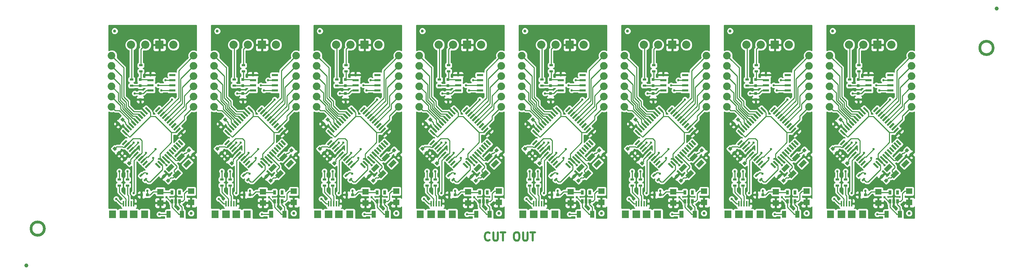
<source format=gtl>
G04 #@! TF.FileFunction,Copper,L1,Top,Signal*
%FSLAX46Y46*%
G04 Gerber Fmt 4.6, Leading zero omitted, Abs format (unit mm)*
G04 Created by KiCad (PCBNEW 4.0.6) date 11/21/17 13:18:45*
%MOMM*%
%LPD*%
G01*
G04 APERTURE LIST*
%ADD10C,0.100000*%
%ADD11C,0.508000*%
%ADD12C,0.381000*%
%ADD13C,1.879600*%
%ADD14C,2.032000*%
%ADD15R,2.032000X2.032000*%
%ADD16R,0.750000X0.800000*%
%ADD17R,0.900000X0.500000*%
%ADD18R,1.550000X0.600000*%
%ADD19R,1.597660X1.399540*%
%ADD20R,0.650000X1.060000*%
%ADD21R,0.998220X1.798320*%
%ADD22C,0.750000*%
%ADD23R,0.800000X0.750000*%
%ADD24R,0.347980X1.399540*%
%ADD25R,1.798320X1.899920*%
%ADD26R,1.899920X1.899920*%
%ADD27C,1.000000*%
%ADD28C,0.600000*%
%ADD29C,0.250000*%
%ADD30C,0.254000*%
G04 APERTURE END LIST*
D10*
D11*
X148275524Y-119343714D02*
X148178762Y-119440476D01*
X147888477Y-119537238D01*
X147694953Y-119537238D01*
X147404667Y-119440476D01*
X147211143Y-119246952D01*
X147114382Y-119053429D01*
X147017620Y-118666381D01*
X147017620Y-118376095D01*
X147114382Y-117989048D01*
X147211143Y-117795524D01*
X147404667Y-117602000D01*
X147694953Y-117505238D01*
X147888477Y-117505238D01*
X148178762Y-117602000D01*
X148275524Y-117698762D01*
X149146382Y-117505238D02*
X149146382Y-119150190D01*
X149243143Y-119343714D01*
X149339905Y-119440476D01*
X149533429Y-119537238D01*
X149920477Y-119537238D01*
X150114001Y-119440476D01*
X150210762Y-119343714D01*
X150307524Y-119150190D01*
X150307524Y-117505238D01*
X150984858Y-117505238D02*
X152146001Y-117505238D01*
X151565429Y-119537238D02*
X151565429Y-117505238D01*
X154758571Y-117505238D02*
X155145619Y-117505238D01*
X155339143Y-117602000D01*
X155532666Y-117795524D01*
X155629428Y-118182571D01*
X155629428Y-118859905D01*
X155532666Y-119246952D01*
X155339143Y-119440476D01*
X155145619Y-119537238D01*
X154758571Y-119537238D01*
X154565047Y-119440476D01*
X154371524Y-119246952D01*
X154274762Y-118859905D01*
X154274762Y-118182571D01*
X154371524Y-117795524D01*
X154565047Y-117602000D01*
X154758571Y-117505238D01*
X156500286Y-117505238D02*
X156500286Y-119150190D01*
X156597047Y-119343714D01*
X156693809Y-119440476D01*
X156887333Y-119537238D01*
X157274381Y-119537238D01*
X157467905Y-119440476D01*
X157564666Y-119343714D01*
X157661428Y-119150190D01*
X157661428Y-117505238D01*
X158338762Y-117505238D02*
X159499905Y-117505238D01*
X158919333Y-119537238D02*
X158919333Y-117505238D01*
D12*
X37851080Y-116586000D02*
G75*
G03X37851080Y-116586000I-1529080J0D01*
G01*
X38112700Y-116586000D02*
G75*
G03X38112700Y-116586000I-1790700J0D01*
G01*
X272801080Y-71755000D02*
G75*
G03X272801080Y-71755000I-1529080J0D01*
G01*
X273062700Y-71755000D02*
G75*
G03X273062700Y-71755000I-1790700J0D01*
G01*
D13*
X252747551Y-73648689D03*
X252747551Y-76188689D03*
X252747551Y-78728689D03*
X252747551Y-81268689D03*
X252747551Y-83808689D03*
X252747551Y-86348689D03*
D14*
X237253551Y-70981689D03*
X240751131Y-70981689D03*
D15*
X244251251Y-70981689D03*
D14*
X247751371Y-70981689D03*
D16*
X239539551Y-81129689D03*
X239539551Y-79629689D03*
D17*
X239666551Y-77573689D03*
X239666551Y-76073689D03*
D18*
X242046551Y-78474689D03*
X242046551Y-79744689D03*
X242046551Y-81014689D03*
X242046551Y-82284689D03*
X247446551Y-82284689D03*
X247446551Y-81014689D03*
X247446551Y-79744689D03*
X247446551Y-78474689D03*
D10*
G36*
X252094873Y-98164341D02*
X252625203Y-97634011D01*
X253190889Y-98199697D01*
X252660559Y-98730027D01*
X252094873Y-98164341D01*
X252094873Y-98164341D01*
G37*
G36*
X251034213Y-97103681D02*
X251564543Y-96573351D01*
X252130229Y-97139037D01*
X251599899Y-97669367D01*
X251034213Y-97103681D01*
X251034213Y-97103681D01*
G37*
D19*
X252112551Y-107303689D03*
X252112551Y-110102769D03*
D10*
G36*
X249843139Y-97773781D02*
X250620829Y-98551471D01*
X249277383Y-99894917D01*
X248499693Y-99117227D01*
X249843139Y-97773781D01*
X249843139Y-97773781D01*
G37*
G36*
X247228089Y-100388831D02*
X248005779Y-101166521D01*
X246662333Y-102509967D01*
X245884643Y-101732277D01*
X247228089Y-100388831D01*
X247228089Y-100388831D01*
G37*
G36*
X248851719Y-102012461D02*
X249629409Y-102790151D01*
X248285963Y-104133597D01*
X247508273Y-103355907D01*
X248851719Y-102012461D01*
X248851719Y-102012461D01*
G37*
G36*
X251466769Y-99397411D02*
X252244459Y-100175101D01*
X250901013Y-101518547D01*
X250123323Y-100740857D01*
X251466769Y-99397411D01*
X251466769Y-99397411D01*
G37*
D20*
X247352551Y-109800689D03*
X248302551Y-109800689D03*
X249252551Y-109800689D03*
X249252551Y-107600689D03*
X247352551Y-107600689D03*
D21*
X246522011Y-113018689D03*
X249829091Y-113018689D03*
D22*
X252112551Y-112764689D03*
D19*
X244492551Y-107428149D03*
X244492551Y-110227229D03*
D10*
G36*
X245907229Y-103616037D02*
X245376899Y-104146367D01*
X244811213Y-103580681D01*
X245341543Y-103050351D01*
X245907229Y-103616037D01*
X245907229Y-103616037D01*
G37*
G36*
X246967889Y-104676697D02*
X246437559Y-105207027D01*
X245871873Y-104641341D01*
X246402203Y-104111011D01*
X246967889Y-104676697D01*
X246967889Y-104676697D01*
G37*
G36*
X235306359Y-95947937D02*
X234954333Y-95595911D01*
X236014003Y-94536241D01*
X236366029Y-94888267D01*
X235306359Y-95947937D01*
X235306359Y-95947937D01*
G37*
G36*
X235872116Y-96513693D02*
X235520090Y-96161667D01*
X236579760Y-95101997D01*
X236931786Y-95454023D01*
X235872116Y-96513693D01*
X235872116Y-96513693D01*
G37*
G36*
X236437872Y-97079450D02*
X236085846Y-96727424D01*
X237145516Y-95667754D01*
X237497542Y-96019780D01*
X236437872Y-97079450D01*
X236437872Y-97079450D01*
G37*
G36*
X237003628Y-97645206D02*
X236651602Y-97293180D01*
X237711272Y-96233510D01*
X238063298Y-96585536D01*
X237003628Y-97645206D01*
X237003628Y-97645206D01*
G37*
G36*
X237569384Y-98210962D02*
X237217358Y-97858936D01*
X238277028Y-96799266D01*
X238629054Y-97151292D01*
X237569384Y-98210962D01*
X237569384Y-98210962D01*
G37*
G36*
X238133344Y-98774922D02*
X237781318Y-98422896D01*
X238840988Y-97363226D01*
X239193014Y-97715252D01*
X238133344Y-98774922D01*
X238133344Y-98774922D01*
G37*
G36*
X238697304Y-99338882D02*
X238345278Y-98986856D01*
X239404948Y-97927186D01*
X239756974Y-98279212D01*
X238697304Y-99338882D01*
X238697304Y-99338882D01*
G37*
G36*
X239263060Y-99904638D02*
X238911034Y-99552612D01*
X239970704Y-98492942D01*
X240322730Y-98844968D01*
X239263060Y-99904638D01*
X239263060Y-99904638D01*
G37*
G36*
X239828816Y-100470394D02*
X239476790Y-100118368D01*
X240536460Y-99058698D01*
X240888486Y-99410724D01*
X239828816Y-100470394D01*
X239828816Y-100470394D01*
G37*
G36*
X240394573Y-101036150D02*
X240042547Y-100684124D01*
X241102217Y-99624454D01*
X241454243Y-99976480D01*
X240394573Y-101036150D01*
X240394573Y-101036150D01*
G37*
G36*
X240960329Y-101601907D02*
X240608303Y-101249881D01*
X241667973Y-100190211D01*
X242019999Y-100542237D01*
X240960329Y-101601907D01*
X240960329Y-101601907D01*
G37*
G36*
X244214773Y-101601907D02*
X243155103Y-100542237D01*
X243507129Y-100190211D01*
X244566799Y-101249881D01*
X244214773Y-101601907D01*
X244214773Y-101601907D01*
G37*
G36*
X244780529Y-101036150D02*
X243720859Y-99976480D01*
X244072885Y-99624454D01*
X245132555Y-100684124D01*
X244780529Y-101036150D01*
X244780529Y-101036150D01*
G37*
G36*
X245346286Y-100470394D02*
X244286616Y-99410724D01*
X244638642Y-99058698D01*
X245698312Y-100118368D01*
X245346286Y-100470394D01*
X245346286Y-100470394D01*
G37*
G36*
X245912042Y-99904638D02*
X244852372Y-98844968D01*
X245204398Y-98492942D01*
X246264068Y-99552612D01*
X245912042Y-99904638D01*
X245912042Y-99904638D01*
G37*
G36*
X246477798Y-99338882D02*
X245418128Y-98279212D01*
X245770154Y-97927186D01*
X246829824Y-98986856D01*
X246477798Y-99338882D01*
X246477798Y-99338882D01*
G37*
G36*
X247041758Y-98774922D02*
X245982088Y-97715252D01*
X246334114Y-97363226D01*
X247393784Y-98422896D01*
X247041758Y-98774922D01*
X247041758Y-98774922D01*
G37*
G36*
X247605718Y-98210962D02*
X246546048Y-97151292D01*
X246898074Y-96799266D01*
X247957744Y-97858936D01*
X247605718Y-98210962D01*
X247605718Y-98210962D01*
G37*
G36*
X248171474Y-97645206D02*
X247111804Y-96585536D01*
X247463830Y-96233510D01*
X248523500Y-97293180D01*
X248171474Y-97645206D01*
X248171474Y-97645206D01*
G37*
G36*
X248737230Y-97079450D02*
X247677560Y-96019780D01*
X248029586Y-95667754D01*
X249089256Y-96727424D01*
X248737230Y-97079450D01*
X248737230Y-97079450D01*
G37*
G36*
X249302986Y-96513693D02*
X248243316Y-95454023D01*
X248595342Y-95101997D01*
X249655012Y-96161667D01*
X249302986Y-96513693D01*
X249302986Y-96513693D01*
G37*
G36*
X249868743Y-95947937D02*
X248809073Y-94888267D01*
X249161099Y-94536241D01*
X250220769Y-95595911D01*
X249868743Y-95947937D01*
X249868743Y-95947937D01*
G37*
G36*
X249161099Y-93401137D02*
X248809073Y-93049111D01*
X249868743Y-91989441D01*
X250220769Y-92341467D01*
X249161099Y-93401137D01*
X249161099Y-93401137D01*
G37*
G36*
X248595342Y-92835381D02*
X248243316Y-92483355D01*
X249302986Y-91423685D01*
X249655012Y-91775711D01*
X248595342Y-92835381D01*
X248595342Y-92835381D01*
G37*
G36*
X248029586Y-92269624D02*
X247677560Y-91917598D01*
X248737230Y-90857928D01*
X249089256Y-91209954D01*
X248029586Y-92269624D01*
X248029586Y-92269624D01*
G37*
G36*
X247463830Y-91703868D02*
X247111804Y-91351842D01*
X248171474Y-90292172D01*
X248523500Y-90644198D01*
X247463830Y-91703868D01*
X247463830Y-91703868D01*
G37*
G36*
X246898074Y-91138112D02*
X246546048Y-90786086D01*
X247605718Y-89726416D01*
X247957744Y-90078442D01*
X246898074Y-91138112D01*
X246898074Y-91138112D01*
G37*
G36*
X246334114Y-90574152D02*
X245982088Y-90222126D01*
X247041758Y-89162456D01*
X247393784Y-89514482D01*
X246334114Y-90574152D01*
X246334114Y-90574152D01*
G37*
G36*
X245770154Y-90010192D02*
X245418128Y-89658166D01*
X246477798Y-88598496D01*
X246829824Y-88950522D01*
X245770154Y-90010192D01*
X245770154Y-90010192D01*
G37*
G36*
X245204398Y-89444436D02*
X244852372Y-89092410D01*
X245912042Y-88032740D01*
X246264068Y-88384766D01*
X245204398Y-89444436D01*
X245204398Y-89444436D01*
G37*
G36*
X244638642Y-88878680D02*
X244286616Y-88526654D01*
X245346286Y-87466984D01*
X245698312Y-87819010D01*
X244638642Y-88878680D01*
X244638642Y-88878680D01*
G37*
G36*
X244072885Y-88312924D02*
X243720859Y-87960898D01*
X244780529Y-86901228D01*
X245132555Y-87253254D01*
X244072885Y-88312924D01*
X244072885Y-88312924D01*
G37*
G36*
X243507129Y-87747167D02*
X243155103Y-87395141D01*
X244214773Y-86335471D01*
X244566799Y-86687497D01*
X243507129Y-87747167D01*
X243507129Y-87747167D01*
G37*
G36*
X241667973Y-87747167D02*
X240608303Y-86687497D01*
X240960329Y-86335471D01*
X242019999Y-87395141D01*
X241667973Y-87747167D01*
X241667973Y-87747167D01*
G37*
G36*
X241102217Y-88312924D02*
X240042547Y-87253254D01*
X240394573Y-86901228D01*
X241454243Y-87960898D01*
X241102217Y-88312924D01*
X241102217Y-88312924D01*
G37*
G36*
X240536460Y-88878680D02*
X239476790Y-87819010D01*
X239828816Y-87466984D01*
X240888486Y-88526654D01*
X240536460Y-88878680D01*
X240536460Y-88878680D01*
G37*
G36*
X239970704Y-89444436D02*
X238911034Y-88384766D01*
X239263060Y-88032740D01*
X240322730Y-89092410D01*
X239970704Y-89444436D01*
X239970704Y-89444436D01*
G37*
G36*
X239404948Y-90010192D02*
X238345278Y-88950522D01*
X238697304Y-88598496D01*
X239756974Y-89658166D01*
X239404948Y-90010192D01*
X239404948Y-90010192D01*
G37*
G36*
X238840988Y-90574152D02*
X237781318Y-89514482D01*
X238133344Y-89162456D01*
X239193014Y-90222126D01*
X238840988Y-90574152D01*
X238840988Y-90574152D01*
G37*
G36*
X238277028Y-91138112D02*
X237217358Y-90078442D01*
X237569384Y-89726416D01*
X238629054Y-90786086D01*
X238277028Y-91138112D01*
X238277028Y-91138112D01*
G37*
G36*
X237711272Y-91703868D02*
X236651602Y-90644198D01*
X237003628Y-90292172D01*
X238063298Y-91351842D01*
X237711272Y-91703868D01*
X237711272Y-91703868D01*
G37*
G36*
X237145516Y-92269624D02*
X236085846Y-91209954D01*
X236437872Y-90857928D01*
X237497542Y-91917598D01*
X237145516Y-92269624D01*
X237145516Y-92269624D01*
G37*
G36*
X236579760Y-92835381D02*
X235520090Y-91775711D01*
X235872116Y-91423685D01*
X236931786Y-92483355D01*
X236579760Y-92835381D01*
X236579760Y-92835381D01*
G37*
G36*
X236014003Y-93401137D02*
X234954333Y-92341467D01*
X235306359Y-91989441D01*
X236366029Y-93049111D01*
X236014003Y-93401137D01*
X236014003Y-93401137D01*
G37*
G36*
X234073899Y-90014011D02*
X234604229Y-90544341D01*
X234038543Y-91110027D01*
X233508213Y-90579697D01*
X234073899Y-90014011D01*
X234073899Y-90014011D01*
G37*
G36*
X235134559Y-88953351D02*
X235664889Y-89483681D01*
X235099203Y-90049367D01*
X234568873Y-89519037D01*
X235134559Y-88953351D01*
X235134559Y-88953351D01*
G37*
G36*
X233702203Y-97805671D02*
X234232533Y-97275341D01*
X234798219Y-97841027D01*
X234267889Y-98371357D01*
X233702203Y-97805671D01*
X233702203Y-97805671D01*
G37*
G36*
X232641543Y-96745011D02*
X233171873Y-96214681D01*
X233737559Y-96780367D01*
X233207229Y-97310697D01*
X232641543Y-96745011D01*
X232641543Y-96745011D01*
G37*
G36*
X236277559Y-99320367D02*
X235747229Y-99850697D01*
X235181543Y-99285011D01*
X235711873Y-98754681D01*
X236277559Y-99320367D01*
X236277559Y-99320367D01*
G37*
G36*
X237338219Y-100381027D02*
X236807889Y-100911357D01*
X236242203Y-100345671D01*
X236772533Y-99815341D01*
X237338219Y-100381027D01*
X237338219Y-100381027D01*
G37*
D17*
X237380551Y-81129689D03*
X237380551Y-79629689D03*
D16*
X239539551Y-84546689D03*
X239539551Y-83046689D03*
D23*
X239817551Y-108192689D03*
X241317551Y-108192689D03*
D10*
G36*
X239276246Y-103485780D02*
X239912642Y-102849384D01*
X240266196Y-103202938D01*
X239629800Y-103839334D01*
X239276246Y-103485780D01*
X239276246Y-103485780D01*
G37*
G36*
X240336906Y-104546440D02*
X240973302Y-103910044D01*
X241326856Y-104263598D01*
X240690460Y-104899994D01*
X240336906Y-104546440D01*
X240336906Y-104546440D01*
G37*
D17*
X234332551Y-105894689D03*
X234332551Y-104394689D03*
D24*
X236618551Y-110369469D03*
X235970851Y-110369469D03*
X237916491Y-110369469D03*
X237266251Y-110369469D03*
D25*
X232620591Y-113018689D03*
X240616511Y-113018689D03*
D26*
X235348551Y-113018689D03*
X237888551Y-113018689D03*
D24*
X235320611Y-110369469D03*
D17*
X236364551Y-105894689D03*
X236364551Y-104394689D03*
D13*
X232427551Y-86348689D03*
X232427551Y-83808689D03*
X232427551Y-81268689D03*
X232427551Y-78728689D03*
X232427551Y-76188689D03*
X232427551Y-73648689D03*
D22*
X233189551Y-67552689D03*
D16*
X214139551Y-84546689D03*
X214139551Y-83046689D03*
D13*
X207027551Y-86348689D03*
X207027551Y-83808689D03*
X207027551Y-81268689D03*
X207027551Y-78728689D03*
X207027551Y-76188689D03*
X207027551Y-73648689D03*
D17*
X211980551Y-81129689D03*
X211980551Y-79629689D03*
D14*
X211853551Y-70981689D03*
X215351131Y-70981689D03*
D15*
X218851251Y-70981689D03*
D14*
X222351371Y-70981689D03*
D22*
X207789551Y-67552689D03*
D17*
X214266551Y-77573689D03*
X214266551Y-76073689D03*
D16*
X214139551Y-81129689D03*
X214139551Y-79629689D03*
D19*
X226712551Y-107303689D03*
X226712551Y-110102769D03*
D21*
X221122011Y-113018689D03*
X224429091Y-113018689D03*
D20*
X221952551Y-109800689D03*
X222902551Y-109800689D03*
X223852551Y-109800689D03*
X223852551Y-107600689D03*
X221952551Y-107600689D03*
D19*
X219092551Y-107428149D03*
X219092551Y-110227229D03*
D22*
X226712551Y-112764689D03*
D17*
X208932551Y-105894689D03*
X208932551Y-104394689D03*
X210964551Y-105894689D03*
X210964551Y-104394689D03*
D23*
X214417551Y-108192689D03*
X215917551Y-108192689D03*
D10*
G36*
X208302203Y-97805671D02*
X208832533Y-97275341D01*
X209398219Y-97841027D01*
X208867889Y-98371357D01*
X208302203Y-97805671D01*
X208302203Y-97805671D01*
G37*
G36*
X207241543Y-96745011D02*
X207771873Y-96214681D01*
X208337559Y-96780367D01*
X207807229Y-97310697D01*
X207241543Y-96745011D01*
X207241543Y-96745011D01*
G37*
D24*
X211218551Y-110369469D03*
X210570851Y-110369469D03*
X212516491Y-110369469D03*
X211866251Y-110369469D03*
D25*
X207220591Y-113018689D03*
X215216511Y-113018689D03*
D26*
X209948551Y-113018689D03*
X212488551Y-113018689D03*
D24*
X209920611Y-110369469D03*
D10*
G36*
X226694873Y-98164341D02*
X227225203Y-97634011D01*
X227790889Y-98199697D01*
X227260559Y-98730027D01*
X226694873Y-98164341D01*
X226694873Y-98164341D01*
G37*
G36*
X225634213Y-97103681D02*
X226164543Y-96573351D01*
X226730229Y-97139037D01*
X226199899Y-97669367D01*
X225634213Y-97103681D01*
X225634213Y-97103681D01*
G37*
G36*
X210877559Y-99320367D02*
X210347229Y-99850697D01*
X209781543Y-99285011D01*
X210311873Y-98754681D01*
X210877559Y-99320367D01*
X210877559Y-99320367D01*
G37*
G36*
X211938219Y-100381027D02*
X211407889Y-100911357D01*
X210842203Y-100345671D01*
X211372533Y-99815341D01*
X211938219Y-100381027D01*
X211938219Y-100381027D01*
G37*
G36*
X220507229Y-103616037D02*
X219976899Y-104146367D01*
X219411213Y-103580681D01*
X219941543Y-103050351D01*
X220507229Y-103616037D01*
X220507229Y-103616037D01*
G37*
G36*
X221567889Y-104676697D02*
X221037559Y-105207027D01*
X220471873Y-104641341D01*
X221002203Y-104111011D01*
X221567889Y-104676697D01*
X221567889Y-104676697D01*
G37*
G36*
X208673899Y-90014011D02*
X209204229Y-90544341D01*
X208638543Y-91110027D01*
X208108213Y-90579697D01*
X208673899Y-90014011D01*
X208673899Y-90014011D01*
G37*
G36*
X209734559Y-88953351D02*
X210264889Y-89483681D01*
X209699203Y-90049367D01*
X209168873Y-89519037D01*
X209734559Y-88953351D01*
X209734559Y-88953351D01*
G37*
G36*
X209906359Y-95947937D02*
X209554333Y-95595911D01*
X210614003Y-94536241D01*
X210966029Y-94888267D01*
X209906359Y-95947937D01*
X209906359Y-95947937D01*
G37*
G36*
X210472116Y-96513693D02*
X210120090Y-96161667D01*
X211179760Y-95101997D01*
X211531786Y-95454023D01*
X210472116Y-96513693D01*
X210472116Y-96513693D01*
G37*
G36*
X211037872Y-97079450D02*
X210685846Y-96727424D01*
X211745516Y-95667754D01*
X212097542Y-96019780D01*
X211037872Y-97079450D01*
X211037872Y-97079450D01*
G37*
G36*
X211603628Y-97645206D02*
X211251602Y-97293180D01*
X212311272Y-96233510D01*
X212663298Y-96585536D01*
X211603628Y-97645206D01*
X211603628Y-97645206D01*
G37*
G36*
X212169384Y-98210962D02*
X211817358Y-97858936D01*
X212877028Y-96799266D01*
X213229054Y-97151292D01*
X212169384Y-98210962D01*
X212169384Y-98210962D01*
G37*
G36*
X212733344Y-98774922D02*
X212381318Y-98422896D01*
X213440988Y-97363226D01*
X213793014Y-97715252D01*
X212733344Y-98774922D01*
X212733344Y-98774922D01*
G37*
G36*
X213297304Y-99338882D02*
X212945278Y-98986856D01*
X214004948Y-97927186D01*
X214356974Y-98279212D01*
X213297304Y-99338882D01*
X213297304Y-99338882D01*
G37*
G36*
X213863060Y-99904638D02*
X213511034Y-99552612D01*
X214570704Y-98492942D01*
X214922730Y-98844968D01*
X213863060Y-99904638D01*
X213863060Y-99904638D01*
G37*
G36*
X214428816Y-100470394D02*
X214076790Y-100118368D01*
X215136460Y-99058698D01*
X215488486Y-99410724D01*
X214428816Y-100470394D01*
X214428816Y-100470394D01*
G37*
G36*
X214994573Y-101036150D02*
X214642547Y-100684124D01*
X215702217Y-99624454D01*
X216054243Y-99976480D01*
X214994573Y-101036150D01*
X214994573Y-101036150D01*
G37*
G36*
X215560329Y-101601907D02*
X215208303Y-101249881D01*
X216267973Y-100190211D01*
X216619999Y-100542237D01*
X215560329Y-101601907D01*
X215560329Y-101601907D01*
G37*
G36*
X218814773Y-101601907D02*
X217755103Y-100542237D01*
X218107129Y-100190211D01*
X219166799Y-101249881D01*
X218814773Y-101601907D01*
X218814773Y-101601907D01*
G37*
G36*
X219380529Y-101036150D02*
X218320859Y-99976480D01*
X218672885Y-99624454D01*
X219732555Y-100684124D01*
X219380529Y-101036150D01*
X219380529Y-101036150D01*
G37*
G36*
X219946286Y-100470394D02*
X218886616Y-99410724D01*
X219238642Y-99058698D01*
X220298312Y-100118368D01*
X219946286Y-100470394D01*
X219946286Y-100470394D01*
G37*
G36*
X220512042Y-99904638D02*
X219452372Y-98844968D01*
X219804398Y-98492942D01*
X220864068Y-99552612D01*
X220512042Y-99904638D01*
X220512042Y-99904638D01*
G37*
G36*
X221077798Y-99338882D02*
X220018128Y-98279212D01*
X220370154Y-97927186D01*
X221429824Y-98986856D01*
X221077798Y-99338882D01*
X221077798Y-99338882D01*
G37*
G36*
X221641758Y-98774922D02*
X220582088Y-97715252D01*
X220934114Y-97363226D01*
X221993784Y-98422896D01*
X221641758Y-98774922D01*
X221641758Y-98774922D01*
G37*
G36*
X222205718Y-98210962D02*
X221146048Y-97151292D01*
X221498074Y-96799266D01*
X222557744Y-97858936D01*
X222205718Y-98210962D01*
X222205718Y-98210962D01*
G37*
G36*
X222771474Y-97645206D02*
X221711804Y-96585536D01*
X222063830Y-96233510D01*
X223123500Y-97293180D01*
X222771474Y-97645206D01*
X222771474Y-97645206D01*
G37*
G36*
X223337230Y-97079450D02*
X222277560Y-96019780D01*
X222629586Y-95667754D01*
X223689256Y-96727424D01*
X223337230Y-97079450D01*
X223337230Y-97079450D01*
G37*
G36*
X223902986Y-96513693D02*
X222843316Y-95454023D01*
X223195342Y-95101997D01*
X224255012Y-96161667D01*
X223902986Y-96513693D01*
X223902986Y-96513693D01*
G37*
G36*
X224468743Y-95947937D02*
X223409073Y-94888267D01*
X223761099Y-94536241D01*
X224820769Y-95595911D01*
X224468743Y-95947937D01*
X224468743Y-95947937D01*
G37*
G36*
X223761099Y-93401137D02*
X223409073Y-93049111D01*
X224468743Y-91989441D01*
X224820769Y-92341467D01*
X223761099Y-93401137D01*
X223761099Y-93401137D01*
G37*
G36*
X223195342Y-92835381D02*
X222843316Y-92483355D01*
X223902986Y-91423685D01*
X224255012Y-91775711D01*
X223195342Y-92835381D01*
X223195342Y-92835381D01*
G37*
G36*
X222629586Y-92269624D02*
X222277560Y-91917598D01*
X223337230Y-90857928D01*
X223689256Y-91209954D01*
X222629586Y-92269624D01*
X222629586Y-92269624D01*
G37*
G36*
X222063830Y-91703868D02*
X221711804Y-91351842D01*
X222771474Y-90292172D01*
X223123500Y-90644198D01*
X222063830Y-91703868D01*
X222063830Y-91703868D01*
G37*
G36*
X221498074Y-91138112D02*
X221146048Y-90786086D01*
X222205718Y-89726416D01*
X222557744Y-90078442D01*
X221498074Y-91138112D01*
X221498074Y-91138112D01*
G37*
G36*
X220934114Y-90574152D02*
X220582088Y-90222126D01*
X221641758Y-89162456D01*
X221993784Y-89514482D01*
X220934114Y-90574152D01*
X220934114Y-90574152D01*
G37*
G36*
X220370154Y-90010192D02*
X220018128Y-89658166D01*
X221077798Y-88598496D01*
X221429824Y-88950522D01*
X220370154Y-90010192D01*
X220370154Y-90010192D01*
G37*
G36*
X219804398Y-89444436D02*
X219452372Y-89092410D01*
X220512042Y-88032740D01*
X220864068Y-88384766D01*
X219804398Y-89444436D01*
X219804398Y-89444436D01*
G37*
G36*
X219238642Y-88878680D02*
X218886616Y-88526654D01*
X219946286Y-87466984D01*
X220298312Y-87819010D01*
X219238642Y-88878680D01*
X219238642Y-88878680D01*
G37*
G36*
X218672885Y-88312924D02*
X218320859Y-87960898D01*
X219380529Y-86901228D01*
X219732555Y-87253254D01*
X218672885Y-88312924D01*
X218672885Y-88312924D01*
G37*
G36*
X218107129Y-87747167D02*
X217755103Y-87395141D01*
X218814773Y-86335471D01*
X219166799Y-86687497D01*
X218107129Y-87747167D01*
X218107129Y-87747167D01*
G37*
G36*
X216267973Y-87747167D02*
X215208303Y-86687497D01*
X215560329Y-86335471D01*
X216619999Y-87395141D01*
X216267973Y-87747167D01*
X216267973Y-87747167D01*
G37*
G36*
X215702217Y-88312924D02*
X214642547Y-87253254D01*
X214994573Y-86901228D01*
X216054243Y-87960898D01*
X215702217Y-88312924D01*
X215702217Y-88312924D01*
G37*
G36*
X215136460Y-88878680D02*
X214076790Y-87819010D01*
X214428816Y-87466984D01*
X215488486Y-88526654D01*
X215136460Y-88878680D01*
X215136460Y-88878680D01*
G37*
G36*
X214570704Y-89444436D02*
X213511034Y-88384766D01*
X213863060Y-88032740D01*
X214922730Y-89092410D01*
X214570704Y-89444436D01*
X214570704Y-89444436D01*
G37*
G36*
X214004948Y-90010192D02*
X212945278Y-88950522D01*
X213297304Y-88598496D01*
X214356974Y-89658166D01*
X214004948Y-90010192D01*
X214004948Y-90010192D01*
G37*
G36*
X213440988Y-90574152D02*
X212381318Y-89514482D01*
X212733344Y-89162456D01*
X213793014Y-90222126D01*
X213440988Y-90574152D01*
X213440988Y-90574152D01*
G37*
G36*
X212877028Y-91138112D02*
X211817358Y-90078442D01*
X212169384Y-89726416D01*
X213229054Y-90786086D01*
X212877028Y-91138112D01*
X212877028Y-91138112D01*
G37*
G36*
X212311272Y-91703868D02*
X211251602Y-90644198D01*
X211603628Y-90292172D01*
X212663298Y-91351842D01*
X212311272Y-91703868D01*
X212311272Y-91703868D01*
G37*
G36*
X211745516Y-92269624D02*
X210685846Y-91209954D01*
X211037872Y-90857928D01*
X212097542Y-91917598D01*
X211745516Y-92269624D01*
X211745516Y-92269624D01*
G37*
G36*
X211179760Y-92835381D02*
X210120090Y-91775711D01*
X210472116Y-91423685D01*
X211531786Y-92483355D01*
X211179760Y-92835381D01*
X211179760Y-92835381D01*
G37*
G36*
X210614003Y-93401137D02*
X209554333Y-92341467D01*
X209906359Y-91989441D01*
X210966029Y-93049111D01*
X210614003Y-93401137D01*
X210614003Y-93401137D01*
G37*
G36*
X213876246Y-103485780D02*
X214512642Y-102849384D01*
X214866196Y-103202938D01*
X214229800Y-103839334D01*
X213876246Y-103485780D01*
X213876246Y-103485780D01*
G37*
G36*
X214936906Y-104546440D02*
X215573302Y-103910044D01*
X215926856Y-104263598D01*
X215290460Y-104899994D01*
X214936906Y-104546440D01*
X214936906Y-104546440D01*
G37*
G36*
X224443139Y-97773781D02*
X225220829Y-98551471D01*
X223877383Y-99894917D01*
X223099693Y-99117227D01*
X224443139Y-97773781D01*
X224443139Y-97773781D01*
G37*
G36*
X221828089Y-100388831D02*
X222605779Y-101166521D01*
X221262333Y-102509967D01*
X220484643Y-101732277D01*
X221828089Y-100388831D01*
X221828089Y-100388831D01*
G37*
G36*
X223451719Y-102012461D02*
X224229409Y-102790151D01*
X222885963Y-104133597D01*
X222108273Y-103355907D01*
X223451719Y-102012461D01*
X223451719Y-102012461D01*
G37*
G36*
X226066769Y-99397411D02*
X226844459Y-100175101D01*
X225501013Y-101518547D01*
X224723323Y-100740857D01*
X226066769Y-99397411D01*
X226066769Y-99397411D01*
G37*
D13*
X227347551Y-73648689D03*
X227347551Y-76188689D03*
X227347551Y-78728689D03*
X227347551Y-81268689D03*
X227347551Y-83808689D03*
X227347551Y-86348689D03*
D18*
X216646551Y-78474689D03*
X216646551Y-79744689D03*
X216646551Y-81014689D03*
X216646551Y-82284689D03*
X222046551Y-82284689D03*
X222046551Y-81014689D03*
X222046551Y-79744689D03*
X222046551Y-78474689D03*
D17*
X186580551Y-81129689D03*
X186580551Y-79629689D03*
D16*
X188739551Y-84546689D03*
X188739551Y-83046689D03*
D13*
X181627551Y-86348689D03*
X181627551Y-83808689D03*
X181627551Y-81268689D03*
X181627551Y-78728689D03*
X181627551Y-76188689D03*
X181627551Y-73648689D03*
X201947551Y-73648689D03*
X201947551Y-76188689D03*
X201947551Y-78728689D03*
X201947551Y-81268689D03*
X201947551Y-83808689D03*
X201947551Y-86348689D03*
D10*
G36*
X201294873Y-98164341D02*
X201825203Y-97634011D01*
X202390889Y-98199697D01*
X201860559Y-98730027D01*
X201294873Y-98164341D01*
X201294873Y-98164341D01*
G37*
G36*
X200234213Y-97103681D02*
X200764543Y-96573351D01*
X201330229Y-97139037D01*
X200799899Y-97669367D01*
X200234213Y-97103681D01*
X200234213Y-97103681D01*
G37*
D19*
X201312551Y-107303689D03*
X201312551Y-110102769D03*
D10*
G36*
X182902203Y-97805671D02*
X183432533Y-97275341D01*
X183998219Y-97841027D01*
X183467889Y-98371357D01*
X182902203Y-97805671D01*
X182902203Y-97805671D01*
G37*
G36*
X181841543Y-96745011D02*
X182371873Y-96214681D01*
X182937559Y-96780367D01*
X182407229Y-97310697D01*
X181841543Y-96745011D01*
X181841543Y-96745011D01*
G37*
D23*
X189017551Y-108192689D03*
X190517551Y-108192689D03*
D24*
X185818551Y-110369469D03*
X185170851Y-110369469D03*
X187116491Y-110369469D03*
X186466251Y-110369469D03*
D25*
X181820591Y-113018689D03*
X189816511Y-113018689D03*
D26*
X184548551Y-113018689D03*
X187088551Y-113018689D03*
D24*
X184520611Y-110369469D03*
D17*
X183532551Y-105894689D03*
X183532551Y-104394689D03*
D10*
G36*
X185477559Y-99320367D02*
X184947229Y-99850697D01*
X184381543Y-99285011D01*
X184911873Y-98754681D01*
X185477559Y-99320367D01*
X185477559Y-99320367D01*
G37*
G36*
X186538219Y-100381027D02*
X186007889Y-100911357D01*
X185442203Y-100345671D01*
X185972533Y-99815341D01*
X186538219Y-100381027D01*
X186538219Y-100381027D01*
G37*
G36*
X195107229Y-103616037D02*
X194576899Y-104146367D01*
X194011213Y-103580681D01*
X194541543Y-103050351D01*
X195107229Y-103616037D01*
X195107229Y-103616037D01*
G37*
G36*
X196167889Y-104676697D02*
X195637559Y-105207027D01*
X195071873Y-104641341D01*
X195602203Y-104111011D01*
X196167889Y-104676697D01*
X196167889Y-104676697D01*
G37*
G36*
X183273899Y-90014011D02*
X183804229Y-90544341D01*
X183238543Y-91110027D01*
X182708213Y-90579697D01*
X183273899Y-90014011D01*
X183273899Y-90014011D01*
G37*
G36*
X184334559Y-88953351D02*
X184864889Y-89483681D01*
X184299203Y-90049367D01*
X183768873Y-89519037D01*
X184334559Y-88953351D01*
X184334559Y-88953351D01*
G37*
D17*
X185564551Y-105894689D03*
X185564551Y-104394689D03*
D10*
G36*
X184506359Y-95947937D02*
X184154333Y-95595911D01*
X185214003Y-94536241D01*
X185566029Y-94888267D01*
X184506359Y-95947937D01*
X184506359Y-95947937D01*
G37*
G36*
X185072116Y-96513693D02*
X184720090Y-96161667D01*
X185779760Y-95101997D01*
X186131786Y-95454023D01*
X185072116Y-96513693D01*
X185072116Y-96513693D01*
G37*
G36*
X185637872Y-97079450D02*
X185285846Y-96727424D01*
X186345516Y-95667754D01*
X186697542Y-96019780D01*
X185637872Y-97079450D01*
X185637872Y-97079450D01*
G37*
G36*
X186203628Y-97645206D02*
X185851602Y-97293180D01*
X186911272Y-96233510D01*
X187263298Y-96585536D01*
X186203628Y-97645206D01*
X186203628Y-97645206D01*
G37*
G36*
X186769384Y-98210962D02*
X186417358Y-97858936D01*
X187477028Y-96799266D01*
X187829054Y-97151292D01*
X186769384Y-98210962D01*
X186769384Y-98210962D01*
G37*
G36*
X187333344Y-98774922D02*
X186981318Y-98422896D01*
X188040988Y-97363226D01*
X188393014Y-97715252D01*
X187333344Y-98774922D01*
X187333344Y-98774922D01*
G37*
G36*
X187897304Y-99338882D02*
X187545278Y-98986856D01*
X188604948Y-97927186D01*
X188956974Y-98279212D01*
X187897304Y-99338882D01*
X187897304Y-99338882D01*
G37*
G36*
X188463060Y-99904638D02*
X188111034Y-99552612D01*
X189170704Y-98492942D01*
X189522730Y-98844968D01*
X188463060Y-99904638D01*
X188463060Y-99904638D01*
G37*
G36*
X189028816Y-100470394D02*
X188676790Y-100118368D01*
X189736460Y-99058698D01*
X190088486Y-99410724D01*
X189028816Y-100470394D01*
X189028816Y-100470394D01*
G37*
G36*
X189594573Y-101036150D02*
X189242547Y-100684124D01*
X190302217Y-99624454D01*
X190654243Y-99976480D01*
X189594573Y-101036150D01*
X189594573Y-101036150D01*
G37*
G36*
X190160329Y-101601907D02*
X189808303Y-101249881D01*
X190867973Y-100190211D01*
X191219999Y-100542237D01*
X190160329Y-101601907D01*
X190160329Y-101601907D01*
G37*
G36*
X193414773Y-101601907D02*
X192355103Y-100542237D01*
X192707129Y-100190211D01*
X193766799Y-101249881D01*
X193414773Y-101601907D01*
X193414773Y-101601907D01*
G37*
G36*
X193980529Y-101036150D02*
X192920859Y-99976480D01*
X193272885Y-99624454D01*
X194332555Y-100684124D01*
X193980529Y-101036150D01*
X193980529Y-101036150D01*
G37*
G36*
X194546286Y-100470394D02*
X193486616Y-99410724D01*
X193838642Y-99058698D01*
X194898312Y-100118368D01*
X194546286Y-100470394D01*
X194546286Y-100470394D01*
G37*
G36*
X195112042Y-99904638D02*
X194052372Y-98844968D01*
X194404398Y-98492942D01*
X195464068Y-99552612D01*
X195112042Y-99904638D01*
X195112042Y-99904638D01*
G37*
G36*
X195677798Y-99338882D02*
X194618128Y-98279212D01*
X194970154Y-97927186D01*
X196029824Y-98986856D01*
X195677798Y-99338882D01*
X195677798Y-99338882D01*
G37*
G36*
X196241758Y-98774922D02*
X195182088Y-97715252D01*
X195534114Y-97363226D01*
X196593784Y-98422896D01*
X196241758Y-98774922D01*
X196241758Y-98774922D01*
G37*
G36*
X196805718Y-98210962D02*
X195746048Y-97151292D01*
X196098074Y-96799266D01*
X197157744Y-97858936D01*
X196805718Y-98210962D01*
X196805718Y-98210962D01*
G37*
G36*
X197371474Y-97645206D02*
X196311804Y-96585536D01*
X196663830Y-96233510D01*
X197723500Y-97293180D01*
X197371474Y-97645206D01*
X197371474Y-97645206D01*
G37*
G36*
X197937230Y-97079450D02*
X196877560Y-96019780D01*
X197229586Y-95667754D01*
X198289256Y-96727424D01*
X197937230Y-97079450D01*
X197937230Y-97079450D01*
G37*
G36*
X198502986Y-96513693D02*
X197443316Y-95454023D01*
X197795342Y-95101997D01*
X198855012Y-96161667D01*
X198502986Y-96513693D01*
X198502986Y-96513693D01*
G37*
G36*
X199068743Y-95947937D02*
X198009073Y-94888267D01*
X198361099Y-94536241D01*
X199420769Y-95595911D01*
X199068743Y-95947937D01*
X199068743Y-95947937D01*
G37*
G36*
X198361099Y-93401137D02*
X198009073Y-93049111D01*
X199068743Y-91989441D01*
X199420769Y-92341467D01*
X198361099Y-93401137D01*
X198361099Y-93401137D01*
G37*
G36*
X197795342Y-92835381D02*
X197443316Y-92483355D01*
X198502986Y-91423685D01*
X198855012Y-91775711D01*
X197795342Y-92835381D01*
X197795342Y-92835381D01*
G37*
G36*
X197229586Y-92269624D02*
X196877560Y-91917598D01*
X197937230Y-90857928D01*
X198289256Y-91209954D01*
X197229586Y-92269624D01*
X197229586Y-92269624D01*
G37*
G36*
X196663830Y-91703868D02*
X196311804Y-91351842D01*
X197371474Y-90292172D01*
X197723500Y-90644198D01*
X196663830Y-91703868D01*
X196663830Y-91703868D01*
G37*
G36*
X196098074Y-91138112D02*
X195746048Y-90786086D01*
X196805718Y-89726416D01*
X197157744Y-90078442D01*
X196098074Y-91138112D01*
X196098074Y-91138112D01*
G37*
G36*
X195534114Y-90574152D02*
X195182088Y-90222126D01*
X196241758Y-89162456D01*
X196593784Y-89514482D01*
X195534114Y-90574152D01*
X195534114Y-90574152D01*
G37*
G36*
X194970154Y-90010192D02*
X194618128Y-89658166D01*
X195677798Y-88598496D01*
X196029824Y-88950522D01*
X194970154Y-90010192D01*
X194970154Y-90010192D01*
G37*
G36*
X194404398Y-89444436D02*
X194052372Y-89092410D01*
X195112042Y-88032740D01*
X195464068Y-88384766D01*
X194404398Y-89444436D01*
X194404398Y-89444436D01*
G37*
G36*
X193838642Y-88878680D02*
X193486616Y-88526654D01*
X194546286Y-87466984D01*
X194898312Y-87819010D01*
X193838642Y-88878680D01*
X193838642Y-88878680D01*
G37*
G36*
X193272885Y-88312924D02*
X192920859Y-87960898D01*
X193980529Y-86901228D01*
X194332555Y-87253254D01*
X193272885Y-88312924D01*
X193272885Y-88312924D01*
G37*
G36*
X192707129Y-87747167D02*
X192355103Y-87395141D01*
X193414773Y-86335471D01*
X193766799Y-86687497D01*
X192707129Y-87747167D01*
X192707129Y-87747167D01*
G37*
G36*
X190867973Y-87747167D02*
X189808303Y-86687497D01*
X190160329Y-86335471D01*
X191219999Y-87395141D01*
X190867973Y-87747167D01*
X190867973Y-87747167D01*
G37*
G36*
X190302217Y-88312924D02*
X189242547Y-87253254D01*
X189594573Y-86901228D01*
X190654243Y-87960898D01*
X190302217Y-88312924D01*
X190302217Y-88312924D01*
G37*
G36*
X189736460Y-88878680D02*
X188676790Y-87819010D01*
X189028816Y-87466984D01*
X190088486Y-88526654D01*
X189736460Y-88878680D01*
X189736460Y-88878680D01*
G37*
G36*
X189170704Y-89444436D02*
X188111034Y-88384766D01*
X188463060Y-88032740D01*
X189522730Y-89092410D01*
X189170704Y-89444436D01*
X189170704Y-89444436D01*
G37*
G36*
X188604948Y-90010192D02*
X187545278Y-88950522D01*
X187897304Y-88598496D01*
X188956974Y-89658166D01*
X188604948Y-90010192D01*
X188604948Y-90010192D01*
G37*
G36*
X188040988Y-90574152D02*
X186981318Y-89514482D01*
X187333344Y-89162456D01*
X188393014Y-90222126D01*
X188040988Y-90574152D01*
X188040988Y-90574152D01*
G37*
G36*
X187477028Y-91138112D02*
X186417358Y-90078442D01*
X186769384Y-89726416D01*
X187829054Y-90786086D01*
X187477028Y-91138112D01*
X187477028Y-91138112D01*
G37*
G36*
X186911272Y-91703868D02*
X185851602Y-90644198D01*
X186203628Y-90292172D01*
X187263298Y-91351842D01*
X186911272Y-91703868D01*
X186911272Y-91703868D01*
G37*
G36*
X186345516Y-92269624D02*
X185285846Y-91209954D01*
X185637872Y-90857928D01*
X186697542Y-91917598D01*
X186345516Y-92269624D01*
X186345516Y-92269624D01*
G37*
G36*
X185779760Y-92835381D02*
X184720090Y-91775711D01*
X185072116Y-91423685D01*
X186131786Y-92483355D01*
X185779760Y-92835381D01*
X185779760Y-92835381D01*
G37*
G36*
X185214003Y-93401137D02*
X184154333Y-92341467D01*
X184506359Y-91989441D01*
X185566029Y-93049111D01*
X185214003Y-93401137D01*
X185214003Y-93401137D01*
G37*
G36*
X188476246Y-103485780D02*
X189112642Y-102849384D01*
X189466196Y-103202938D01*
X188829800Y-103839334D01*
X188476246Y-103485780D01*
X188476246Y-103485780D01*
G37*
G36*
X189536906Y-104546440D02*
X190173302Y-103910044D01*
X190526856Y-104263598D01*
X189890460Y-104899994D01*
X189536906Y-104546440D01*
X189536906Y-104546440D01*
G37*
D22*
X201312551Y-112764689D03*
D10*
G36*
X199043139Y-97773781D02*
X199820829Y-98551471D01*
X198477383Y-99894917D01*
X197699693Y-99117227D01*
X199043139Y-97773781D01*
X199043139Y-97773781D01*
G37*
G36*
X196428089Y-100388831D02*
X197205779Y-101166521D01*
X195862333Y-102509967D01*
X195084643Y-101732277D01*
X196428089Y-100388831D01*
X196428089Y-100388831D01*
G37*
G36*
X198051719Y-102012461D02*
X198829409Y-102790151D01*
X197485963Y-104133597D01*
X196708273Y-103355907D01*
X198051719Y-102012461D01*
X198051719Y-102012461D01*
G37*
G36*
X200666769Y-99397411D02*
X201444459Y-100175101D01*
X200101013Y-101518547D01*
X199323323Y-100740857D01*
X200666769Y-99397411D01*
X200666769Y-99397411D01*
G37*
D21*
X195722011Y-113018689D03*
X199029091Y-113018689D03*
D20*
X196552551Y-109800689D03*
X197502551Y-109800689D03*
X198452551Y-109800689D03*
X198452551Y-107600689D03*
X196552551Y-107600689D03*
D19*
X193692551Y-107428149D03*
X193692551Y-110227229D03*
D14*
X186453551Y-70981689D03*
X189951131Y-70981689D03*
D15*
X193451251Y-70981689D03*
D14*
X196951371Y-70981689D03*
D18*
X191246551Y-78474689D03*
X191246551Y-79744689D03*
X191246551Y-81014689D03*
X191246551Y-82284689D03*
X196646551Y-82284689D03*
X196646551Y-81014689D03*
X196646551Y-79744689D03*
X196646551Y-78474689D03*
D22*
X182389551Y-67552689D03*
D16*
X188739551Y-81129689D03*
X188739551Y-79629689D03*
D17*
X188866551Y-77573689D03*
X188866551Y-76073689D03*
D10*
G36*
X175894873Y-98164341D02*
X176425203Y-97634011D01*
X176990889Y-98199697D01*
X176460559Y-98730027D01*
X175894873Y-98164341D01*
X175894873Y-98164341D01*
G37*
G36*
X174834213Y-97103681D02*
X175364543Y-96573351D01*
X175930229Y-97139037D01*
X175399899Y-97669367D01*
X174834213Y-97103681D01*
X174834213Y-97103681D01*
G37*
G36*
X150494873Y-98164341D02*
X151025203Y-97634011D01*
X151590889Y-98199697D01*
X151060559Y-98730027D01*
X150494873Y-98164341D01*
X150494873Y-98164341D01*
G37*
G36*
X149434213Y-97103681D02*
X149964543Y-96573351D01*
X150530229Y-97139037D01*
X149999899Y-97669367D01*
X149434213Y-97103681D01*
X149434213Y-97103681D01*
G37*
G36*
X125094873Y-98164341D02*
X125625203Y-97634011D01*
X126190889Y-98199697D01*
X125660559Y-98730027D01*
X125094873Y-98164341D01*
X125094873Y-98164341D01*
G37*
G36*
X124034213Y-97103681D02*
X124564543Y-96573351D01*
X125130229Y-97139037D01*
X124599899Y-97669367D01*
X124034213Y-97103681D01*
X124034213Y-97103681D01*
G37*
G36*
X99694873Y-98164341D02*
X100225203Y-97634011D01*
X100790889Y-98199697D01*
X100260559Y-98730027D01*
X99694873Y-98164341D01*
X99694873Y-98164341D01*
G37*
G36*
X98634213Y-97103681D02*
X99164543Y-96573351D01*
X99730229Y-97139037D01*
X99199899Y-97669367D01*
X98634213Y-97103681D01*
X98634213Y-97103681D01*
G37*
D19*
X175912551Y-107303689D03*
X175912551Y-110102769D03*
X150512551Y-107303689D03*
X150512551Y-110102769D03*
X125112551Y-107303689D03*
X125112551Y-110102769D03*
X99712551Y-107303689D03*
X99712551Y-110102769D03*
D16*
X163339551Y-81129689D03*
X163339551Y-79629689D03*
X137939551Y-81129689D03*
X137939551Y-79629689D03*
X112539551Y-81129689D03*
X112539551Y-79629689D03*
X87139551Y-81129689D03*
X87139551Y-79629689D03*
D13*
X176547551Y-73648689D03*
X176547551Y-76188689D03*
X176547551Y-78728689D03*
X176547551Y-81268689D03*
X176547551Y-83808689D03*
X176547551Y-86348689D03*
X151147551Y-73648689D03*
X151147551Y-76188689D03*
X151147551Y-78728689D03*
X151147551Y-81268689D03*
X151147551Y-83808689D03*
X151147551Y-86348689D03*
X125747551Y-73648689D03*
X125747551Y-76188689D03*
X125747551Y-78728689D03*
X125747551Y-81268689D03*
X125747551Y-83808689D03*
X125747551Y-86348689D03*
X100347551Y-73648689D03*
X100347551Y-76188689D03*
X100347551Y-78728689D03*
X100347551Y-81268689D03*
X100347551Y-83808689D03*
X100347551Y-86348689D03*
D16*
X163339551Y-84546689D03*
X163339551Y-83046689D03*
X137939551Y-84546689D03*
X137939551Y-83046689D03*
X112539551Y-84546689D03*
X112539551Y-83046689D03*
X87139551Y-84546689D03*
X87139551Y-83046689D03*
D18*
X165846551Y-78474689D03*
X165846551Y-79744689D03*
X165846551Y-81014689D03*
X165846551Y-82284689D03*
X171246551Y-82284689D03*
X171246551Y-81014689D03*
X171246551Y-79744689D03*
X171246551Y-78474689D03*
X140446551Y-78474689D03*
X140446551Y-79744689D03*
X140446551Y-81014689D03*
X140446551Y-82284689D03*
X145846551Y-82284689D03*
X145846551Y-81014689D03*
X145846551Y-79744689D03*
X145846551Y-78474689D03*
X115046551Y-78474689D03*
X115046551Y-79744689D03*
X115046551Y-81014689D03*
X115046551Y-82284689D03*
X120446551Y-82284689D03*
X120446551Y-81014689D03*
X120446551Y-79744689D03*
X120446551Y-78474689D03*
X89646551Y-78474689D03*
X89646551Y-79744689D03*
X89646551Y-81014689D03*
X89646551Y-82284689D03*
X95046551Y-82284689D03*
X95046551Y-81014689D03*
X95046551Y-79744689D03*
X95046551Y-78474689D03*
D17*
X163466551Y-77573689D03*
X163466551Y-76073689D03*
X138066551Y-77573689D03*
X138066551Y-76073689D03*
X112666551Y-77573689D03*
X112666551Y-76073689D03*
X87266551Y-77573689D03*
X87266551Y-76073689D03*
D10*
G36*
X159106359Y-95947937D02*
X158754333Y-95595911D01*
X159814003Y-94536241D01*
X160166029Y-94888267D01*
X159106359Y-95947937D01*
X159106359Y-95947937D01*
G37*
G36*
X159672116Y-96513693D02*
X159320090Y-96161667D01*
X160379760Y-95101997D01*
X160731786Y-95454023D01*
X159672116Y-96513693D01*
X159672116Y-96513693D01*
G37*
G36*
X160237872Y-97079450D02*
X159885846Y-96727424D01*
X160945516Y-95667754D01*
X161297542Y-96019780D01*
X160237872Y-97079450D01*
X160237872Y-97079450D01*
G37*
G36*
X160803628Y-97645206D02*
X160451602Y-97293180D01*
X161511272Y-96233510D01*
X161863298Y-96585536D01*
X160803628Y-97645206D01*
X160803628Y-97645206D01*
G37*
G36*
X161369384Y-98210962D02*
X161017358Y-97858936D01*
X162077028Y-96799266D01*
X162429054Y-97151292D01*
X161369384Y-98210962D01*
X161369384Y-98210962D01*
G37*
G36*
X161933344Y-98774922D02*
X161581318Y-98422896D01*
X162640988Y-97363226D01*
X162993014Y-97715252D01*
X161933344Y-98774922D01*
X161933344Y-98774922D01*
G37*
G36*
X162497304Y-99338882D02*
X162145278Y-98986856D01*
X163204948Y-97927186D01*
X163556974Y-98279212D01*
X162497304Y-99338882D01*
X162497304Y-99338882D01*
G37*
G36*
X163063060Y-99904638D02*
X162711034Y-99552612D01*
X163770704Y-98492942D01*
X164122730Y-98844968D01*
X163063060Y-99904638D01*
X163063060Y-99904638D01*
G37*
G36*
X163628816Y-100470394D02*
X163276790Y-100118368D01*
X164336460Y-99058698D01*
X164688486Y-99410724D01*
X163628816Y-100470394D01*
X163628816Y-100470394D01*
G37*
G36*
X164194573Y-101036150D02*
X163842547Y-100684124D01*
X164902217Y-99624454D01*
X165254243Y-99976480D01*
X164194573Y-101036150D01*
X164194573Y-101036150D01*
G37*
G36*
X164760329Y-101601907D02*
X164408303Y-101249881D01*
X165467973Y-100190211D01*
X165819999Y-100542237D01*
X164760329Y-101601907D01*
X164760329Y-101601907D01*
G37*
G36*
X168014773Y-101601907D02*
X166955103Y-100542237D01*
X167307129Y-100190211D01*
X168366799Y-101249881D01*
X168014773Y-101601907D01*
X168014773Y-101601907D01*
G37*
G36*
X168580529Y-101036150D02*
X167520859Y-99976480D01*
X167872885Y-99624454D01*
X168932555Y-100684124D01*
X168580529Y-101036150D01*
X168580529Y-101036150D01*
G37*
G36*
X169146286Y-100470394D02*
X168086616Y-99410724D01*
X168438642Y-99058698D01*
X169498312Y-100118368D01*
X169146286Y-100470394D01*
X169146286Y-100470394D01*
G37*
G36*
X169712042Y-99904638D02*
X168652372Y-98844968D01*
X169004398Y-98492942D01*
X170064068Y-99552612D01*
X169712042Y-99904638D01*
X169712042Y-99904638D01*
G37*
G36*
X170277798Y-99338882D02*
X169218128Y-98279212D01*
X169570154Y-97927186D01*
X170629824Y-98986856D01*
X170277798Y-99338882D01*
X170277798Y-99338882D01*
G37*
G36*
X170841758Y-98774922D02*
X169782088Y-97715252D01*
X170134114Y-97363226D01*
X171193784Y-98422896D01*
X170841758Y-98774922D01*
X170841758Y-98774922D01*
G37*
G36*
X171405718Y-98210962D02*
X170346048Y-97151292D01*
X170698074Y-96799266D01*
X171757744Y-97858936D01*
X171405718Y-98210962D01*
X171405718Y-98210962D01*
G37*
G36*
X171971474Y-97645206D02*
X170911804Y-96585536D01*
X171263830Y-96233510D01*
X172323500Y-97293180D01*
X171971474Y-97645206D01*
X171971474Y-97645206D01*
G37*
G36*
X172537230Y-97079450D02*
X171477560Y-96019780D01*
X171829586Y-95667754D01*
X172889256Y-96727424D01*
X172537230Y-97079450D01*
X172537230Y-97079450D01*
G37*
G36*
X173102986Y-96513693D02*
X172043316Y-95454023D01*
X172395342Y-95101997D01*
X173455012Y-96161667D01*
X173102986Y-96513693D01*
X173102986Y-96513693D01*
G37*
G36*
X173668743Y-95947937D02*
X172609073Y-94888267D01*
X172961099Y-94536241D01*
X174020769Y-95595911D01*
X173668743Y-95947937D01*
X173668743Y-95947937D01*
G37*
G36*
X172961099Y-93401137D02*
X172609073Y-93049111D01*
X173668743Y-91989441D01*
X174020769Y-92341467D01*
X172961099Y-93401137D01*
X172961099Y-93401137D01*
G37*
G36*
X172395342Y-92835381D02*
X172043316Y-92483355D01*
X173102986Y-91423685D01*
X173455012Y-91775711D01*
X172395342Y-92835381D01*
X172395342Y-92835381D01*
G37*
G36*
X171829586Y-92269624D02*
X171477560Y-91917598D01*
X172537230Y-90857928D01*
X172889256Y-91209954D01*
X171829586Y-92269624D01*
X171829586Y-92269624D01*
G37*
G36*
X171263830Y-91703868D02*
X170911804Y-91351842D01*
X171971474Y-90292172D01*
X172323500Y-90644198D01*
X171263830Y-91703868D01*
X171263830Y-91703868D01*
G37*
G36*
X170698074Y-91138112D02*
X170346048Y-90786086D01*
X171405718Y-89726416D01*
X171757744Y-90078442D01*
X170698074Y-91138112D01*
X170698074Y-91138112D01*
G37*
G36*
X170134114Y-90574152D02*
X169782088Y-90222126D01*
X170841758Y-89162456D01*
X171193784Y-89514482D01*
X170134114Y-90574152D01*
X170134114Y-90574152D01*
G37*
G36*
X169570154Y-90010192D02*
X169218128Y-89658166D01*
X170277798Y-88598496D01*
X170629824Y-88950522D01*
X169570154Y-90010192D01*
X169570154Y-90010192D01*
G37*
G36*
X169004398Y-89444436D02*
X168652372Y-89092410D01*
X169712042Y-88032740D01*
X170064068Y-88384766D01*
X169004398Y-89444436D01*
X169004398Y-89444436D01*
G37*
G36*
X168438642Y-88878680D02*
X168086616Y-88526654D01*
X169146286Y-87466984D01*
X169498312Y-87819010D01*
X168438642Y-88878680D01*
X168438642Y-88878680D01*
G37*
G36*
X167872885Y-88312924D02*
X167520859Y-87960898D01*
X168580529Y-86901228D01*
X168932555Y-87253254D01*
X167872885Y-88312924D01*
X167872885Y-88312924D01*
G37*
G36*
X167307129Y-87747167D02*
X166955103Y-87395141D01*
X168014773Y-86335471D01*
X168366799Y-86687497D01*
X167307129Y-87747167D01*
X167307129Y-87747167D01*
G37*
G36*
X165467973Y-87747167D02*
X164408303Y-86687497D01*
X164760329Y-86335471D01*
X165819999Y-87395141D01*
X165467973Y-87747167D01*
X165467973Y-87747167D01*
G37*
G36*
X164902217Y-88312924D02*
X163842547Y-87253254D01*
X164194573Y-86901228D01*
X165254243Y-87960898D01*
X164902217Y-88312924D01*
X164902217Y-88312924D01*
G37*
G36*
X164336460Y-88878680D02*
X163276790Y-87819010D01*
X163628816Y-87466984D01*
X164688486Y-88526654D01*
X164336460Y-88878680D01*
X164336460Y-88878680D01*
G37*
G36*
X163770704Y-89444436D02*
X162711034Y-88384766D01*
X163063060Y-88032740D01*
X164122730Y-89092410D01*
X163770704Y-89444436D01*
X163770704Y-89444436D01*
G37*
G36*
X163204948Y-90010192D02*
X162145278Y-88950522D01*
X162497304Y-88598496D01*
X163556974Y-89658166D01*
X163204948Y-90010192D01*
X163204948Y-90010192D01*
G37*
G36*
X162640988Y-90574152D02*
X161581318Y-89514482D01*
X161933344Y-89162456D01*
X162993014Y-90222126D01*
X162640988Y-90574152D01*
X162640988Y-90574152D01*
G37*
G36*
X162077028Y-91138112D02*
X161017358Y-90078442D01*
X161369384Y-89726416D01*
X162429054Y-90786086D01*
X162077028Y-91138112D01*
X162077028Y-91138112D01*
G37*
G36*
X161511272Y-91703868D02*
X160451602Y-90644198D01*
X160803628Y-90292172D01*
X161863298Y-91351842D01*
X161511272Y-91703868D01*
X161511272Y-91703868D01*
G37*
G36*
X160945516Y-92269624D02*
X159885846Y-91209954D01*
X160237872Y-90857928D01*
X161297542Y-91917598D01*
X160945516Y-92269624D01*
X160945516Y-92269624D01*
G37*
G36*
X160379760Y-92835381D02*
X159320090Y-91775711D01*
X159672116Y-91423685D01*
X160731786Y-92483355D01*
X160379760Y-92835381D01*
X160379760Y-92835381D01*
G37*
G36*
X159814003Y-93401137D02*
X158754333Y-92341467D01*
X159106359Y-91989441D01*
X160166029Y-93049111D01*
X159814003Y-93401137D01*
X159814003Y-93401137D01*
G37*
G36*
X133706359Y-95947937D02*
X133354333Y-95595911D01*
X134414003Y-94536241D01*
X134766029Y-94888267D01*
X133706359Y-95947937D01*
X133706359Y-95947937D01*
G37*
G36*
X134272116Y-96513693D02*
X133920090Y-96161667D01*
X134979760Y-95101997D01*
X135331786Y-95454023D01*
X134272116Y-96513693D01*
X134272116Y-96513693D01*
G37*
G36*
X134837872Y-97079450D02*
X134485846Y-96727424D01*
X135545516Y-95667754D01*
X135897542Y-96019780D01*
X134837872Y-97079450D01*
X134837872Y-97079450D01*
G37*
G36*
X135403628Y-97645206D02*
X135051602Y-97293180D01*
X136111272Y-96233510D01*
X136463298Y-96585536D01*
X135403628Y-97645206D01*
X135403628Y-97645206D01*
G37*
G36*
X135969384Y-98210962D02*
X135617358Y-97858936D01*
X136677028Y-96799266D01*
X137029054Y-97151292D01*
X135969384Y-98210962D01*
X135969384Y-98210962D01*
G37*
G36*
X136533344Y-98774922D02*
X136181318Y-98422896D01*
X137240988Y-97363226D01*
X137593014Y-97715252D01*
X136533344Y-98774922D01*
X136533344Y-98774922D01*
G37*
G36*
X137097304Y-99338882D02*
X136745278Y-98986856D01*
X137804948Y-97927186D01*
X138156974Y-98279212D01*
X137097304Y-99338882D01*
X137097304Y-99338882D01*
G37*
G36*
X137663060Y-99904638D02*
X137311034Y-99552612D01*
X138370704Y-98492942D01*
X138722730Y-98844968D01*
X137663060Y-99904638D01*
X137663060Y-99904638D01*
G37*
G36*
X138228816Y-100470394D02*
X137876790Y-100118368D01*
X138936460Y-99058698D01*
X139288486Y-99410724D01*
X138228816Y-100470394D01*
X138228816Y-100470394D01*
G37*
G36*
X138794573Y-101036150D02*
X138442547Y-100684124D01*
X139502217Y-99624454D01*
X139854243Y-99976480D01*
X138794573Y-101036150D01*
X138794573Y-101036150D01*
G37*
G36*
X139360329Y-101601907D02*
X139008303Y-101249881D01*
X140067973Y-100190211D01*
X140419999Y-100542237D01*
X139360329Y-101601907D01*
X139360329Y-101601907D01*
G37*
G36*
X142614773Y-101601907D02*
X141555103Y-100542237D01*
X141907129Y-100190211D01*
X142966799Y-101249881D01*
X142614773Y-101601907D01*
X142614773Y-101601907D01*
G37*
G36*
X143180529Y-101036150D02*
X142120859Y-99976480D01*
X142472885Y-99624454D01*
X143532555Y-100684124D01*
X143180529Y-101036150D01*
X143180529Y-101036150D01*
G37*
G36*
X143746286Y-100470394D02*
X142686616Y-99410724D01*
X143038642Y-99058698D01*
X144098312Y-100118368D01*
X143746286Y-100470394D01*
X143746286Y-100470394D01*
G37*
G36*
X144312042Y-99904638D02*
X143252372Y-98844968D01*
X143604398Y-98492942D01*
X144664068Y-99552612D01*
X144312042Y-99904638D01*
X144312042Y-99904638D01*
G37*
G36*
X144877798Y-99338882D02*
X143818128Y-98279212D01*
X144170154Y-97927186D01*
X145229824Y-98986856D01*
X144877798Y-99338882D01*
X144877798Y-99338882D01*
G37*
G36*
X145441758Y-98774922D02*
X144382088Y-97715252D01*
X144734114Y-97363226D01*
X145793784Y-98422896D01*
X145441758Y-98774922D01*
X145441758Y-98774922D01*
G37*
G36*
X146005718Y-98210962D02*
X144946048Y-97151292D01*
X145298074Y-96799266D01*
X146357744Y-97858936D01*
X146005718Y-98210962D01*
X146005718Y-98210962D01*
G37*
G36*
X146571474Y-97645206D02*
X145511804Y-96585536D01*
X145863830Y-96233510D01*
X146923500Y-97293180D01*
X146571474Y-97645206D01*
X146571474Y-97645206D01*
G37*
G36*
X147137230Y-97079450D02*
X146077560Y-96019780D01*
X146429586Y-95667754D01*
X147489256Y-96727424D01*
X147137230Y-97079450D01*
X147137230Y-97079450D01*
G37*
G36*
X147702986Y-96513693D02*
X146643316Y-95454023D01*
X146995342Y-95101997D01*
X148055012Y-96161667D01*
X147702986Y-96513693D01*
X147702986Y-96513693D01*
G37*
G36*
X148268743Y-95947937D02*
X147209073Y-94888267D01*
X147561099Y-94536241D01*
X148620769Y-95595911D01*
X148268743Y-95947937D01*
X148268743Y-95947937D01*
G37*
G36*
X147561099Y-93401137D02*
X147209073Y-93049111D01*
X148268743Y-91989441D01*
X148620769Y-92341467D01*
X147561099Y-93401137D01*
X147561099Y-93401137D01*
G37*
G36*
X146995342Y-92835381D02*
X146643316Y-92483355D01*
X147702986Y-91423685D01*
X148055012Y-91775711D01*
X146995342Y-92835381D01*
X146995342Y-92835381D01*
G37*
G36*
X146429586Y-92269624D02*
X146077560Y-91917598D01*
X147137230Y-90857928D01*
X147489256Y-91209954D01*
X146429586Y-92269624D01*
X146429586Y-92269624D01*
G37*
G36*
X145863830Y-91703868D02*
X145511804Y-91351842D01*
X146571474Y-90292172D01*
X146923500Y-90644198D01*
X145863830Y-91703868D01*
X145863830Y-91703868D01*
G37*
G36*
X145298074Y-91138112D02*
X144946048Y-90786086D01*
X146005718Y-89726416D01*
X146357744Y-90078442D01*
X145298074Y-91138112D01*
X145298074Y-91138112D01*
G37*
G36*
X144734114Y-90574152D02*
X144382088Y-90222126D01*
X145441758Y-89162456D01*
X145793784Y-89514482D01*
X144734114Y-90574152D01*
X144734114Y-90574152D01*
G37*
G36*
X144170154Y-90010192D02*
X143818128Y-89658166D01*
X144877798Y-88598496D01*
X145229824Y-88950522D01*
X144170154Y-90010192D01*
X144170154Y-90010192D01*
G37*
G36*
X143604398Y-89444436D02*
X143252372Y-89092410D01*
X144312042Y-88032740D01*
X144664068Y-88384766D01*
X143604398Y-89444436D01*
X143604398Y-89444436D01*
G37*
G36*
X143038642Y-88878680D02*
X142686616Y-88526654D01*
X143746286Y-87466984D01*
X144098312Y-87819010D01*
X143038642Y-88878680D01*
X143038642Y-88878680D01*
G37*
G36*
X142472885Y-88312924D02*
X142120859Y-87960898D01*
X143180529Y-86901228D01*
X143532555Y-87253254D01*
X142472885Y-88312924D01*
X142472885Y-88312924D01*
G37*
G36*
X141907129Y-87747167D02*
X141555103Y-87395141D01*
X142614773Y-86335471D01*
X142966799Y-86687497D01*
X141907129Y-87747167D01*
X141907129Y-87747167D01*
G37*
G36*
X140067973Y-87747167D02*
X139008303Y-86687497D01*
X139360329Y-86335471D01*
X140419999Y-87395141D01*
X140067973Y-87747167D01*
X140067973Y-87747167D01*
G37*
G36*
X139502217Y-88312924D02*
X138442547Y-87253254D01*
X138794573Y-86901228D01*
X139854243Y-87960898D01*
X139502217Y-88312924D01*
X139502217Y-88312924D01*
G37*
G36*
X138936460Y-88878680D02*
X137876790Y-87819010D01*
X138228816Y-87466984D01*
X139288486Y-88526654D01*
X138936460Y-88878680D01*
X138936460Y-88878680D01*
G37*
G36*
X138370704Y-89444436D02*
X137311034Y-88384766D01*
X137663060Y-88032740D01*
X138722730Y-89092410D01*
X138370704Y-89444436D01*
X138370704Y-89444436D01*
G37*
G36*
X137804948Y-90010192D02*
X136745278Y-88950522D01*
X137097304Y-88598496D01*
X138156974Y-89658166D01*
X137804948Y-90010192D01*
X137804948Y-90010192D01*
G37*
G36*
X137240988Y-90574152D02*
X136181318Y-89514482D01*
X136533344Y-89162456D01*
X137593014Y-90222126D01*
X137240988Y-90574152D01*
X137240988Y-90574152D01*
G37*
G36*
X136677028Y-91138112D02*
X135617358Y-90078442D01*
X135969384Y-89726416D01*
X137029054Y-90786086D01*
X136677028Y-91138112D01*
X136677028Y-91138112D01*
G37*
G36*
X136111272Y-91703868D02*
X135051602Y-90644198D01*
X135403628Y-90292172D01*
X136463298Y-91351842D01*
X136111272Y-91703868D01*
X136111272Y-91703868D01*
G37*
G36*
X135545516Y-92269624D02*
X134485846Y-91209954D01*
X134837872Y-90857928D01*
X135897542Y-91917598D01*
X135545516Y-92269624D01*
X135545516Y-92269624D01*
G37*
G36*
X134979760Y-92835381D02*
X133920090Y-91775711D01*
X134272116Y-91423685D01*
X135331786Y-92483355D01*
X134979760Y-92835381D01*
X134979760Y-92835381D01*
G37*
G36*
X134414003Y-93401137D02*
X133354333Y-92341467D01*
X133706359Y-91989441D01*
X134766029Y-93049111D01*
X134414003Y-93401137D01*
X134414003Y-93401137D01*
G37*
G36*
X108306359Y-95947937D02*
X107954333Y-95595911D01*
X109014003Y-94536241D01*
X109366029Y-94888267D01*
X108306359Y-95947937D01*
X108306359Y-95947937D01*
G37*
G36*
X108872116Y-96513693D02*
X108520090Y-96161667D01*
X109579760Y-95101997D01*
X109931786Y-95454023D01*
X108872116Y-96513693D01*
X108872116Y-96513693D01*
G37*
G36*
X109437872Y-97079450D02*
X109085846Y-96727424D01*
X110145516Y-95667754D01*
X110497542Y-96019780D01*
X109437872Y-97079450D01*
X109437872Y-97079450D01*
G37*
G36*
X110003628Y-97645206D02*
X109651602Y-97293180D01*
X110711272Y-96233510D01*
X111063298Y-96585536D01*
X110003628Y-97645206D01*
X110003628Y-97645206D01*
G37*
G36*
X110569384Y-98210962D02*
X110217358Y-97858936D01*
X111277028Y-96799266D01*
X111629054Y-97151292D01*
X110569384Y-98210962D01*
X110569384Y-98210962D01*
G37*
G36*
X111133344Y-98774922D02*
X110781318Y-98422896D01*
X111840988Y-97363226D01*
X112193014Y-97715252D01*
X111133344Y-98774922D01*
X111133344Y-98774922D01*
G37*
G36*
X111697304Y-99338882D02*
X111345278Y-98986856D01*
X112404948Y-97927186D01*
X112756974Y-98279212D01*
X111697304Y-99338882D01*
X111697304Y-99338882D01*
G37*
G36*
X112263060Y-99904638D02*
X111911034Y-99552612D01*
X112970704Y-98492942D01*
X113322730Y-98844968D01*
X112263060Y-99904638D01*
X112263060Y-99904638D01*
G37*
G36*
X112828816Y-100470394D02*
X112476790Y-100118368D01*
X113536460Y-99058698D01*
X113888486Y-99410724D01*
X112828816Y-100470394D01*
X112828816Y-100470394D01*
G37*
G36*
X113394573Y-101036150D02*
X113042547Y-100684124D01*
X114102217Y-99624454D01*
X114454243Y-99976480D01*
X113394573Y-101036150D01*
X113394573Y-101036150D01*
G37*
G36*
X113960329Y-101601907D02*
X113608303Y-101249881D01*
X114667973Y-100190211D01*
X115019999Y-100542237D01*
X113960329Y-101601907D01*
X113960329Y-101601907D01*
G37*
G36*
X117214773Y-101601907D02*
X116155103Y-100542237D01*
X116507129Y-100190211D01*
X117566799Y-101249881D01*
X117214773Y-101601907D01*
X117214773Y-101601907D01*
G37*
G36*
X117780529Y-101036150D02*
X116720859Y-99976480D01*
X117072885Y-99624454D01*
X118132555Y-100684124D01*
X117780529Y-101036150D01*
X117780529Y-101036150D01*
G37*
G36*
X118346286Y-100470394D02*
X117286616Y-99410724D01*
X117638642Y-99058698D01*
X118698312Y-100118368D01*
X118346286Y-100470394D01*
X118346286Y-100470394D01*
G37*
G36*
X118912042Y-99904638D02*
X117852372Y-98844968D01*
X118204398Y-98492942D01*
X119264068Y-99552612D01*
X118912042Y-99904638D01*
X118912042Y-99904638D01*
G37*
G36*
X119477798Y-99338882D02*
X118418128Y-98279212D01*
X118770154Y-97927186D01*
X119829824Y-98986856D01*
X119477798Y-99338882D01*
X119477798Y-99338882D01*
G37*
G36*
X120041758Y-98774922D02*
X118982088Y-97715252D01*
X119334114Y-97363226D01*
X120393784Y-98422896D01*
X120041758Y-98774922D01*
X120041758Y-98774922D01*
G37*
G36*
X120605718Y-98210962D02*
X119546048Y-97151292D01*
X119898074Y-96799266D01*
X120957744Y-97858936D01*
X120605718Y-98210962D01*
X120605718Y-98210962D01*
G37*
G36*
X121171474Y-97645206D02*
X120111804Y-96585536D01*
X120463830Y-96233510D01*
X121523500Y-97293180D01*
X121171474Y-97645206D01*
X121171474Y-97645206D01*
G37*
G36*
X121737230Y-97079450D02*
X120677560Y-96019780D01*
X121029586Y-95667754D01*
X122089256Y-96727424D01*
X121737230Y-97079450D01*
X121737230Y-97079450D01*
G37*
G36*
X122302986Y-96513693D02*
X121243316Y-95454023D01*
X121595342Y-95101997D01*
X122655012Y-96161667D01*
X122302986Y-96513693D01*
X122302986Y-96513693D01*
G37*
G36*
X122868743Y-95947937D02*
X121809073Y-94888267D01*
X122161099Y-94536241D01*
X123220769Y-95595911D01*
X122868743Y-95947937D01*
X122868743Y-95947937D01*
G37*
G36*
X122161099Y-93401137D02*
X121809073Y-93049111D01*
X122868743Y-91989441D01*
X123220769Y-92341467D01*
X122161099Y-93401137D01*
X122161099Y-93401137D01*
G37*
G36*
X121595342Y-92835381D02*
X121243316Y-92483355D01*
X122302986Y-91423685D01*
X122655012Y-91775711D01*
X121595342Y-92835381D01*
X121595342Y-92835381D01*
G37*
G36*
X121029586Y-92269624D02*
X120677560Y-91917598D01*
X121737230Y-90857928D01*
X122089256Y-91209954D01*
X121029586Y-92269624D01*
X121029586Y-92269624D01*
G37*
G36*
X120463830Y-91703868D02*
X120111804Y-91351842D01*
X121171474Y-90292172D01*
X121523500Y-90644198D01*
X120463830Y-91703868D01*
X120463830Y-91703868D01*
G37*
G36*
X119898074Y-91138112D02*
X119546048Y-90786086D01*
X120605718Y-89726416D01*
X120957744Y-90078442D01*
X119898074Y-91138112D01*
X119898074Y-91138112D01*
G37*
G36*
X119334114Y-90574152D02*
X118982088Y-90222126D01*
X120041758Y-89162456D01*
X120393784Y-89514482D01*
X119334114Y-90574152D01*
X119334114Y-90574152D01*
G37*
G36*
X118770154Y-90010192D02*
X118418128Y-89658166D01*
X119477798Y-88598496D01*
X119829824Y-88950522D01*
X118770154Y-90010192D01*
X118770154Y-90010192D01*
G37*
G36*
X118204398Y-89444436D02*
X117852372Y-89092410D01*
X118912042Y-88032740D01*
X119264068Y-88384766D01*
X118204398Y-89444436D01*
X118204398Y-89444436D01*
G37*
G36*
X117638642Y-88878680D02*
X117286616Y-88526654D01*
X118346286Y-87466984D01*
X118698312Y-87819010D01*
X117638642Y-88878680D01*
X117638642Y-88878680D01*
G37*
G36*
X117072885Y-88312924D02*
X116720859Y-87960898D01*
X117780529Y-86901228D01*
X118132555Y-87253254D01*
X117072885Y-88312924D01*
X117072885Y-88312924D01*
G37*
G36*
X116507129Y-87747167D02*
X116155103Y-87395141D01*
X117214773Y-86335471D01*
X117566799Y-86687497D01*
X116507129Y-87747167D01*
X116507129Y-87747167D01*
G37*
G36*
X114667973Y-87747167D02*
X113608303Y-86687497D01*
X113960329Y-86335471D01*
X115019999Y-87395141D01*
X114667973Y-87747167D01*
X114667973Y-87747167D01*
G37*
G36*
X114102217Y-88312924D02*
X113042547Y-87253254D01*
X113394573Y-86901228D01*
X114454243Y-87960898D01*
X114102217Y-88312924D01*
X114102217Y-88312924D01*
G37*
G36*
X113536460Y-88878680D02*
X112476790Y-87819010D01*
X112828816Y-87466984D01*
X113888486Y-88526654D01*
X113536460Y-88878680D01*
X113536460Y-88878680D01*
G37*
G36*
X112970704Y-89444436D02*
X111911034Y-88384766D01*
X112263060Y-88032740D01*
X113322730Y-89092410D01*
X112970704Y-89444436D01*
X112970704Y-89444436D01*
G37*
G36*
X112404948Y-90010192D02*
X111345278Y-88950522D01*
X111697304Y-88598496D01*
X112756974Y-89658166D01*
X112404948Y-90010192D01*
X112404948Y-90010192D01*
G37*
G36*
X111840988Y-90574152D02*
X110781318Y-89514482D01*
X111133344Y-89162456D01*
X112193014Y-90222126D01*
X111840988Y-90574152D01*
X111840988Y-90574152D01*
G37*
G36*
X111277028Y-91138112D02*
X110217358Y-90078442D01*
X110569384Y-89726416D01*
X111629054Y-90786086D01*
X111277028Y-91138112D01*
X111277028Y-91138112D01*
G37*
G36*
X110711272Y-91703868D02*
X109651602Y-90644198D01*
X110003628Y-90292172D01*
X111063298Y-91351842D01*
X110711272Y-91703868D01*
X110711272Y-91703868D01*
G37*
G36*
X110145516Y-92269624D02*
X109085846Y-91209954D01*
X109437872Y-90857928D01*
X110497542Y-91917598D01*
X110145516Y-92269624D01*
X110145516Y-92269624D01*
G37*
G36*
X109579760Y-92835381D02*
X108520090Y-91775711D01*
X108872116Y-91423685D01*
X109931786Y-92483355D01*
X109579760Y-92835381D01*
X109579760Y-92835381D01*
G37*
G36*
X109014003Y-93401137D02*
X107954333Y-92341467D01*
X108306359Y-91989441D01*
X109366029Y-93049111D01*
X109014003Y-93401137D01*
X109014003Y-93401137D01*
G37*
G36*
X82906359Y-95947937D02*
X82554333Y-95595911D01*
X83614003Y-94536241D01*
X83966029Y-94888267D01*
X82906359Y-95947937D01*
X82906359Y-95947937D01*
G37*
G36*
X83472116Y-96513693D02*
X83120090Y-96161667D01*
X84179760Y-95101997D01*
X84531786Y-95454023D01*
X83472116Y-96513693D01*
X83472116Y-96513693D01*
G37*
G36*
X84037872Y-97079450D02*
X83685846Y-96727424D01*
X84745516Y-95667754D01*
X85097542Y-96019780D01*
X84037872Y-97079450D01*
X84037872Y-97079450D01*
G37*
G36*
X84603628Y-97645206D02*
X84251602Y-97293180D01*
X85311272Y-96233510D01*
X85663298Y-96585536D01*
X84603628Y-97645206D01*
X84603628Y-97645206D01*
G37*
G36*
X85169384Y-98210962D02*
X84817358Y-97858936D01*
X85877028Y-96799266D01*
X86229054Y-97151292D01*
X85169384Y-98210962D01*
X85169384Y-98210962D01*
G37*
G36*
X85733344Y-98774922D02*
X85381318Y-98422896D01*
X86440988Y-97363226D01*
X86793014Y-97715252D01*
X85733344Y-98774922D01*
X85733344Y-98774922D01*
G37*
G36*
X86297304Y-99338882D02*
X85945278Y-98986856D01*
X87004948Y-97927186D01*
X87356974Y-98279212D01*
X86297304Y-99338882D01*
X86297304Y-99338882D01*
G37*
G36*
X86863060Y-99904638D02*
X86511034Y-99552612D01*
X87570704Y-98492942D01*
X87922730Y-98844968D01*
X86863060Y-99904638D01*
X86863060Y-99904638D01*
G37*
G36*
X87428816Y-100470394D02*
X87076790Y-100118368D01*
X88136460Y-99058698D01*
X88488486Y-99410724D01*
X87428816Y-100470394D01*
X87428816Y-100470394D01*
G37*
G36*
X87994573Y-101036150D02*
X87642547Y-100684124D01*
X88702217Y-99624454D01*
X89054243Y-99976480D01*
X87994573Y-101036150D01*
X87994573Y-101036150D01*
G37*
G36*
X88560329Y-101601907D02*
X88208303Y-101249881D01*
X89267973Y-100190211D01*
X89619999Y-100542237D01*
X88560329Y-101601907D01*
X88560329Y-101601907D01*
G37*
G36*
X91814773Y-101601907D02*
X90755103Y-100542237D01*
X91107129Y-100190211D01*
X92166799Y-101249881D01*
X91814773Y-101601907D01*
X91814773Y-101601907D01*
G37*
G36*
X92380529Y-101036150D02*
X91320859Y-99976480D01*
X91672885Y-99624454D01*
X92732555Y-100684124D01*
X92380529Y-101036150D01*
X92380529Y-101036150D01*
G37*
G36*
X92946286Y-100470394D02*
X91886616Y-99410724D01*
X92238642Y-99058698D01*
X93298312Y-100118368D01*
X92946286Y-100470394D01*
X92946286Y-100470394D01*
G37*
G36*
X93512042Y-99904638D02*
X92452372Y-98844968D01*
X92804398Y-98492942D01*
X93864068Y-99552612D01*
X93512042Y-99904638D01*
X93512042Y-99904638D01*
G37*
G36*
X94077798Y-99338882D02*
X93018128Y-98279212D01*
X93370154Y-97927186D01*
X94429824Y-98986856D01*
X94077798Y-99338882D01*
X94077798Y-99338882D01*
G37*
G36*
X94641758Y-98774922D02*
X93582088Y-97715252D01*
X93934114Y-97363226D01*
X94993784Y-98422896D01*
X94641758Y-98774922D01*
X94641758Y-98774922D01*
G37*
G36*
X95205718Y-98210962D02*
X94146048Y-97151292D01*
X94498074Y-96799266D01*
X95557744Y-97858936D01*
X95205718Y-98210962D01*
X95205718Y-98210962D01*
G37*
G36*
X95771474Y-97645206D02*
X94711804Y-96585536D01*
X95063830Y-96233510D01*
X96123500Y-97293180D01*
X95771474Y-97645206D01*
X95771474Y-97645206D01*
G37*
G36*
X96337230Y-97079450D02*
X95277560Y-96019780D01*
X95629586Y-95667754D01*
X96689256Y-96727424D01*
X96337230Y-97079450D01*
X96337230Y-97079450D01*
G37*
G36*
X96902986Y-96513693D02*
X95843316Y-95454023D01*
X96195342Y-95101997D01*
X97255012Y-96161667D01*
X96902986Y-96513693D01*
X96902986Y-96513693D01*
G37*
G36*
X97468743Y-95947937D02*
X96409073Y-94888267D01*
X96761099Y-94536241D01*
X97820769Y-95595911D01*
X97468743Y-95947937D01*
X97468743Y-95947937D01*
G37*
G36*
X96761099Y-93401137D02*
X96409073Y-93049111D01*
X97468743Y-91989441D01*
X97820769Y-92341467D01*
X96761099Y-93401137D01*
X96761099Y-93401137D01*
G37*
G36*
X96195342Y-92835381D02*
X95843316Y-92483355D01*
X96902986Y-91423685D01*
X97255012Y-91775711D01*
X96195342Y-92835381D01*
X96195342Y-92835381D01*
G37*
G36*
X95629586Y-92269624D02*
X95277560Y-91917598D01*
X96337230Y-90857928D01*
X96689256Y-91209954D01*
X95629586Y-92269624D01*
X95629586Y-92269624D01*
G37*
G36*
X95063830Y-91703868D02*
X94711804Y-91351842D01*
X95771474Y-90292172D01*
X96123500Y-90644198D01*
X95063830Y-91703868D01*
X95063830Y-91703868D01*
G37*
G36*
X94498074Y-91138112D02*
X94146048Y-90786086D01*
X95205718Y-89726416D01*
X95557744Y-90078442D01*
X94498074Y-91138112D01*
X94498074Y-91138112D01*
G37*
G36*
X93934114Y-90574152D02*
X93582088Y-90222126D01*
X94641758Y-89162456D01*
X94993784Y-89514482D01*
X93934114Y-90574152D01*
X93934114Y-90574152D01*
G37*
G36*
X93370154Y-90010192D02*
X93018128Y-89658166D01*
X94077798Y-88598496D01*
X94429824Y-88950522D01*
X93370154Y-90010192D01*
X93370154Y-90010192D01*
G37*
G36*
X92804398Y-89444436D02*
X92452372Y-89092410D01*
X93512042Y-88032740D01*
X93864068Y-88384766D01*
X92804398Y-89444436D01*
X92804398Y-89444436D01*
G37*
G36*
X92238642Y-88878680D02*
X91886616Y-88526654D01*
X92946286Y-87466984D01*
X93298312Y-87819010D01*
X92238642Y-88878680D01*
X92238642Y-88878680D01*
G37*
G36*
X91672885Y-88312924D02*
X91320859Y-87960898D01*
X92380529Y-86901228D01*
X92732555Y-87253254D01*
X91672885Y-88312924D01*
X91672885Y-88312924D01*
G37*
G36*
X91107129Y-87747167D02*
X90755103Y-87395141D01*
X91814773Y-86335471D01*
X92166799Y-86687497D01*
X91107129Y-87747167D01*
X91107129Y-87747167D01*
G37*
G36*
X89267973Y-87747167D02*
X88208303Y-86687497D01*
X88560329Y-86335471D01*
X89619999Y-87395141D01*
X89267973Y-87747167D01*
X89267973Y-87747167D01*
G37*
G36*
X88702217Y-88312924D02*
X87642547Y-87253254D01*
X87994573Y-86901228D01*
X89054243Y-87960898D01*
X88702217Y-88312924D01*
X88702217Y-88312924D01*
G37*
G36*
X88136460Y-88878680D02*
X87076790Y-87819010D01*
X87428816Y-87466984D01*
X88488486Y-88526654D01*
X88136460Y-88878680D01*
X88136460Y-88878680D01*
G37*
G36*
X87570704Y-89444436D02*
X86511034Y-88384766D01*
X86863060Y-88032740D01*
X87922730Y-89092410D01*
X87570704Y-89444436D01*
X87570704Y-89444436D01*
G37*
G36*
X87004948Y-90010192D02*
X85945278Y-88950522D01*
X86297304Y-88598496D01*
X87356974Y-89658166D01*
X87004948Y-90010192D01*
X87004948Y-90010192D01*
G37*
G36*
X86440988Y-90574152D02*
X85381318Y-89514482D01*
X85733344Y-89162456D01*
X86793014Y-90222126D01*
X86440988Y-90574152D01*
X86440988Y-90574152D01*
G37*
G36*
X85877028Y-91138112D02*
X84817358Y-90078442D01*
X85169384Y-89726416D01*
X86229054Y-90786086D01*
X85877028Y-91138112D01*
X85877028Y-91138112D01*
G37*
G36*
X85311272Y-91703868D02*
X84251602Y-90644198D01*
X84603628Y-90292172D01*
X85663298Y-91351842D01*
X85311272Y-91703868D01*
X85311272Y-91703868D01*
G37*
G36*
X84745516Y-92269624D02*
X83685846Y-91209954D01*
X84037872Y-90857928D01*
X85097542Y-91917598D01*
X84745516Y-92269624D01*
X84745516Y-92269624D01*
G37*
G36*
X84179760Y-92835381D02*
X83120090Y-91775711D01*
X83472116Y-91423685D01*
X84531786Y-92483355D01*
X84179760Y-92835381D01*
X84179760Y-92835381D01*
G37*
G36*
X83614003Y-93401137D02*
X82554333Y-92341467D01*
X82906359Y-91989441D01*
X83966029Y-93049111D01*
X83614003Y-93401137D01*
X83614003Y-93401137D01*
G37*
G36*
X163076246Y-103485780D02*
X163712642Y-102849384D01*
X164066196Y-103202938D01*
X163429800Y-103839334D01*
X163076246Y-103485780D01*
X163076246Y-103485780D01*
G37*
G36*
X164136906Y-104546440D02*
X164773302Y-103910044D01*
X165126856Y-104263598D01*
X164490460Y-104899994D01*
X164136906Y-104546440D01*
X164136906Y-104546440D01*
G37*
G36*
X137676246Y-103485780D02*
X138312642Y-102849384D01*
X138666196Y-103202938D01*
X138029800Y-103839334D01*
X137676246Y-103485780D01*
X137676246Y-103485780D01*
G37*
G36*
X138736906Y-104546440D02*
X139373302Y-103910044D01*
X139726856Y-104263598D01*
X139090460Y-104899994D01*
X138736906Y-104546440D01*
X138736906Y-104546440D01*
G37*
G36*
X112276246Y-103485780D02*
X112912642Y-102849384D01*
X113266196Y-103202938D01*
X112629800Y-103839334D01*
X112276246Y-103485780D01*
X112276246Y-103485780D01*
G37*
G36*
X113336906Y-104546440D02*
X113973302Y-103910044D01*
X114326856Y-104263598D01*
X113690460Y-104899994D01*
X113336906Y-104546440D01*
X113336906Y-104546440D01*
G37*
G36*
X86876246Y-103485780D02*
X87512642Y-102849384D01*
X87866196Y-103202938D01*
X87229800Y-103839334D01*
X86876246Y-103485780D01*
X86876246Y-103485780D01*
G37*
G36*
X87936906Y-104546440D02*
X88573302Y-103910044D01*
X88926856Y-104263598D01*
X88290460Y-104899994D01*
X87936906Y-104546440D01*
X87936906Y-104546440D01*
G37*
G36*
X160077559Y-99320367D02*
X159547229Y-99850697D01*
X158981543Y-99285011D01*
X159511873Y-98754681D01*
X160077559Y-99320367D01*
X160077559Y-99320367D01*
G37*
G36*
X161138219Y-100381027D02*
X160607889Y-100911357D01*
X160042203Y-100345671D01*
X160572533Y-99815341D01*
X161138219Y-100381027D01*
X161138219Y-100381027D01*
G37*
G36*
X134677559Y-99320367D02*
X134147229Y-99850697D01*
X133581543Y-99285011D01*
X134111873Y-98754681D01*
X134677559Y-99320367D01*
X134677559Y-99320367D01*
G37*
G36*
X135738219Y-100381027D02*
X135207889Y-100911357D01*
X134642203Y-100345671D01*
X135172533Y-99815341D01*
X135738219Y-100381027D01*
X135738219Y-100381027D01*
G37*
G36*
X109277559Y-99320367D02*
X108747229Y-99850697D01*
X108181543Y-99285011D01*
X108711873Y-98754681D01*
X109277559Y-99320367D01*
X109277559Y-99320367D01*
G37*
G36*
X110338219Y-100381027D02*
X109807889Y-100911357D01*
X109242203Y-100345671D01*
X109772533Y-99815341D01*
X110338219Y-100381027D01*
X110338219Y-100381027D01*
G37*
G36*
X83877559Y-99320367D02*
X83347229Y-99850697D01*
X82781543Y-99285011D01*
X83311873Y-98754681D01*
X83877559Y-99320367D01*
X83877559Y-99320367D01*
G37*
G36*
X84938219Y-100381027D02*
X84407889Y-100911357D01*
X83842203Y-100345671D01*
X84372533Y-99815341D01*
X84938219Y-100381027D01*
X84938219Y-100381027D01*
G37*
G36*
X157502203Y-97805671D02*
X158032533Y-97275341D01*
X158598219Y-97841027D01*
X158067889Y-98371357D01*
X157502203Y-97805671D01*
X157502203Y-97805671D01*
G37*
G36*
X156441543Y-96745011D02*
X156971873Y-96214681D01*
X157537559Y-96780367D01*
X157007229Y-97310697D01*
X156441543Y-96745011D01*
X156441543Y-96745011D01*
G37*
G36*
X132102203Y-97805671D02*
X132632533Y-97275341D01*
X133198219Y-97841027D01*
X132667889Y-98371357D01*
X132102203Y-97805671D01*
X132102203Y-97805671D01*
G37*
G36*
X131041543Y-96745011D02*
X131571873Y-96214681D01*
X132137559Y-96780367D01*
X131607229Y-97310697D01*
X131041543Y-96745011D01*
X131041543Y-96745011D01*
G37*
G36*
X106702203Y-97805671D02*
X107232533Y-97275341D01*
X107798219Y-97841027D01*
X107267889Y-98371357D01*
X106702203Y-97805671D01*
X106702203Y-97805671D01*
G37*
G36*
X105641543Y-96745011D02*
X106171873Y-96214681D01*
X106737559Y-96780367D01*
X106207229Y-97310697D01*
X105641543Y-96745011D01*
X105641543Y-96745011D01*
G37*
G36*
X81302203Y-97805671D02*
X81832533Y-97275341D01*
X82398219Y-97841027D01*
X81867889Y-98371357D01*
X81302203Y-97805671D01*
X81302203Y-97805671D01*
G37*
G36*
X80241543Y-96745011D02*
X80771873Y-96214681D01*
X81337559Y-96780367D01*
X80807229Y-97310697D01*
X80241543Y-96745011D01*
X80241543Y-96745011D01*
G37*
G36*
X173643139Y-97773781D02*
X174420829Y-98551471D01*
X173077383Y-99894917D01*
X172299693Y-99117227D01*
X173643139Y-97773781D01*
X173643139Y-97773781D01*
G37*
G36*
X171028089Y-100388831D02*
X171805779Y-101166521D01*
X170462333Y-102509967D01*
X169684643Y-101732277D01*
X171028089Y-100388831D01*
X171028089Y-100388831D01*
G37*
G36*
X172651719Y-102012461D02*
X173429409Y-102790151D01*
X172085963Y-104133597D01*
X171308273Y-103355907D01*
X172651719Y-102012461D01*
X172651719Y-102012461D01*
G37*
G36*
X175266769Y-99397411D02*
X176044459Y-100175101D01*
X174701013Y-101518547D01*
X173923323Y-100740857D01*
X175266769Y-99397411D01*
X175266769Y-99397411D01*
G37*
G36*
X148243139Y-97773781D02*
X149020829Y-98551471D01*
X147677383Y-99894917D01*
X146899693Y-99117227D01*
X148243139Y-97773781D01*
X148243139Y-97773781D01*
G37*
G36*
X145628089Y-100388831D02*
X146405779Y-101166521D01*
X145062333Y-102509967D01*
X144284643Y-101732277D01*
X145628089Y-100388831D01*
X145628089Y-100388831D01*
G37*
G36*
X147251719Y-102012461D02*
X148029409Y-102790151D01*
X146685963Y-104133597D01*
X145908273Y-103355907D01*
X147251719Y-102012461D01*
X147251719Y-102012461D01*
G37*
G36*
X149866769Y-99397411D02*
X150644459Y-100175101D01*
X149301013Y-101518547D01*
X148523323Y-100740857D01*
X149866769Y-99397411D01*
X149866769Y-99397411D01*
G37*
G36*
X122843139Y-97773781D02*
X123620829Y-98551471D01*
X122277383Y-99894917D01*
X121499693Y-99117227D01*
X122843139Y-97773781D01*
X122843139Y-97773781D01*
G37*
G36*
X120228089Y-100388831D02*
X121005779Y-101166521D01*
X119662333Y-102509967D01*
X118884643Y-101732277D01*
X120228089Y-100388831D01*
X120228089Y-100388831D01*
G37*
G36*
X121851719Y-102012461D02*
X122629409Y-102790151D01*
X121285963Y-104133597D01*
X120508273Y-103355907D01*
X121851719Y-102012461D01*
X121851719Y-102012461D01*
G37*
G36*
X124466769Y-99397411D02*
X125244459Y-100175101D01*
X123901013Y-101518547D01*
X123123323Y-100740857D01*
X124466769Y-99397411D01*
X124466769Y-99397411D01*
G37*
G36*
X97443139Y-97773781D02*
X98220829Y-98551471D01*
X96877383Y-99894917D01*
X96099693Y-99117227D01*
X97443139Y-97773781D01*
X97443139Y-97773781D01*
G37*
G36*
X94828089Y-100388831D02*
X95605779Y-101166521D01*
X94262333Y-102509967D01*
X93484643Y-101732277D01*
X94828089Y-100388831D01*
X94828089Y-100388831D01*
G37*
G36*
X96451719Y-102012461D02*
X97229409Y-102790151D01*
X95885963Y-104133597D01*
X95108273Y-103355907D01*
X96451719Y-102012461D01*
X96451719Y-102012461D01*
G37*
G36*
X99066769Y-99397411D02*
X99844459Y-100175101D01*
X98501013Y-101518547D01*
X97723323Y-100740857D01*
X99066769Y-99397411D01*
X99066769Y-99397411D01*
G37*
G36*
X157873899Y-90014011D02*
X158404229Y-90544341D01*
X157838543Y-91110027D01*
X157308213Y-90579697D01*
X157873899Y-90014011D01*
X157873899Y-90014011D01*
G37*
G36*
X158934559Y-88953351D02*
X159464889Y-89483681D01*
X158899203Y-90049367D01*
X158368873Y-89519037D01*
X158934559Y-88953351D01*
X158934559Y-88953351D01*
G37*
G36*
X132473899Y-90014011D02*
X133004229Y-90544341D01*
X132438543Y-91110027D01*
X131908213Y-90579697D01*
X132473899Y-90014011D01*
X132473899Y-90014011D01*
G37*
G36*
X133534559Y-88953351D02*
X134064889Y-89483681D01*
X133499203Y-90049367D01*
X132968873Y-89519037D01*
X133534559Y-88953351D01*
X133534559Y-88953351D01*
G37*
G36*
X107073899Y-90014011D02*
X107604229Y-90544341D01*
X107038543Y-91110027D01*
X106508213Y-90579697D01*
X107073899Y-90014011D01*
X107073899Y-90014011D01*
G37*
G36*
X108134559Y-88953351D02*
X108664889Y-89483681D01*
X108099203Y-90049367D01*
X107568873Y-89519037D01*
X108134559Y-88953351D01*
X108134559Y-88953351D01*
G37*
G36*
X81673899Y-90014011D02*
X82204229Y-90544341D01*
X81638543Y-91110027D01*
X81108213Y-90579697D01*
X81673899Y-90014011D01*
X81673899Y-90014011D01*
G37*
G36*
X82734559Y-88953351D02*
X83264889Y-89483681D01*
X82699203Y-90049367D01*
X82168873Y-89519037D01*
X82734559Y-88953351D01*
X82734559Y-88953351D01*
G37*
D24*
X160418551Y-110369469D03*
X159770851Y-110369469D03*
X161716491Y-110369469D03*
X161066251Y-110369469D03*
D25*
X156420591Y-113018689D03*
X164416511Y-113018689D03*
D26*
X159148551Y-113018689D03*
X161688551Y-113018689D03*
D24*
X159120611Y-110369469D03*
X135018551Y-110369469D03*
X134370851Y-110369469D03*
X136316491Y-110369469D03*
X135666251Y-110369469D03*
D25*
X131020591Y-113018689D03*
X139016511Y-113018689D03*
D26*
X133748551Y-113018689D03*
X136288551Y-113018689D03*
D24*
X133720611Y-110369469D03*
X109618551Y-110369469D03*
X108970851Y-110369469D03*
X110916491Y-110369469D03*
X110266251Y-110369469D03*
D25*
X105620591Y-113018689D03*
X113616511Y-113018689D03*
D26*
X108348551Y-113018689D03*
X110888551Y-113018689D03*
D24*
X108320611Y-110369469D03*
X84218551Y-110369469D03*
X83570851Y-110369469D03*
X85516491Y-110369469D03*
X84866251Y-110369469D03*
D25*
X80220591Y-113018689D03*
X88216511Y-113018689D03*
D26*
X82948551Y-113018689D03*
X85488551Y-113018689D03*
D24*
X82920611Y-110369469D03*
D23*
X163617551Y-108192689D03*
X165117551Y-108192689D03*
X138217551Y-108192689D03*
X139717551Y-108192689D03*
X112817551Y-108192689D03*
X114317551Y-108192689D03*
X87417551Y-108192689D03*
X88917551Y-108192689D03*
D17*
X158132551Y-105894689D03*
X158132551Y-104394689D03*
X132732551Y-105894689D03*
X132732551Y-104394689D03*
X107332551Y-105894689D03*
X107332551Y-104394689D03*
X81932551Y-105894689D03*
X81932551Y-104394689D03*
X160164551Y-105894689D03*
X160164551Y-104394689D03*
X134764551Y-105894689D03*
X134764551Y-104394689D03*
X109364551Y-105894689D03*
X109364551Y-104394689D03*
X83964551Y-105894689D03*
X83964551Y-104394689D03*
D10*
G36*
X169707229Y-103616037D02*
X169176899Y-104146367D01*
X168611213Y-103580681D01*
X169141543Y-103050351D01*
X169707229Y-103616037D01*
X169707229Y-103616037D01*
G37*
G36*
X170767889Y-104676697D02*
X170237559Y-105207027D01*
X169671873Y-104641341D01*
X170202203Y-104111011D01*
X170767889Y-104676697D01*
X170767889Y-104676697D01*
G37*
G36*
X144307229Y-103616037D02*
X143776899Y-104146367D01*
X143211213Y-103580681D01*
X143741543Y-103050351D01*
X144307229Y-103616037D01*
X144307229Y-103616037D01*
G37*
G36*
X145367889Y-104676697D02*
X144837559Y-105207027D01*
X144271873Y-104641341D01*
X144802203Y-104111011D01*
X145367889Y-104676697D01*
X145367889Y-104676697D01*
G37*
G36*
X118907229Y-103616037D02*
X118376899Y-104146367D01*
X117811213Y-103580681D01*
X118341543Y-103050351D01*
X118907229Y-103616037D01*
X118907229Y-103616037D01*
G37*
G36*
X119967889Y-104676697D02*
X119437559Y-105207027D01*
X118871873Y-104641341D01*
X119402203Y-104111011D01*
X119967889Y-104676697D01*
X119967889Y-104676697D01*
G37*
G36*
X93507229Y-103616037D02*
X92976899Y-104146367D01*
X92411213Y-103580681D01*
X92941543Y-103050351D01*
X93507229Y-103616037D01*
X93507229Y-103616037D01*
G37*
G36*
X94567889Y-104676697D02*
X94037559Y-105207027D01*
X93471873Y-104641341D01*
X94002203Y-104111011D01*
X94567889Y-104676697D01*
X94567889Y-104676697D01*
G37*
D21*
X170322011Y-113018689D03*
X173629091Y-113018689D03*
X144922011Y-113018689D03*
X148229091Y-113018689D03*
X119522011Y-113018689D03*
X122829091Y-113018689D03*
X94122011Y-113018689D03*
X97429091Y-113018689D03*
D20*
X171152551Y-109800689D03*
X172102551Y-109800689D03*
X173052551Y-109800689D03*
X173052551Y-107600689D03*
X171152551Y-107600689D03*
X145752551Y-109800689D03*
X146702551Y-109800689D03*
X147652551Y-109800689D03*
X147652551Y-107600689D03*
X145752551Y-107600689D03*
X120352551Y-109800689D03*
X121302551Y-109800689D03*
X122252551Y-109800689D03*
X122252551Y-107600689D03*
X120352551Y-107600689D03*
X94952551Y-109800689D03*
X95902551Y-109800689D03*
X96852551Y-109800689D03*
X96852551Y-107600689D03*
X94952551Y-107600689D03*
D22*
X175912551Y-112764689D03*
X150512551Y-112764689D03*
X125112551Y-112764689D03*
X99712551Y-112764689D03*
D19*
X168292551Y-107428149D03*
X168292551Y-110227229D03*
X142892551Y-107428149D03*
X142892551Y-110227229D03*
X117492551Y-107428149D03*
X117492551Y-110227229D03*
X92092551Y-107428149D03*
X92092551Y-110227229D03*
D14*
X161053551Y-70981689D03*
X164551131Y-70981689D03*
D15*
X168051251Y-70981689D03*
D14*
X171551371Y-70981689D03*
X135653551Y-70981689D03*
X139151131Y-70981689D03*
D15*
X142651251Y-70981689D03*
D14*
X146151371Y-70981689D03*
X110253551Y-70981689D03*
X113751131Y-70981689D03*
D15*
X117251251Y-70981689D03*
D14*
X120751371Y-70981689D03*
X84853551Y-70981689D03*
X88351131Y-70981689D03*
D15*
X91851251Y-70981689D03*
D14*
X95351371Y-70981689D03*
D13*
X156227551Y-86348689D03*
X156227551Y-83808689D03*
X156227551Y-81268689D03*
X156227551Y-78728689D03*
X156227551Y-76188689D03*
X156227551Y-73648689D03*
X130827551Y-86348689D03*
X130827551Y-83808689D03*
X130827551Y-81268689D03*
X130827551Y-78728689D03*
X130827551Y-76188689D03*
X130827551Y-73648689D03*
X105427551Y-86348689D03*
X105427551Y-83808689D03*
X105427551Y-81268689D03*
X105427551Y-78728689D03*
X105427551Y-76188689D03*
X105427551Y-73648689D03*
X80027551Y-86348689D03*
X80027551Y-83808689D03*
X80027551Y-81268689D03*
X80027551Y-78728689D03*
X80027551Y-76188689D03*
X80027551Y-73648689D03*
D22*
X156989551Y-67552689D03*
X131589551Y-67552689D03*
X106189551Y-67552689D03*
X80789551Y-67552689D03*
D17*
X161180551Y-81129689D03*
X161180551Y-79629689D03*
X135780551Y-81129689D03*
X135780551Y-79629689D03*
X110380551Y-81129689D03*
X110380551Y-79629689D03*
X84980551Y-81129689D03*
X84980551Y-79629689D03*
X59580551Y-81129689D03*
X59580551Y-79629689D03*
D22*
X55389551Y-67552689D03*
D14*
X59453551Y-70981689D03*
X62951131Y-70981689D03*
D15*
X66451251Y-70981689D03*
D14*
X69951371Y-70981689D03*
D13*
X54627551Y-86348689D03*
X54627551Y-83808689D03*
X54627551Y-81268689D03*
X54627551Y-78728689D03*
X54627551Y-76188689D03*
X54627551Y-73648689D03*
D17*
X61866551Y-77573689D03*
X61866551Y-76073689D03*
D13*
X74947551Y-73648689D03*
X74947551Y-76188689D03*
X74947551Y-78728689D03*
X74947551Y-81268689D03*
X74947551Y-83808689D03*
X74947551Y-86348689D03*
D18*
X64246551Y-78474689D03*
X64246551Y-79744689D03*
X64246551Y-81014689D03*
X64246551Y-82284689D03*
X69646551Y-82284689D03*
X69646551Y-81014689D03*
X69646551Y-79744689D03*
X69646551Y-78474689D03*
D16*
X61739551Y-84546689D03*
X61739551Y-83046689D03*
X61739551Y-81129689D03*
X61739551Y-79629689D03*
D10*
G36*
X72043139Y-97773781D02*
X72820829Y-98551471D01*
X71477383Y-99894917D01*
X70699693Y-99117227D01*
X72043139Y-97773781D01*
X72043139Y-97773781D01*
G37*
G36*
X69428089Y-100388831D02*
X70205779Y-101166521D01*
X68862333Y-102509967D01*
X68084643Y-101732277D01*
X69428089Y-100388831D01*
X69428089Y-100388831D01*
G37*
G36*
X71051719Y-102012461D02*
X71829409Y-102790151D01*
X70485963Y-104133597D01*
X69708273Y-103355907D01*
X71051719Y-102012461D01*
X71051719Y-102012461D01*
G37*
G36*
X73666769Y-99397411D02*
X74444459Y-100175101D01*
X73101013Y-101518547D01*
X72323323Y-100740857D01*
X73666769Y-99397411D01*
X73666769Y-99397411D01*
G37*
G36*
X61476246Y-103485780D02*
X62112642Y-102849384D01*
X62466196Y-103202938D01*
X61829800Y-103839334D01*
X61476246Y-103485780D01*
X61476246Y-103485780D01*
G37*
G36*
X62536906Y-104546440D02*
X63173302Y-103910044D01*
X63526856Y-104263598D01*
X62890460Y-104899994D01*
X62536906Y-104546440D01*
X62536906Y-104546440D01*
G37*
G36*
X68107229Y-103616037D02*
X67576899Y-104146367D01*
X67011213Y-103580681D01*
X67541543Y-103050351D01*
X68107229Y-103616037D01*
X68107229Y-103616037D01*
G37*
G36*
X69167889Y-104676697D02*
X68637559Y-105207027D01*
X68071873Y-104641341D01*
X68602203Y-104111011D01*
X69167889Y-104676697D01*
X69167889Y-104676697D01*
G37*
G36*
X74294873Y-98164341D02*
X74825203Y-97634011D01*
X75390889Y-98199697D01*
X74860559Y-98730027D01*
X74294873Y-98164341D01*
X74294873Y-98164341D01*
G37*
G36*
X73234213Y-97103681D02*
X73764543Y-96573351D01*
X74330229Y-97139037D01*
X73799899Y-97669367D01*
X73234213Y-97103681D01*
X73234213Y-97103681D01*
G37*
G36*
X56273899Y-90014011D02*
X56804229Y-90544341D01*
X56238543Y-91110027D01*
X55708213Y-90579697D01*
X56273899Y-90014011D01*
X56273899Y-90014011D01*
G37*
G36*
X57334559Y-88953351D02*
X57864889Y-89483681D01*
X57299203Y-90049367D01*
X56768873Y-89519037D01*
X57334559Y-88953351D01*
X57334559Y-88953351D01*
G37*
G36*
X55902203Y-97805671D02*
X56432533Y-97275341D01*
X56998219Y-97841027D01*
X56467889Y-98371357D01*
X55902203Y-97805671D01*
X55902203Y-97805671D01*
G37*
G36*
X54841543Y-96745011D02*
X55371873Y-96214681D01*
X55937559Y-96780367D01*
X55407229Y-97310697D01*
X54841543Y-96745011D01*
X54841543Y-96745011D01*
G37*
G36*
X57506359Y-95947937D02*
X57154333Y-95595911D01*
X58214003Y-94536241D01*
X58566029Y-94888267D01*
X57506359Y-95947937D01*
X57506359Y-95947937D01*
G37*
G36*
X58072116Y-96513693D02*
X57720090Y-96161667D01*
X58779760Y-95101997D01*
X59131786Y-95454023D01*
X58072116Y-96513693D01*
X58072116Y-96513693D01*
G37*
G36*
X58637872Y-97079450D02*
X58285846Y-96727424D01*
X59345516Y-95667754D01*
X59697542Y-96019780D01*
X58637872Y-97079450D01*
X58637872Y-97079450D01*
G37*
G36*
X59203628Y-97645206D02*
X58851602Y-97293180D01*
X59911272Y-96233510D01*
X60263298Y-96585536D01*
X59203628Y-97645206D01*
X59203628Y-97645206D01*
G37*
G36*
X59769384Y-98210962D02*
X59417358Y-97858936D01*
X60477028Y-96799266D01*
X60829054Y-97151292D01*
X59769384Y-98210962D01*
X59769384Y-98210962D01*
G37*
G36*
X60333344Y-98774922D02*
X59981318Y-98422896D01*
X61040988Y-97363226D01*
X61393014Y-97715252D01*
X60333344Y-98774922D01*
X60333344Y-98774922D01*
G37*
G36*
X60897304Y-99338882D02*
X60545278Y-98986856D01*
X61604948Y-97927186D01*
X61956974Y-98279212D01*
X60897304Y-99338882D01*
X60897304Y-99338882D01*
G37*
G36*
X61463060Y-99904638D02*
X61111034Y-99552612D01*
X62170704Y-98492942D01*
X62522730Y-98844968D01*
X61463060Y-99904638D01*
X61463060Y-99904638D01*
G37*
G36*
X62028816Y-100470394D02*
X61676790Y-100118368D01*
X62736460Y-99058698D01*
X63088486Y-99410724D01*
X62028816Y-100470394D01*
X62028816Y-100470394D01*
G37*
G36*
X62594573Y-101036150D02*
X62242547Y-100684124D01*
X63302217Y-99624454D01*
X63654243Y-99976480D01*
X62594573Y-101036150D01*
X62594573Y-101036150D01*
G37*
G36*
X63160329Y-101601907D02*
X62808303Y-101249881D01*
X63867973Y-100190211D01*
X64219999Y-100542237D01*
X63160329Y-101601907D01*
X63160329Y-101601907D01*
G37*
G36*
X66414773Y-101601907D02*
X65355103Y-100542237D01*
X65707129Y-100190211D01*
X66766799Y-101249881D01*
X66414773Y-101601907D01*
X66414773Y-101601907D01*
G37*
G36*
X66980529Y-101036150D02*
X65920859Y-99976480D01*
X66272885Y-99624454D01*
X67332555Y-100684124D01*
X66980529Y-101036150D01*
X66980529Y-101036150D01*
G37*
G36*
X67546286Y-100470394D02*
X66486616Y-99410724D01*
X66838642Y-99058698D01*
X67898312Y-100118368D01*
X67546286Y-100470394D01*
X67546286Y-100470394D01*
G37*
G36*
X68112042Y-99904638D02*
X67052372Y-98844968D01*
X67404398Y-98492942D01*
X68464068Y-99552612D01*
X68112042Y-99904638D01*
X68112042Y-99904638D01*
G37*
G36*
X68677798Y-99338882D02*
X67618128Y-98279212D01*
X67970154Y-97927186D01*
X69029824Y-98986856D01*
X68677798Y-99338882D01*
X68677798Y-99338882D01*
G37*
G36*
X69241758Y-98774922D02*
X68182088Y-97715252D01*
X68534114Y-97363226D01*
X69593784Y-98422896D01*
X69241758Y-98774922D01*
X69241758Y-98774922D01*
G37*
G36*
X69805718Y-98210962D02*
X68746048Y-97151292D01*
X69098074Y-96799266D01*
X70157744Y-97858936D01*
X69805718Y-98210962D01*
X69805718Y-98210962D01*
G37*
G36*
X70371474Y-97645206D02*
X69311804Y-96585536D01*
X69663830Y-96233510D01*
X70723500Y-97293180D01*
X70371474Y-97645206D01*
X70371474Y-97645206D01*
G37*
G36*
X70937230Y-97079450D02*
X69877560Y-96019780D01*
X70229586Y-95667754D01*
X71289256Y-96727424D01*
X70937230Y-97079450D01*
X70937230Y-97079450D01*
G37*
G36*
X71502986Y-96513693D02*
X70443316Y-95454023D01*
X70795342Y-95101997D01*
X71855012Y-96161667D01*
X71502986Y-96513693D01*
X71502986Y-96513693D01*
G37*
G36*
X72068743Y-95947937D02*
X71009073Y-94888267D01*
X71361099Y-94536241D01*
X72420769Y-95595911D01*
X72068743Y-95947937D01*
X72068743Y-95947937D01*
G37*
G36*
X71361099Y-93401137D02*
X71009073Y-93049111D01*
X72068743Y-91989441D01*
X72420769Y-92341467D01*
X71361099Y-93401137D01*
X71361099Y-93401137D01*
G37*
G36*
X70795342Y-92835381D02*
X70443316Y-92483355D01*
X71502986Y-91423685D01*
X71855012Y-91775711D01*
X70795342Y-92835381D01*
X70795342Y-92835381D01*
G37*
G36*
X70229586Y-92269624D02*
X69877560Y-91917598D01*
X70937230Y-90857928D01*
X71289256Y-91209954D01*
X70229586Y-92269624D01*
X70229586Y-92269624D01*
G37*
G36*
X69663830Y-91703868D02*
X69311804Y-91351842D01*
X70371474Y-90292172D01*
X70723500Y-90644198D01*
X69663830Y-91703868D01*
X69663830Y-91703868D01*
G37*
G36*
X69098074Y-91138112D02*
X68746048Y-90786086D01*
X69805718Y-89726416D01*
X70157744Y-90078442D01*
X69098074Y-91138112D01*
X69098074Y-91138112D01*
G37*
G36*
X68534114Y-90574152D02*
X68182088Y-90222126D01*
X69241758Y-89162456D01*
X69593784Y-89514482D01*
X68534114Y-90574152D01*
X68534114Y-90574152D01*
G37*
G36*
X67970154Y-90010192D02*
X67618128Y-89658166D01*
X68677798Y-88598496D01*
X69029824Y-88950522D01*
X67970154Y-90010192D01*
X67970154Y-90010192D01*
G37*
G36*
X67404398Y-89444436D02*
X67052372Y-89092410D01*
X68112042Y-88032740D01*
X68464068Y-88384766D01*
X67404398Y-89444436D01*
X67404398Y-89444436D01*
G37*
G36*
X66838642Y-88878680D02*
X66486616Y-88526654D01*
X67546286Y-87466984D01*
X67898312Y-87819010D01*
X66838642Y-88878680D01*
X66838642Y-88878680D01*
G37*
G36*
X66272885Y-88312924D02*
X65920859Y-87960898D01*
X66980529Y-86901228D01*
X67332555Y-87253254D01*
X66272885Y-88312924D01*
X66272885Y-88312924D01*
G37*
G36*
X65707129Y-87747167D02*
X65355103Y-87395141D01*
X66414773Y-86335471D01*
X66766799Y-86687497D01*
X65707129Y-87747167D01*
X65707129Y-87747167D01*
G37*
G36*
X63867973Y-87747167D02*
X62808303Y-86687497D01*
X63160329Y-86335471D01*
X64219999Y-87395141D01*
X63867973Y-87747167D01*
X63867973Y-87747167D01*
G37*
G36*
X63302217Y-88312924D02*
X62242547Y-87253254D01*
X62594573Y-86901228D01*
X63654243Y-87960898D01*
X63302217Y-88312924D01*
X63302217Y-88312924D01*
G37*
G36*
X62736460Y-88878680D02*
X61676790Y-87819010D01*
X62028816Y-87466984D01*
X63088486Y-88526654D01*
X62736460Y-88878680D01*
X62736460Y-88878680D01*
G37*
G36*
X62170704Y-89444436D02*
X61111034Y-88384766D01*
X61463060Y-88032740D01*
X62522730Y-89092410D01*
X62170704Y-89444436D01*
X62170704Y-89444436D01*
G37*
G36*
X61604948Y-90010192D02*
X60545278Y-88950522D01*
X60897304Y-88598496D01*
X61956974Y-89658166D01*
X61604948Y-90010192D01*
X61604948Y-90010192D01*
G37*
G36*
X61040988Y-90574152D02*
X59981318Y-89514482D01*
X60333344Y-89162456D01*
X61393014Y-90222126D01*
X61040988Y-90574152D01*
X61040988Y-90574152D01*
G37*
G36*
X60477028Y-91138112D02*
X59417358Y-90078442D01*
X59769384Y-89726416D01*
X60829054Y-90786086D01*
X60477028Y-91138112D01*
X60477028Y-91138112D01*
G37*
G36*
X59911272Y-91703868D02*
X58851602Y-90644198D01*
X59203628Y-90292172D01*
X60263298Y-91351842D01*
X59911272Y-91703868D01*
X59911272Y-91703868D01*
G37*
G36*
X59345516Y-92269624D02*
X58285846Y-91209954D01*
X58637872Y-90857928D01*
X59697542Y-91917598D01*
X59345516Y-92269624D01*
X59345516Y-92269624D01*
G37*
G36*
X58779760Y-92835381D02*
X57720090Y-91775711D01*
X58072116Y-91423685D01*
X59131786Y-92483355D01*
X58779760Y-92835381D01*
X58779760Y-92835381D01*
G37*
G36*
X58214003Y-93401137D02*
X57154333Y-92341467D01*
X57506359Y-91989441D01*
X58566029Y-93049111D01*
X58214003Y-93401137D01*
X58214003Y-93401137D01*
G37*
G36*
X58477559Y-99320367D02*
X57947229Y-99850697D01*
X57381543Y-99285011D01*
X57911873Y-98754681D01*
X58477559Y-99320367D01*
X58477559Y-99320367D01*
G37*
G36*
X59538219Y-100381027D02*
X59007889Y-100911357D01*
X58442203Y-100345671D01*
X58972533Y-99815341D01*
X59538219Y-100381027D01*
X59538219Y-100381027D01*
G37*
D22*
X74312551Y-112764689D03*
D20*
X69552551Y-109800689D03*
X70502551Y-109800689D03*
X71452551Y-109800689D03*
X71452551Y-107600689D03*
X69552551Y-107600689D03*
D19*
X66692551Y-107428149D03*
X66692551Y-110227229D03*
X74312551Y-107303689D03*
X74312551Y-110102769D03*
D21*
X68722011Y-113018689D03*
X72029091Y-113018689D03*
D17*
X58564551Y-105894689D03*
X58564551Y-104394689D03*
D24*
X58818551Y-110369469D03*
X58170851Y-110369469D03*
X60116491Y-110369469D03*
X59466251Y-110369469D03*
D25*
X54820591Y-113018689D03*
X62816511Y-113018689D03*
D26*
X57548551Y-113018689D03*
X60088551Y-113018689D03*
D24*
X57520611Y-110369469D03*
D23*
X62017551Y-108192689D03*
X63517551Y-108192689D03*
D17*
X56532551Y-105894689D03*
X56532551Y-104394689D03*
D27*
X33528000Y-125730000D03*
X273812000Y-61976000D03*
D28*
X232681551Y-91936689D03*
X250588551Y-110859689D03*
X246651551Y-100191689D03*
X246143551Y-102858689D03*
X225188551Y-110859689D03*
X220743551Y-102858689D03*
X221251551Y-100191689D03*
X207281551Y-91936689D03*
X199788551Y-110859689D03*
X195851551Y-100191689D03*
X195343551Y-102858689D03*
X181881551Y-91936689D03*
X156481551Y-91936689D03*
X131081551Y-91936689D03*
X105681551Y-91936689D03*
X80281551Y-91936689D03*
X174388551Y-110859689D03*
X148988551Y-110859689D03*
X123588551Y-110859689D03*
X98188551Y-110859689D03*
X170451551Y-100191689D03*
X145051551Y-100191689D03*
X119651551Y-100191689D03*
X94251551Y-100191689D03*
X169943551Y-102858689D03*
X144543551Y-102858689D03*
X119143551Y-102858689D03*
X93743551Y-102858689D03*
X72788551Y-110859689D03*
X68343551Y-102858689D03*
X54881551Y-91936689D03*
X68851551Y-100191689D03*
X238142551Y-83046689D03*
X241317551Y-107176689D03*
X215917551Y-107176689D03*
X212742551Y-83046689D03*
X190517551Y-107176689D03*
X187342551Y-83046689D03*
X161942551Y-83046689D03*
X136542551Y-83046689D03*
X111142551Y-83046689D03*
X85742551Y-83046689D03*
X165117551Y-107176689D03*
X139717551Y-107176689D03*
X114317551Y-107176689D03*
X88917551Y-107176689D03*
X63517551Y-107176689D03*
X60342551Y-83046689D03*
X233570551Y-109208689D03*
X237888551Y-107811689D03*
X244238551Y-113018689D03*
X218838551Y-113018689D03*
X212488551Y-107811689D03*
X208170551Y-109208689D03*
X182770551Y-109208689D03*
X193438551Y-113018689D03*
X187088551Y-107811689D03*
X161688551Y-107811689D03*
X136288551Y-107811689D03*
X110888551Y-107811689D03*
X85488551Y-107811689D03*
X157370551Y-109208689D03*
X131970551Y-109208689D03*
X106570551Y-109208689D03*
X81170551Y-109208689D03*
X168038551Y-113018689D03*
X142638551Y-113018689D03*
X117238551Y-113018689D03*
X91838551Y-113018689D03*
X66438551Y-113018689D03*
X60088551Y-107811689D03*
X55770551Y-109208689D03*
X241190551Y-102985689D03*
X246016551Y-100826689D03*
X246016551Y-108827689D03*
X215790551Y-102985689D03*
X220616551Y-100826689D03*
X220616551Y-108827689D03*
X195216551Y-108827689D03*
X195216551Y-100826689D03*
X190390551Y-102985689D03*
X164990551Y-102985689D03*
X139590551Y-102985689D03*
X114190551Y-102985689D03*
X88790551Y-102985689D03*
X169816551Y-108827689D03*
X144416551Y-108827689D03*
X119016551Y-108827689D03*
X93616551Y-108827689D03*
X169816551Y-100826689D03*
X144416551Y-100826689D03*
X119016551Y-100826689D03*
X93616551Y-100826689D03*
X68216551Y-108827689D03*
X68216551Y-100826689D03*
X63390551Y-102985689D03*
X237888551Y-95238689D03*
X234332551Y-102350689D03*
X212488551Y-95238689D03*
X208932551Y-102350689D03*
X183532551Y-102350689D03*
X187088551Y-95238689D03*
X158132551Y-102350689D03*
X132732551Y-102350689D03*
X107332551Y-102350689D03*
X81932551Y-102350689D03*
X161688551Y-95238689D03*
X136288551Y-95238689D03*
X110888551Y-95238689D03*
X85488551Y-95238689D03*
X60088551Y-95238689D03*
X56532551Y-102350689D03*
X239031551Y-95238689D03*
X236364551Y-102350689D03*
X213631551Y-95238689D03*
X210964551Y-102350689D03*
X185564551Y-102350689D03*
X188231551Y-95238689D03*
X160164551Y-102350689D03*
X134764551Y-102350689D03*
X109364551Y-102350689D03*
X83964551Y-102350689D03*
X162831551Y-95238689D03*
X137431551Y-95238689D03*
X112031551Y-95238689D03*
X86631551Y-95238689D03*
X61231551Y-95238689D03*
X58564551Y-102350689D03*
X243984551Y-81014689D03*
X240936551Y-97778689D03*
X215536551Y-97778689D03*
X218584551Y-81014689D03*
X190136551Y-97778689D03*
X193184551Y-81014689D03*
X167784551Y-81014689D03*
X142384551Y-81014689D03*
X116984551Y-81014689D03*
X91584551Y-81014689D03*
X164736551Y-97778689D03*
X139336551Y-97778689D03*
X113936551Y-97778689D03*
X88536551Y-97778689D03*
X66184551Y-81014689D03*
X63136551Y-97778689D03*
X244746551Y-82284689D03*
X243349551Y-96889689D03*
X217949551Y-96889689D03*
X219346551Y-82284689D03*
X192549551Y-96889689D03*
X193946551Y-82284689D03*
X168546551Y-82284689D03*
X143146551Y-82284689D03*
X117746551Y-82284689D03*
X92346551Y-82284689D03*
X167149551Y-96889689D03*
X141749551Y-96889689D03*
X116349551Y-96889689D03*
X90949551Y-96889689D03*
X66946551Y-82284689D03*
X65549551Y-96889689D03*
X245762551Y-79744689D03*
X242714551Y-99048689D03*
X217314551Y-99048689D03*
X220362551Y-79744689D03*
X191914551Y-99048689D03*
X194962551Y-79744689D03*
X169562551Y-79744689D03*
X144162551Y-79744689D03*
X118762551Y-79744689D03*
X93362551Y-79744689D03*
X166514551Y-99048689D03*
X141114551Y-99048689D03*
X115714551Y-99048689D03*
X90314551Y-99048689D03*
X67962551Y-79744689D03*
X64914551Y-99048689D03*
X247413551Y-84570689D03*
X222013551Y-84570689D03*
X196613551Y-84570689D03*
X171213551Y-84570689D03*
X145813551Y-84570689D03*
X120413551Y-84570689D03*
X95013551Y-84570689D03*
X69613551Y-84570689D03*
D29*
X251345471Y-110102769D02*
X250588551Y-110859689D01*
X245658652Y-99198790D02*
X246651551Y-100191689D01*
X234056221Y-90562019D02*
X232681551Y-91936689D01*
X245558220Y-99198790D02*
X245658652Y-99198790D01*
X237916491Y-108799749D02*
X238523551Y-108192689D01*
X238523551Y-108192689D02*
X239817551Y-108192689D01*
X245359221Y-103598359D02*
X245403881Y-103598359D01*
X245403881Y-103598359D02*
X246143551Y-102858689D01*
X252112551Y-110102769D02*
X251345471Y-110102769D01*
X237916491Y-110369469D02*
X237916491Y-108799749D01*
X208656221Y-90562019D02*
X207281551Y-91936689D01*
X226712551Y-110102769D02*
X225945471Y-110102769D01*
X220258652Y-99198790D02*
X221251551Y-100191689D01*
X213123551Y-108192689D02*
X214417551Y-108192689D01*
X212516491Y-110369469D02*
X212516491Y-108799749D01*
X212516491Y-108799749D02*
X213123551Y-108192689D01*
X225945471Y-110102769D02*
X225188551Y-110859689D01*
X220158220Y-99198790D02*
X220258652Y-99198790D01*
X220003881Y-103598359D02*
X220743551Y-102858689D01*
X219959221Y-103598359D02*
X220003881Y-103598359D01*
X183256221Y-90562019D02*
X181881551Y-91936689D01*
X194858652Y-99198790D02*
X195851551Y-100191689D01*
X187723551Y-108192689D02*
X189017551Y-108192689D01*
X187116491Y-108799749D02*
X187723551Y-108192689D01*
X187116491Y-110369469D02*
X187116491Y-108799749D01*
X200545471Y-110102769D02*
X199788551Y-110859689D01*
X201312551Y-110102769D02*
X200545471Y-110102769D01*
X194758220Y-99198790D02*
X194858652Y-99198790D01*
X194603881Y-103598359D02*
X195343551Y-102858689D01*
X194559221Y-103598359D02*
X194603881Y-103598359D01*
X175145471Y-110102769D02*
X174388551Y-110859689D01*
X149745471Y-110102769D02*
X148988551Y-110859689D01*
X124345471Y-110102769D02*
X123588551Y-110859689D01*
X98945471Y-110102769D02*
X98188551Y-110859689D01*
X175912551Y-110102769D02*
X175145471Y-110102769D01*
X150512551Y-110102769D02*
X149745471Y-110102769D01*
X125112551Y-110102769D02*
X124345471Y-110102769D01*
X99712551Y-110102769D02*
X98945471Y-110102769D01*
X169358220Y-99198790D02*
X169458652Y-99198790D01*
X143958220Y-99198790D02*
X144058652Y-99198790D01*
X118558220Y-99198790D02*
X118658652Y-99198790D01*
X93158220Y-99198790D02*
X93258652Y-99198790D01*
X169458652Y-99198790D02*
X170451551Y-100191689D01*
X144058652Y-99198790D02*
X145051551Y-100191689D01*
X118658652Y-99198790D02*
X119651551Y-100191689D01*
X93258652Y-99198790D02*
X94251551Y-100191689D01*
X169159221Y-103598359D02*
X169203881Y-103598359D01*
X143759221Y-103598359D02*
X143803881Y-103598359D01*
X118359221Y-103598359D02*
X118403881Y-103598359D01*
X92959221Y-103598359D02*
X93003881Y-103598359D01*
X169203881Y-103598359D02*
X169943551Y-102858689D01*
X143803881Y-103598359D02*
X144543551Y-102858689D01*
X118403881Y-103598359D02*
X119143551Y-102858689D01*
X93003881Y-103598359D02*
X93743551Y-102858689D01*
X157856221Y-90562019D02*
X156481551Y-91936689D01*
X132456221Y-90562019D02*
X131081551Y-91936689D01*
X107056221Y-90562019D02*
X105681551Y-91936689D01*
X81656221Y-90562019D02*
X80281551Y-91936689D01*
X161716491Y-110369469D02*
X161716491Y-108799749D01*
X136316491Y-110369469D02*
X136316491Y-108799749D01*
X110916491Y-110369469D02*
X110916491Y-108799749D01*
X85516491Y-110369469D02*
X85516491Y-108799749D01*
X162323551Y-108192689D02*
X163617551Y-108192689D01*
X136923551Y-108192689D02*
X138217551Y-108192689D01*
X111523551Y-108192689D02*
X112817551Y-108192689D01*
X86123551Y-108192689D02*
X87417551Y-108192689D01*
X161716491Y-108799749D02*
X162323551Y-108192689D01*
X136316491Y-108799749D02*
X136923551Y-108192689D01*
X110916491Y-108799749D02*
X111523551Y-108192689D01*
X85516491Y-108799749D02*
X86123551Y-108192689D01*
X56256221Y-90562019D02*
X54881551Y-91936689D01*
X60116491Y-108799749D02*
X60723551Y-108192689D01*
X60723551Y-108192689D02*
X62017551Y-108192689D01*
X67758220Y-99198790D02*
X67858652Y-99198790D01*
X67858652Y-99198790D02*
X68851551Y-100191689D01*
X74312551Y-110102769D02*
X73545471Y-110102769D01*
X67603881Y-103598359D02*
X68343551Y-102858689D01*
X67559221Y-103598359D02*
X67603881Y-103598359D01*
X73545471Y-110102769D02*
X72788551Y-110859689D01*
X60116491Y-110369469D02*
X60116491Y-108799749D01*
X242046551Y-82284689D02*
X241063551Y-82284689D01*
X240301551Y-83046689D02*
X239539551Y-83046689D01*
X238142551Y-83046689D02*
X239539551Y-83046689D01*
X241063551Y-82284689D02*
X240301551Y-83046689D01*
X241317551Y-108192689D02*
X241967551Y-108192689D01*
X244665091Y-107600689D02*
X244492551Y-107428149D01*
X247352551Y-107600689D02*
X244665091Y-107600689D01*
X242732091Y-107428149D02*
X244492551Y-107428149D01*
X241317551Y-108192689D02*
X241317551Y-107176689D01*
X241967551Y-108192689D02*
X242732091Y-107428149D01*
X216567551Y-108192689D02*
X217332091Y-107428149D01*
X215917551Y-108192689D02*
X216567551Y-108192689D01*
X215917551Y-108192689D02*
X215917551Y-107176689D01*
X216646551Y-82284689D02*
X215663551Y-82284689D01*
X214901551Y-83046689D02*
X214139551Y-83046689D01*
X215663551Y-82284689D02*
X214901551Y-83046689D01*
X212742551Y-83046689D02*
X214139551Y-83046689D01*
X221952551Y-107600689D02*
X219265091Y-107600689D01*
X217332091Y-107428149D02*
X219092551Y-107428149D01*
X219265091Y-107600689D02*
X219092551Y-107428149D01*
X189501551Y-83046689D02*
X188739551Y-83046689D01*
X191246551Y-82284689D02*
X190263551Y-82284689D01*
X190263551Y-82284689D02*
X189501551Y-83046689D01*
X190517551Y-108192689D02*
X190517551Y-107176689D01*
X191167551Y-108192689D02*
X191932091Y-107428149D01*
X190517551Y-108192689D02*
X191167551Y-108192689D01*
X191932091Y-107428149D02*
X193692551Y-107428149D01*
X196552551Y-107600689D02*
X193865091Y-107600689D01*
X193865091Y-107600689D02*
X193692551Y-107428149D01*
X187342551Y-83046689D02*
X188739551Y-83046689D01*
X165846551Y-82284689D02*
X164863551Y-82284689D01*
X140446551Y-82284689D02*
X139463551Y-82284689D01*
X115046551Y-82284689D02*
X114063551Y-82284689D01*
X89646551Y-82284689D02*
X88663551Y-82284689D01*
X164863551Y-82284689D02*
X164101551Y-83046689D01*
X139463551Y-82284689D02*
X138701551Y-83046689D01*
X114063551Y-82284689D02*
X113301551Y-83046689D01*
X88663551Y-82284689D02*
X87901551Y-83046689D01*
X164101551Y-83046689D02*
X163339551Y-83046689D01*
X138701551Y-83046689D02*
X137939551Y-83046689D01*
X113301551Y-83046689D02*
X112539551Y-83046689D01*
X87901551Y-83046689D02*
X87139551Y-83046689D01*
X161942551Y-83046689D02*
X163339551Y-83046689D01*
X136542551Y-83046689D02*
X137939551Y-83046689D01*
X111142551Y-83046689D02*
X112539551Y-83046689D01*
X85742551Y-83046689D02*
X87139551Y-83046689D01*
X168465091Y-107600689D02*
X168292551Y-107428149D01*
X143065091Y-107600689D02*
X142892551Y-107428149D01*
X117665091Y-107600689D02*
X117492551Y-107428149D01*
X92265091Y-107600689D02*
X92092551Y-107428149D01*
X171152551Y-107600689D02*
X168465091Y-107600689D01*
X145752551Y-107600689D02*
X143065091Y-107600689D01*
X120352551Y-107600689D02*
X117665091Y-107600689D01*
X94952551Y-107600689D02*
X92265091Y-107600689D01*
X165767551Y-108192689D02*
X166532091Y-107428149D01*
X140367551Y-108192689D02*
X141132091Y-107428149D01*
X114967551Y-108192689D02*
X115732091Y-107428149D01*
X89567551Y-108192689D02*
X90332091Y-107428149D01*
X165117551Y-108192689D02*
X165767551Y-108192689D01*
X139717551Y-108192689D02*
X140367551Y-108192689D01*
X114317551Y-108192689D02*
X114967551Y-108192689D01*
X88917551Y-108192689D02*
X89567551Y-108192689D01*
X165117551Y-108192689D02*
X165117551Y-107176689D01*
X139717551Y-108192689D02*
X139717551Y-107176689D01*
X114317551Y-108192689D02*
X114317551Y-107176689D01*
X88917551Y-108192689D02*
X88917551Y-107176689D01*
X166532091Y-107428149D02*
X168292551Y-107428149D01*
X141132091Y-107428149D02*
X142892551Y-107428149D01*
X115732091Y-107428149D02*
X117492551Y-107428149D01*
X90332091Y-107428149D02*
X92092551Y-107428149D01*
X64246551Y-82284689D02*
X63263551Y-82284689D01*
X62501551Y-83046689D02*
X61739551Y-83046689D01*
X60342551Y-83046689D02*
X61739551Y-83046689D01*
X63263551Y-82284689D02*
X62501551Y-83046689D01*
X64932091Y-107428149D02*
X66692551Y-107428149D01*
X64167551Y-108192689D02*
X64932091Y-107428149D01*
X63517551Y-108192689D02*
X64167551Y-108192689D01*
X63517551Y-108192689D02*
X63517551Y-107176689D01*
X69552551Y-107600689D02*
X66865091Y-107600689D01*
X66865091Y-107600689D02*
X66692551Y-107428149D01*
X241931551Y-81129689D02*
X242046551Y-81014689D01*
X239539551Y-81129689D02*
X241931551Y-81129689D01*
X237380551Y-81129689D02*
X239539551Y-81129689D01*
X214139551Y-81129689D02*
X216531551Y-81129689D01*
X216531551Y-81129689D02*
X216646551Y-81014689D01*
X211980551Y-81129689D02*
X214139551Y-81129689D01*
X191131551Y-81129689D02*
X191246551Y-81014689D01*
X188739551Y-81129689D02*
X191131551Y-81129689D01*
X186580551Y-81129689D02*
X188739551Y-81129689D01*
X161180551Y-81129689D02*
X163339551Y-81129689D01*
X135780551Y-81129689D02*
X137939551Y-81129689D01*
X110380551Y-81129689D02*
X112539551Y-81129689D01*
X84980551Y-81129689D02*
X87139551Y-81129689D01*
X163339551Y-81129689D02*
X165731551Y-81129689D01*
X137939551Y-81129689D02*
X140331551Y-81129689D01*
X112539551Y-81129689D02*
X114931551Y-81129689D01*
X87139551Y-81129689D02*
X89531551Y-81129689D01*
X165731551Y-81129689D02*
X165846551Y-81014689D01*
X140331551Y-81129689D02*
X140446551Y-81014689D01*
X114931551Y-81129689D02*
X115046551Y-81014689D01*
X89531551Y-81129689D02*
X89646551Y-81014689D01*
X61739551Y-81129689D02*
X64131551Y-81129689D01*
X59580551Y-81129689D02*
X61739551Y-81129689D01*
X64131551Y-81129689D02*
X64246551Y-81014689D01*
X239539551Y-79629689D02*
X241931551Y-79629689D01*
X241931551Y-79629689D02*
X242046551Y-79744689D01*
X239666551Y-79502689D02*
X239539551Y-79629689D01*
X239666551Y-77573689D02*
X239666551Y-79502689D01*
X214139551Y-79629689D02*
X216531551Y-79629689D01*
X216531551Y-79629689D02*
X216646551Y-79744689D01*
X214266551Y-77573689D02*
X214266551Y-79502689D01*
X214266551Y-79502689D02*
X214139551Y-79629689D01*
X188866551Y-79502689D02*
X188739551Y-79629689D01*
X188739551Y-79629689D02*
X191131551Y-79629689D01*
X191131551Y-79629689D02*
X191246551Y-79744689D01*
X188866551Y-77573689D02*
X188866551Y-79502689D01*
X165731551Y-79629689D02*
X165846551Y-79744689D01*
X140331551Y-79629689D02*
X140446551Y-79744689D01*
X114931551Y-79629689D02*
X115046551Y-79744689D01*
X89531551Y-79629689D02*
X89646551Y-79744689D01*
X163466551Y-77573689D02*
X163466551Y-79502689D01*
X138066551Y-77573689D02*
X138066551Y-79502689D01*
X112666551Y-77573689D02*
X112666551Y-79502689D01*
X87266551Y-77573689D02*
X87266551Y-79502689D01*
X163339551Y-79629689D02*
X165731551Y-79629689D01*
X137939551Y-79629689D02*
X140331551Y-79629689D01*
X112539551Y-79629689D02*
X114931551Y-79629689D01*
X87139551Y-79629689D02*
X89531551Y-79629689D01*
X163466551Y-79502689D02*
X163339551Y-79629689D01*
X138066551Y-79502689D02*
X137939551Y-79629689D01*
X112666551Y-79502689D02*
X112539551Y-79629689D01*
X87266551Y-79502689D02*
X87139551Y-79629689D01*
X61866551Y-77573689D02*
X61866551Y-79502689D01*
X61866551Y-79502689D02*
X61739551Y-79629689D01*
X64131551Y-79629689D02*
X64246551Y-79744689D01*
X61739551Y-79629689D02*
X64131551Y-79629689D01*
X237886621Y-98669619D02*
X238487166Y-98069074D01*
X236790211Y-100363349D02*
X237126086Y-100027474D01*
X237126086Y-100027474D02*
X237126086Y-99430154D01*
X237126086Y-99430154D02*
X237886621Y-98669619D01*
X212486621Y-98669619D02*
X213087166Y-98069074D01*
X211726086Y-100027474D02*
X211726086Y-99430154D01*
X211390211Y-100363349D02*
X211726086Y-100027474D01*
X211726086Y-99430154D02*
X212486621Y-98669619D01*
X186326086Y-99430154D02*
X187086621Y-98669619D01*
X186326086Y-100027474D02*
X186326086Y-99430154D01*
X185990211Y-100363349D02*
X186326086Y-100027474D01*
X187086621Y-98669619D02*
X187687166Y-98069074D01*
X161686621Y-98669619D02*
X162287166Y-98069074D01*
X136286621Y-98669619D02*
X136887166Y-98069074D01*
X110886621Y-98669619D02*
X111487166Y-98069074D01*
X85486621Y-98669619D02*
X86087166Y-98069074D01*
X160926086Y-99430154D02*
X161686621Y-98669619D01*
X135526086Y-99430154D02*
X136286621Y-98669619D01*
X110126086Y-99430154D02*
X110886621Y-98669619D01*
X84726086Y-99430154D02*
X85486621Y-98669619D01*
X160590211Y-100363349D02*
X160926086Y-100027474D01*
X135190211Y-100363349D02*
X135526086Y-100027474D01*
X109790211Y-100363349D02*
X110126086Y-100027474D01*
X84390211Y-100363349D02*
X84726086Y-100027474D01*
X160926086Y-100027474D02*
X160926086Y-99430154D01*
X135526086Y-100027474D02*
X135526086Y-99430154D01*
X110126086Y-100027474D02*
X110126086Y-99430154D01*
X84726086Y-100027474D02*
X84726086Y-99430154D01*
X60086621Y-98669619D02*
X60687166Y-98069074D01*
X59326086Y-100027474D02*
X59326086Y-99430154D01*
X58990211Y-100363349D02*
X59326086Y-100027474D01*
X59326086Y-99430154D02*
X60086621Y-98669619D01*
X236826483Y-95157757D02*
X237761551Y-94222689D01*
X236826483Y-95207300D02*
X236826483Y-95157757D01*
X233697551Y-96254689D02*
X235153475Y-96254689D01*
X235153475Y-96254689D02*
X235307176Y-96408390D01*
X233189551Y-96762689D02*
X233697551Y-96254689D01*
X236225938Y-95807845D02*
X236826483Y-95207300D01*
X235625393Y-96408390D02*
X236225938Y-95807845D01*
X237761551Y-94222689D02*
X239412551Y-94222689D01*
X239412551Y-94222689D02*
X239920551Y-94730689D01*
X239920551Y-94730689D02*
X239920551Y-97763609D01*
X235307176Y-96408390D02*
X235625393Y-96408390D01*
X239920551Y-97763609D02*
X239051126Y-98633034D01*
X235320611Y-110369469D02*
X234731331Y-110369469D01*
X234731331Y-110369469D02*
X233570551Y-109208689D01*
X239051126Y-98633034D02*
X238015551Y-99668609D01*
X238015551Y-99668609D02*
X238015551Y-107684689D01*
X238015551Y-107684689D02*
X237888551Y-107811689D01*
X246522011Y-113018689D02*
X244238551Y-113018689D01*
X213651126Y-98633034D02*
X212615551Y-99668609D01*
X221122011Y-113018689D02*
X218838551Y-113018689D01*
X212615551Y-107684689D02*
X212488551Y-107811689D01*
X212615551Y-99668609D02*
X212615551Y-107684689D01*
X209920611Y-110369469D02*
X209331331Y-110369469D01*
X209331331Y-110369469D02*
X208170551Y-109208689D01*
X214520551Y-97763609D02*
X213651126Y-98633034D01*
X214520551Y-94730689D02*
X214520551Y-97763609D01*
X214012551Y-94222689D02*
X214520551Y-94730689D01*
X212361551Y-94222689D02*
X214012551Y-94222689D01*
X211426483Y-95207300D02*
X211426483Y-95157757D01*
X210225393Y-96408390D02*
X210825938Y-95807845D01*
X211426483Y-95157757D02*
X212361551Y-94222689D01*
X210825938Y-95807845D02*
X211426483Y-95207300D01*
X209907176Y-96408390D02*
X210225393Y-96408390D01*
X209753475Y-96254689D02*
X209907176Y-96408390D01*
X208297551Y-96254689D02*
X209753475Y-96254689D01*
X207789551Y-96762689D02*
X208297551Y-96254689D01*
X186026483Y-95157757D02*
X186961551Y-94222689D01*
X184825393Y-96408390D02*
X185425938Y-95807845D01*
X182389551Y-96762689D02*
X182897551Y-96254689D01*
X186026483Y-95207300D02*
X186026483Y-95157757D01*
X184353475Y-96254689D02*
X184507176Y-96408390D01*
X185425938Y-95807845D02*
X186026483Y-95207300D01*
X182897551Y-96254689D02*
X184353475Y-96254689D01*
X184507176Y-96408390D02*
X184825393Y-96408390D01*
X183931331Y-110369469D02*
X182770551Y-109208689D01*
X184520611Y-110369469D02*
X183931331Y-110369469D01*
X195722011Y-113018689D02*
X193438551Y-113018689D01*
X187215551Y-107684689D02*
X187088551Y-107811689D01*
X188251126Y-98633034D02*
X187215551Y-99668609D01*
X189120551Y-94730689D02*
X189120551Y-97763609D01*
X188612551Y-94222689D02*
X189120551Y-94730689D01*
X187215551Y-99668609D02*
X187215551Y-107684689D01*
X189120551Y-97763609D02*
X188251126Y-98633034D01*
X186961551Y-94222689D02*
X188612551Y-94222689D01*
X160626483Y-95207300D02*
X160626483Y-95157757D01*
X135226483Y-95207300D02*
X135226483Y-95157757D01*
X109826483Y-95207300D02*
X109826483Y-95157757D01*
X84426483Y-95207300D02*
X84426483Y-95157757D01*
X159107176Y-96408390D02*
X159425393Y-96408390D01*
X133707176Y-96408390D02*
X134025393Y-96408390D01*
X108307176Y-96408390D02*
X108625393Y-96408390D01*
X82907176Y-96408390D02*
X83225393Y-96408390D01*
X158953475Y-96254689D02*
X159107176Y-96408390D01*
X133553475Y-96254689D02*
X133707176Y-96408390D01*
X108153475Y-96254689D02*
X108307176Y-96408390D01*
X82753475Y-96254689D02*
X82907176Y-96408390D01*
X163720551Y-97763609D02*
X162851126Y-98633034D01*
X138320551Y-97763609D02*
X137451126Y-98633034D01*
X112920551Y-97763609D02*
X112051126Y-98633034D01*
X87520551Y-97763609D02*
X86651126Y-98633034D01*
X162851126Y-98633034D02*
X161815551Y-99668609D01*
X137451126Y-98633034D02*
X136415551Y-99668609D01*
X112051126Y-98633034D02*
X111015551Y-99668609D01*
X86651126Y-98633034D02*
X85615551Y-99668609D01*
X159425393Y-96408390D02*
X160025938Y-95807845D01*
X134025393Y-96408390D02*
X134625938Y-95807845D01*
X108625393Y-96408390D02*
X109225938Y-95807845D01*
X83225393Y-96408390D02*
X83825938Y-95807845D01*
X160626483Y-95157757D02*
X161561551Y-94222689D01*
X135226483Y-95157757D02*
X136161551Y-94222689D01*
X109826483Y-95157757D02*
X110761551Y-94222689D01*
X84426483Y-95157757D02*
X85361551Y-94222689D01*
X163720551Y-94730689D02*
X163720551Y-97763609D01*
X138320551Y-94730689D02*
X138320551Y-97763609D01*
X112920551Y-94730689D02*
X112920551Y-97763609D01*
X87520551Y-94730689D02*
X87520551Y-97763609D01*
X163212551Y-94222689D02*
X163720551Y-94730689D01*
X137812551Y-94222689D02*
X138320551Y-94730689D01*
X112412551Y-94222689D02*
X112920551Y-94730689D01*
X87012551Y-94222689D02*
X87520551Y-94730689D01*
X161561551Y-94222689D02*
X163212551Y-94222689D01*
X136161551Y-94222689D02*
X137812551Y-94222689D01*
X110761551Y-94222689D02*
X112412551Y-94222689D01*
X85361551Y-94222689D02*
X87012551Y-94222689D01*
X160025938Y-95807845D02*
X160626483Y-95207300D01*
X134625938Y-95807845D02*
X135226483Y-95207300D01*
X109225938Y-95807845D02*
X109826483Y-95207300D01*
X83825938Y-95807845D02*
X84426483Y-95207300D01*
X158531331Y-110369469D02*
X157370551Y-109208689D01*
X133131331Y-110369469D02*
X131970551Y-109208689D01*
X107731331Y-110369469D02*
X106570551Y-109208689D01*
X82331331Y-110369469D02*
X81170551Y-109208689D01*
X156989551Y-96762689D02*
X157497551Y-96254689D01*
X131589551Y-96762689D02*
X132097551Y-96254689D01*
X106189551Y-96762689D02*
X106697551Y-96254689D01*
X80789551Y-96762689D02*
X81297551Y-96254689D01*
X157497551Y-96254689D02*
X158953475Y-96254689D01*
X132097551Y-96254689D02*
X133553475Y-96254689D01*
X106697551Y-96254689D02*
X108153475Y-96254689D01*
X81297551Y-96254689D02*
X82753475Y-96254689D01*
X159120611Y-110369469D02*
X158531331Y-110369469D01*
X133720611Y-110369469D02*
X133131331Y-110369469D01*
X108320611Y-110369469D02*
X107731331Y-110369469D01*
X82920611Y-110369469D02*
X82331331Y-110369469D01*
X161815551Y-99668609D02*
X161815551Y-107684689D01*
X136415551Y-99668609D02*
X136415551Y-107684689D01*
X111015551Y-99668609D02*
X111015551Y-107684689D01*
X85615551Y-99668609D02*
X85615551Y-107684689D01*
X161815551Y-107684689D02*
X161688551Y-107811689D01*
X136415551Y-107684689D02*
X136288551Y-107811689D01*
X111015551Y-107684689D02*
X110888551Y-107811689D01*
X85615551Y-107684689D02*
X85488551Y-107811689D01*
X170322011Y-113018689D02*
X168038551Y-113018689D01*
X144922011Y-113018689D02*
X142638551Y-113018689D01*
X119522011Y-113018689D02*
X117238551Y-113018689D01*
X94122011Y-113018689D02*
X91838551Y-113018689D01*
X60215551Y-99668609D02*
X60215551Y-107684689D01*
X60215551Y-107684689D02*
X60088551Y-107811689D01*
X57825393Y-96408390D02*
X58425938Y-95807845D01*
X57353475Y-96254689D02*
X57507176Y-96408390D01*
X55897551Y-96254689D02*
X57353475Y-96254689D01*
X57507176Y-96408390D02*
X57825393Y-96408390D01*
X55389551Y-96762689D02*
X55897551Y-96254689D01*
X57520611Y-110369469D02*
X56931331Y-110369469D01*
X56931331Y-110369469D02*
X55770551Y-109208689D01*
X61251126Y-98633034D02*
X60215551Y-99668609D01*
X62120551Y-97763609D02*
X61251126Y-98633034D01*
X61612551Y-94222689D02*
X62120551Y-94730689D01*
X59961551Y-94222689D02*
X61612551Y-94222689D01*
X62120551Y-94730689D02*
X62120551Y-97763609D01*
X58425938Y-95807845D02*
X59026483Y-95207300D01*
X59026483Y-95207300D02*
X59026483Y-95157757D01*
X59026483Y-95157757D02*
X59961551Y-94222689D01*
X68722011Y-113018689D02*
X66438551Y-113018689D01*
X236791694Y-91563776D02*
X235856551Y-90628633D01*
X235856551Y-90241029D02*
X235116881Y-89501359D01*
X235856551Y-90628633D02*
X235856551Y-90241029D01*
X210456551Y-90241029D02*
X209716881Y-89501359D01*
X211391694Y-91563776D02*
X210456551Y-90628633D01*
X210456551Y-90628633D02*
X210456551Y-90241029D01*
X185991694Y-91563776D02*
X185056551Y-90628633D01*
X185056551Y-90628633D02*
X185056551Y-90241029D01*
X185056551Y-90241029D02*
X184316881Y-89501359D01*
X159656551Y-90241029D02*
X158916881Y-89501359D01*
X134256551Y-90241029D02*
X133516881Y-89501359D01*
X108856551Y-90241029D02*
X108116881Y-89501359D01*
X83456551Y-90241029D02*
X82716881Y-89501359D01*
X160591694Y-91563776D02*
X159656551Y-90628633D01*
X135191694Y-91563776D02*
X134256551Y-90628633D01*
X109791694Y-91563776D02*
X108856551Y-90628633D01*
X84391694Y-91563776D02*
X83456551Y-90628633D01*
X159656551Y-90628633D02*
X159656551Y-90241029D01*
X134256551Y-90628633D02*
X134256551Y-90241029D01*
X108856551Y-90628633D02*
X108856551Y-90241029D01*
X83456551Y-90628633D02*
X83456551Y-90241029D01*
X58056551Y-90241029D02*
X57316881Y-89501359D01*
X58056551Y-90628633D02*
X58056551Y-90241029D01*
X58991694Y-91563776D02*
X58056551Y-90628633D01*
X248302551Y-99683689D02*
X248710921Y-99683689D01*
X246687936Y-98069074D02*
X248302551Y-99683689D01*
X248710921Y-99683689D02*
X249560261Y-98834349D01*
X250488921Y-97905689D02*
X250797891Y-97905689D01*
X249560261Y-98834349D02*
X250488921Y-97905689D01*
X250797891Y-97905689D02*
X251582221Y-97121359D01*
X222902551Y-99683689D02*
X223310921Y-99683689D01*
X223310921Y-99683689D02*
X224160261Y-98834349D01*
X225088921Y-97905689D02*
X225397891Y-97905689D01*
X224160261Y-98834349D02*
X225088921Y-97905689D01*
X221287936Y-98069074D02*
X222902551Y-99683689D01*
X225397891Y-97905689D02*
X226182221Y-97121359D01*
X198760261Y-98834349D02*
X199688921Y-97905689D01*
X199688921Y-97905689D02*
X199997891Y-97905689D01*
X197910921Y-99683689D02*
X198760261Y-98834349D01*
X197502551Y-99683689D02*
X197910921Y-99683689D01*
X195887936Y-98069074D02*
X197502551Y-99683689D01*
X199997891Y-97905689D02*
X200782221Y-97121359D01*
X174597891Y-97905689D02*
X175382221Y-97121359D01*
X149197891Y-97905689D02*
X149982221Y-97121359D01*
X123797891Y-97905689D02*
X124582221Y-97121359D01*
X98397891Y-97905689D02*
X99182221Y-97121359D01*
X174288921Y-97905689D02*
X174597891Y-97905689D01*
X148888921Y-97905689D02*
X149197891Y-97905689D01*
X123488921Y-97905689D02*
X123797891Y-97905689D01*
X98088921Y-97905689D02*
X98397891Y-97905689D01*
X173360261Y-98834349D02*
X174288921Y-97905689D01*
X147960261Y-98834349D02*
X148888921Y-97905689D01*
X122560261Y-98834349D02*
X123488921Y-97905689D01*
X97160261Y-98834349D02*
X98088921Y-97905689D01*
X172102551Y-99683689D02*
X172510921Y-99683689D01*
X146702551Y-99683689D02*
X147110921Y-99683689D01*
X121302551Y-99683689D02*
X121710921Y-99683689D01*
X95902551Y-99683689D02*
X96310921Y-99683689D01*
X170487936Y-98069074D02*
X172102551Y-99683689D01*
X145087936Y-98069074D02*
X146702551Y-99683689D01*
X119687936Y-98069074D02*
X121302551Y-99683689D01*
X94287936Y-98069074D02*
X95902551Y-99683689D01*
X172510921Y-99683689D02*
X173360261Y-98834349D01*
X147110921Y-99683689D02*
X147960261Y-98834349D01*
X121710921Y-99683689D02*
X122560261Y-98834349D01*
X96310921Y-99683689D02*
X97160261Y-98834349D01*
X71760261Y-98834349D02*
X72688921Y-97905689D01*
X70502551Y-99683689D02*
X70910921Y-99683689D01*
X72997891Y-97905689D02*
X73782221Y-97121359D01*
X68887936Y-98069074D02*
X70502551Y-99683689D01*
X72688921Y-97905689D02*
X72997891Y-97905689D01*
X70910921Y-99683689D02*
X71760261Y-98834349D01*
X248568841Y-101449399D02*
X247921551Y-102096689D01*
X248568841Y-101077899D02*
X248568841Y-101449399D01*
X247921551Y-102096689D02*
X247921551Y-102425739D01*
X248568841Y-103073029D02*
X247640181Y-104001689D01*
X246123976Y-98633034D02*
X248568841Y-101077899D01*
X247921551Y-102425739D02*
X248568841Y-103073029D01*
X247077211Y-104001689D02*
X246419881Y-104659019D01*
X247640181Y-104001689D02*
X247077211Y-104001689D01*
X220723976Y-98633034D02*
X223168841Y-101077899D01*
X223168841Y-101449399D02*
X222521551Y-102096689D01*
X221677211Y-104001689D02*
X221019881Y-104659019D01*
X222521551Y-102096689D02*
X222521551Y-102425739D01*
X222240181Y-104001689D02*
X221677211Y-104001689D01*
X222521551Y-102425739D02*
X223168841Y-103073029D01*
X223168841Y-101077899D02*
X223168841Y-101449399D01*
X223168841Y-103073029D02*
X222240181Y-104001689D01*
X195323976Y-98633034D02*
X197768841Y-101077899D01*
X197121551Y-102096689D02*
X197121551Y-102425739D01*
X196840181Y-104001689D02*
X196277211Y-104001689D01*
X196277211Y-104001689D02*
X195619881Y-104659019D01*
X197768841Y-101449399D02*
X197121551Y-102096689D01*
X197768841Y-101077899D02*
X197768841Y-101449399D01*
X197121551Y-102425739D02*
X197768841Y-103073029D01*
X197768841Y-103073029D02*
X196840181Y-104001689D01*
X171440181Y-104001689D02*
X170877211Y-104001689D01*
X146040181Y-104001689D02*
X145477211Y-104001689D01*
X120640181Y-104001689D02*
X120077211Y-104001689D01*
X95240181Y-104001689D02*
X94677211Y-104001689D01*
X169923976Y-98633034D02*
X172368841Y-101077899D01*
X144523976Y-98633034D02*
X146968841Y-101077899D01*
X119123976Y-98633034D02*
X121568841Y-101077899D01*
X93723976Y-98633034D02*
X96168841Y-101077899D01*
X172368841Y-103073029D02*
X171440181Y-104001689D01*
X146968841Y-103073029D02*
X146040181Y-104001689D01*
X121568841Y-103073029D02*
X120640181Y-104001689D01*
X96168841Y-103073029D02*
X95240181Y-104001689D01*
X172368841Y-101449399D02*
X171721551Y-102096689D01*
X146968841Y-101449399D02*
X146321551Y-102096689D01*
X121568841Y-101449399D02*
X120921551Y-102096689D01*
X96168841Y-101449399D02*
X95521551Y-102096689D01*
X172368841Y-101077899D02*
X172368841Y-101449399D01*
X146968841Y-101077899D02*
X146968841Y-101449399D01*
X121568841Y-101077899D02*
X121568841Y-101449399D01*
X96168841Y-101077899D02*
X96168841Y-101449399D01*
X170877211Y-104001689D02*
X170219881Y-104659019D01*
X145477211Y-104001689D02*
X144819881Y-104659019D01*
X120077211Y-104001689D02*
X119419881Y-104659019D01*
X94677211Y-104001689D02*
X94019881Y-104659019D01*
X171721551Y-102425739D02*
X172368841Y-103073029D01*
X146321551Y-102425739D02*
X146968841Y-103073029D01*
X120921551Y-102425739D02*
X121568841Y-103073029D01*
X95521551Y-102425739D02*
X96168841Y-103073029D01*
X171721551Y-102096689D02*
X171721551Y-102425739D01*
X146321551Y-102096689D02*
X146321551Y-102425739D01*
X120921551Y-102096689D02*
X120921551Y-102425739D01*
X95521551Y-102096689D02*
X95521551Y-102425739D01*
X70121551Y-102425739D02*
X70768841Y-103073029D01*
X70121551Y-102096689D02*
X70121551Y-102425739D01*
X69277211Y-104001689D02*
X68619881Y-104659019D01*
X70768841Y-101449399D02*
X70121551Y-102096689D01*
X68323976Y-98633034D02*
X70768841Y-101077899D01*
X70768841Y-101077899D02*
X70768841Y-101449399D01*
X70768841Y-103073029D02*
X69840181Y-104001689D01*
X69840181Y-104001689D02*
X69277211Y-104001689D01*
X242079551Y-88761689D02*
X243222551Y-88761689D01*
X242079551Y-88761689D02*
X242079551Y-87806719D01*
X236260726Y-93295834D02*
X236326696Y-93295834D01*
X235660181Y-92695289D02*
X236260726Y-93295834D01*
X242079551Y-87806719D02*
X241314151Y-87041319D01*
X244391919Y-99164001D02*
X244073703Y-99164001D01*
X249191551Y-110605689D02*
X249829091Y-111243229D01*
X246989551Y-109800689D02*
X246016551Y-108827689D01*
X247352551Y-109800689D02*
X247352551Y-111291259D01*
X251063721Y-107303689D02*
X250461551Y-107905859D01*
X244073703Y-99164001D02*
X243938260Y-99299444D01*
X247190940Y-95207300D02*
X244391919Y-98006321D01*
X240890552Y-102685690D02*
X240429890Y-102685690D01*
X241190551Y-102985689D02*
X240890552Y-102685690D01*
X243938260Y-99299444D02*
X244489306Y-99299444D01*
X240429890Y-102685690D02*
X239771221Y-103344359D01*
X243222551Y-88761689D02*
X247190940Y-92730078D01*
X248348619Y-92730078D02*
X248949164Y-92129533D01*
X247190940Y-92730078D02*
X247190940Y-95207300D01*
X236326696Y-93295834D02*
X236872551Y-93841689D01*
X236999551Y-93841689D02*
X242079551Y-88761689D01*
X236872551Y-93841689D02*
X236999551Y-93841689D01*
X247190940Y-92730078D02*
X248348619Y-92730078D01*
X244489306Y-99299444D02*
X246016551Y-100826689D01*
X249252551Y-109800689D02*
X249252551Y-110005689D01*
X250461551Y-107905859D02*
X250461551Y-109335689D01*
X250461551Y-109335689D02*
X249996551Y-109800689D01*
X249252551Y-110005689D02*
X249191551Y-110066689D01*
X249829091Y-111243229D02*
X249829091Y-113018689D01*
X249079981Y-113018689D02*
X249829091Y-113018689D01*
X252112551Y-107303689D02*
X251063721Y-107303689D01*
X247352551Y-109800689D02*
X246989551Y-109800689D01*
X249191551Y-110066689D02*
X249191551Y-110605689D01*
X249996551Y-109800689D02*
X249252551Y-109800689D01*
X247352551Y-111291259D02*
X249079981Y-113018689D01*
X244391919Y-99164001D02*
X244992464Y-99764546D01*
X244391919Y-98006321D02*
X244391919Y-99164001D01*
X223852551Y-110005689D02*
X223791551Y-110066689D01*
X224429091Y-111243229D02*
X224429091Y-113018689D01*
X221952551Y-111291259D02*
X223679981Y-113018689D01*
X225061551Y-109335689D02*
X224596551Y-109800689D01*
X223679981Y-113018689D02*
X224429091Y-113018689D01*
X223852551Y-109800689D02*
X223852551Y-110005689D01*
X225061551Y-107905859D02*
X225061551Y-109335689D01*
X221589551Y-109800689D02*
X220616551Y-108827689D01*
X221952551Y-109800689D02*
X221952551Y-111291259D01*
X225663721Y-107303689D02*
X225061551Y-107905859D01*
X223791551Y-110605689D02*
X224429091Y-111243229D01*
X222948619Y-92730078D02*
X223549164Y-92129533D01*
X215490552Y-102685690D02*
X215029890Y-102685690D01*
X221952551Y-109800689D02*
X221589551Y-109800689D01*
X215029890Y-102685690D02*
X214371221Y-103344359D01*
X215790551Y-102985689D02*
X215490552Y-102685690D01*
X224596551Y-109800689D02*
X223852551Y-109800689D01*
X223791551Y-110066689D02*
X223791551Y-110605689D01*
X226712551Y-107303689D02*
X225663721Y-107303689D01*
X216679551Y-88761689D02*
X217822551Y-88761689D01*
X210860726Y-93295834D02*
X210926696Y-93295834D01*
X210926696Y-93295834D02*
X211472551Y-93841689D01*
X211472551Y-93841689D02*
X211599551Y-93841689D01*
X210260181Y-92695289D02*
X210860726Y-93295834D01*
X211599551Y-93841689D02*
X216679551Y-88761689D01*
X221790940Y-92730078D02*
X222948619Y-92730078D01*
X217822551Y-88761689D02*
X221790940Y-92730078D01*
X216679551Y-88761689D02*
X216679551Y-87806719D01*
X216679551Y-87806719D02*
X215914151Y-87041319D01*
X219089306Y-99299444D02*
X220616551Y-100826689D01*
X221790940Y-92730078D02*
X221790940Y-95207300D01*
X218991919Y-98006321D02*
X218991919Y-99164001D01*
X221790940Y-95207300D02*
X218991919Y-98006321D01*
X218538260Y-99299444D02*
X219089306Y-99299444D01*
X218673703Y-99164001D02*
X218538260Y-99299444D01*
X218991919Y-99164001D02*
X219592464Y-99764546D01*
X218991919Y-99164001D02*
X218673703Y-99164001D01*
X185460726Y-93295834D02*
X185526696Y-93295834D01*
X184860181Y-92695289D02*
X185460726Y-93295834D01*
X185526696Y-93295834D02*
X186072551Y-93841689D01*
X186072551Y-93841689D02*
X186199551Y-93841689D01*
X186199551Y-93841689D02*
X191279551Y-88761689D01*
X198452551Y-110005689D02*
X198391551Y-110066689D01*
X196552551Y-111291259D02*
X198279981Y-113018689D01*
X199029091Y-111243229D02*
X199029091Y-113018689D01*
X197548619Y-92730078D02*
X198149164Y-92129533D01*
X196552551Y-109800689D02*
X196189551Y-109800689D01*
X200263721Y-107303689D02*
X199661551Y-107905859D01*
X196189551Y-109800689D02*
X195216551Y-108827689D01*
X198391551Y-110605689D02*
X199029091Y-111243229D01*
X196552551Y-109800689D02*
X196552551Y-111291259D01*
X196390940Y-92730078D02*
X196390940Y-95207300D01*
X196390940Y-95207300D02*
X193591919Y-98006321D01*
X193591919Y-98006321D02*
X193591919Y-99164001D01*
X198391551Y-110066689D02*
X198391551Y-110605689D01*
X198279981Y-113018689D02*
X199029091Y-113018689D01*
X198452551Y-109800689D02*
X198452551Y-110005689D01*
X199661551Y-107905859D02*
X199661551Y-109335689D01*
X189629890Y-102685690D02*
X188971221Y-103344359D01*
X190390551Y-102985689D02*
X190090552Y-102685690D01*
X190090552Y-102685690D02*
X189629890Y-102685690D01*
X193591919Y-99164001D02*
X193273703Y-99164001D01*
X193138260Y-99299444D02*
X193689306Y-99299444D01*
X193273703Y-99164001D02*
X193138260Y-99299444D01*
X199196551Y-109800689D02*
X198452551Y-109800689D01*
X201312551Y-107303689D02*
X200263721Y-107303689D01*
X199661551Y-109335689D02*
X199196551Y-109800689D01*
X193591919Y-99164001D02*
X194192464Y-99764546D01*
X193689306Y-99299444D02*
X195216551Y-100826689D01*
X192422551Y-88761689D02*
X196390940Y-92730078D01*
X196390940Y-92730078D02*
X197548619Y-92730078D01*
X191279551Y-88761689D02*
X191279551Y-87806719D01*
X191279551Y-88761689D02*
X192422551Y-88761689D01*
X191279551Y-87806719D02*
X190514151Y-87041319D01*
X165879551Y-88761689D02*
X167022551Y-88761689D01*
X140479551Y-88761689D02*
X141622551Y-88761689D01*
X115079551Y-88761689D02*
X116222551Y-88761689D01*
X89679551Y-88761689D02*
X90822551Y-88761689D01*
X167022551Y-88761689D02*
X170990940Y-92730078D01*
X141622551Y-88761689D02*
X145590940Y-92730078D01*
X116222551Y-88761689D02*
X120190940Y-92730078D01*
X90822551Y-88761689D02*
X94790940Y-92730078D01*
X165879551Y-88761689D02*
X165879551Y-87806719D01*
X140479551Y-88761689D02*
X140479551Y-87806719D01*
X115079551Y-88761689D02*
X115079551Y-87806719D01*
X89679551Y-88761689D02*
X89679551Y-87806719D01*
X165879551Y-87806719D02*
X165114151Y-87041319D01*
X140479551Y-87806719D02*
X139714151Y-87041319D01*
X115079551Y-87806719D02*
X114314151Y-87041319D01*
X89679551Y-87806719D02*
X88914151Y-87041319D01*
X160672551Y-93841689D02*
X160799551Y-93841689D01*
X135272551Y-93841689D02*
X135399551Y-93841689D01*
X109872551Y-93841689D02*
X109999551Y-93841689D01*
X84472551Y-93841689D02*
X84599551Y-93841689D01*
X159460181Y-92695289D02*
X160060726Y-93295834D01*
X134060181Y-92695289D02*
X134660726Y-93295834D01*
X108660181Y-92695289D02*
X109260726Y-93295834D01*
X83260181Y-92695289D02*
X83860726Y-93295834D01*
X160799551Y-93841689D02*
X165879551Y-88761689D01*
X135399551Y-93841689D02*
X140479551Y-88761689D01*
X109999551Y-93841689D02*
X115079551Y-88761689D01*
X84599551Y-93841689D02*
X89679551Y-88761689D01*
X160126696Y-93295834D02*
X160672551Y-93841689D01*
X134726696Y-93295834D02*
X135272551Y-93841689D01*
X109326696Y-93295834D02*
X109872551Y-93841689D01*
X83926696Y-93295834D02*
X84472551Y-93841689D01*
X160060726Y-93295834D02*
X160126696Y-93295834D01*
X134660726Y-93295834D02*
X134726696Y-93295834D01*
X109260726Y-93295834D02*
X109326696Y-93295834D01*
X83860726Y-93295834D02*
X83926696Y-93295834D01*
X170990940Y-92730078D02*
X172148619Y-92730078D01*
X145590940Y-92730078D02*
X146748619Y-92730078D01*
X120190940Y-92730078D02*
X121348619Y-92730078D01*
X94790940Y-92730078D02*
X95948619Y-92730078D01*
X173052551Y-110005689D02*
X172991551Y-110066689D01*
X147652551Y-110005689D02*
X147591551Y-110066689D01*
X122252551Y-110005689D02*
X122191551Y-110066689D01*
X96852551Y-110005689D02*
X96791551Y-110066689D01*
X170789551Y-109800689D02*
X169816551Y-108827689D01*
X145389551Y-109800689D02*
X144416551Y-108827689D01*
X119989551Y-109800689D02*
X119016551Y-108827689D01*
X94589551Y-109800689D02*
X93616551Y-108827689D01*
X172879981Y-113018689D02*
X173629091Y-113018689D01*
X147479981Y-113018689D02*
X148229091Y-113018689D01*
X122079981Y-113018689D02*
X122829091Y-113018689D01*
X96679981Y-113018689D02*
X97429091Y-113018689D01*
X174261551Y-107905859D02*
X174261551Y-109335689D01*
X148861551Y-107905859D02*
X148861551Y-109335689D01*
X123461551Y-107905859D02*
X123461551Y-109335689D01*
X98061551Y-107905859D02*
X98061551Y-109335689D01*
X172991551Y-110066689D02*
X172991551Y-110605689D01*
X147591551Y-110066689D02*
X147591551Y-110605689D01*
X122191551Y-110066689D02*
X122191551Y-110605689D01*
X96791551Y-110066689D02*
X96791551Y-110605689D01*
X174863721Y-107303689D02*
X174261551Y-107905859D01*
X149463721Y-107303689D02*
X148861551Y-107905859D01*
X124063721Y-107303689D02*
X123461551Y-107905859D01*
X98663721Y-107303689D02*
X98061551Y-107905859D01*
X173052551Y-109800689D02*
X173052551Y-110005689D01*
X147652551Y-109800689D02*
X147652551Y-110005689D01*
X122252551Y-109800689D02*
X122252551Y-110005689D01*
X96852551Y-109800689D02*
X96852551Y-110005689D01*
X174261551Y-109335689D02*
X173796551Y-109800689D01*
X148861551Y-109335689D02*
X148396551Y-109800689D01*
X123461551Y-109335689D02*
X122996551Y-109800689D01*
X98061551Y-109335689D02*
X97596551Y-109800689D01*
X175912551Y-107303689D02*
X174863721Y-107303689D01*
X150512551Y-107303689D02*
X149463721Y-107303689D01*
X125112551Y-107303689D02*
X124063721Y-107303689D01*
X99712551Y-107303689D02*
X98663721Y-107303689D01*
X173796551Y-109800689D02*
X173052551Y-109800689D01*
X148396551Y-109800689D02*
X147652551Y-109800689D01*
X122996551Y-109800689D02*
X122252551Y-109800689D01*
X97596551Y-109800689D02*
X96852551Y-109800689D01*
X172148619Y-92730078D02*
X172749164Y-92129533D01*
X146748619Y-92730078D02*
X147349164Y-92129533D01*
X121348619Y-92730078D02*
X121949164Y-92129533D01*
X95948619Y-92730078D02*
X96549164Y-92129533D01*
X170990940Y-92730078D02*
X170990940Y-95207300D01*
X145590940Y-92730078D02*
X145590940Y-95207300D01*
X120190940Y-92730078D02*
X120190940Y-95207300D01*
X94790940Y-92730078D02*
X94790940Y-95207300D01*
X164229890Y-102685690D02*
X163571221Y-103344359D01*
X138829890Y-102685690D02*
X138171221Y-103344359D01*
X113429890Y-102685690D02*
X112771221Y-103344359D01*
X88029890Y-102685690D02*
X87371221Y-103344359D01*
X164990551Y-102985689D02*
X164690552Y-102685690D01*
X139590551Y-102985689D02*
X139290552Y-102685690D01*
X114190551Y-102985689D02*
X113890552Y-102685690D01*
X88790551Y-102985689D02*
X88490552Y-102685690D01*
X164690552Y-102685690D02*
X164229890Y-102685690D01*
X139290552Y-102685690D02*
X138829890Y-102685690D01*
X113890552Y-102685690D02*
X113429890Y-102685690D01*
X88490552Y-102685690D02*
X88029890Y-102685690D01*
X168289306Y-99299444D02*
X169816551Y-100826689D01*
X142889306Y-99299444D02*
X144416551Y-100826689D01*
X117489306Y-99299444D02*
X119016551Y-100826689D01*
X92089306Y-99299444D02*
X93616551Y-100826689D01*
X168191919Y-99164001D02*
X168792464Y-99764546D01*
X142791919Y-99164001D02*
X143392464Y-99764546D01*
X117391919Y-99164001D02*
X117992464Y-99764546D01*
X91991919Y-99164001D02*
X92592464Y-99764546D01*
X168191919Y-98006321D02*
X168191919Y-99164001D01*
X142791919Y-98006321D02*
X142791919Y-99164001D01*
X117391919Y-98006321D02*
X117391919Y-99164001D01*
X91991919Y-98006321D02*
X91991919Y-99164001D01*
X168191919Y-99164001D02*
X167873703Y-99164001D01*
X142791919Y-99164001D02*
X142473703Y-99164001D01*
X117391919Y-99164001D02*
X117073703Y-99164001D01*
X91991919Y-99164001D02*
X91673703Y-99164001D01*
X167873703Y-99164001D02*
X167738260Y-99299444D01*
X142473703Y-99164001D02*
X142338260Y-99299444D01*
X117073703Y-99164001D02*
X116938260Y-99299444D01*
X91673703Y-99164001D02*
X91538260Y-99299444D01*
X167738260Y-99299444D02*
X168289306Y-99299444D01*
X142338260Y-99299444D02*
X142889306Y-99299444D01*
X116938260Y-99299444D02*
X117489306Y-99299444D01*
X91538260Y-99299444D02*
X92089306Y-99299444D01*
X170990940Y-95207300D02*
X168191919Y-98006321D01*
X145590940Y-95207300D02*
X142791919Y-98006321D01*
X120190940Y-95207300D02*
X117391919Y-98006321D01*
X94790940Y-95207300D02*
X91991919Y-98006321D01*
X171152551Y-109800689D02*
X171152551Y-111291259D01*
X145752551Y-109800689D02*
X145752551Y-111291259D01*
X120352551Y-109800689D02*
X120352551Y-111291259D01*
X94952551Y-109800689D02*
X94952551Y-111291259D01*
X173629091Y-111243229D02*
X173629091Y-113018689D01*
X148229091Y-111243229D02*
X148229091Y-113018689D01*
X122829091Y-111243229D02*
X122829091Y-113018689D01*
X97429091Y-111243229D02*
X97429091Y-113018689D01*
X171152551Y-111291259D02*
X172879981Y-113018689D01*
X145752551Y-111291259D02*
X147479981Y-113018689D01*
X120352551Y-111291259D02*
X122079981Y-113018689D01*
X94952551Y-111291259D02*
X96679981Y-113018689D01*
X172991551Y-110605689D02*
X173629091Y-111243229D01*
X147591551Y-110605689D02*
X148229091Y-111243229D01*
X122191551Y-110605689D02*
X122829091Y-111243229D01*
X96791551Y-110605689D02*
X97429091Y-111243229D01*
X171152551Y-109800689D02*
X170789551Y-109800689D01*
X145752551Y-109800689D02*
X145389551Y-109800689D01*
X120352551Y-109800689D02*
X119989551Y-109800689D01*
X94952551Y-109800689D02*
X94589551Y-109800689D01*
X63390551Y-102985689D02*
X63090552Y-102685690D01*
X63090552Y-102685690D02*
X62629890Y-102685690D01*
X62629890Y-102685690D02*
X61971221Y-103344359D01*
X66138260Y-99299444D02*
X66689306Y-99299444D01*
X66273703Y-99164001D02*
X66138260Y-99299444D01*
X66591919Y-99164001D02*
X66273703Y-99164001D01*
X66591919Y-98006321D02*
X66591919Y-99164001D01*
X64279551Y-88761689D02*
X64279551Y-87806719D01*
X65422551Y-88761689D02*
X69390940Y-92730078D01*
X64279551Y-88761689D02*
X65422551Y-88761689D01*
X57860181Y-92695289D02*
X58460726Y-93295834D01*
X59072551Y-93841689D02*
X59199551Y-93841689D01*
X59199551Y-93841689D02*
X64279551Y-88761689D01*
X64279551Y-87806719D02*
X63514151Y-87041319D01*
X70548619Y-92730078D02*
X71149164Y-92129533D01*
X69390940Y-92730078D02*
X69390940Y-95207300D01*
X69390940Y-95207300D02*
X66591919Y-98006321D01*
X66591919Y-99164001D02*
X67192464Y-99764546D01*
X58526696Y-93295834D02*
X59072551Y-93841689D01*
X74312551Y-107303689D02*
X73263721Y-107303689D01*
X72196551Y-109800689D02*
X71452551Y-109800689D01*
X72661551Y-109335689D02*
X72196551Y-109800689D01*
X72661551Y-107905859D02*
X72661551Y-109335689D01*
X58460726Y-93295834D02*
X58526696Y-93295834D01*
X69390940Y-92730078D02*
X70548619Y-92730078D01*
X69552551Y-109800689D02*
X69552551Y-111291259D01*
X71452551Y-110005689D02*
X71391551Y-110066689D01*
X71452551Y-109800689D02*
X71452551Y-110005689D01*
X73263721Y-107303689D02*
X72661551Y-107905859D01*
X72029091Y-111243229D02*
X72029091Y-113018689D01*
X69552551Y-111291259D02*
X71279981Y-113018689D01*
X66689306Y-99299444D02*
X68216551Y-100826689D01*
X71279981Y-113018689D02*
X72029091Y-113018689D01*
X69189551Y-109800689D02*
X68216551Y-108827689D01*
X71391551Y-110066689D02*
X71391551Y-110605689D01*
X71391551Y-110605689D02*
X72029091Y-111243229D01*
X69552551Y-109800689D02*
X69189551Y-109800689D01*
X237380551Y-79629689D02*
X237380551Y-71108689D01*
X237380551Y-71108689D02*
X237253551Y-70981689D01*
X211980551Y-79629689D02*
X211980551Y-71108689D01*
X211980551Y-71108689D02*
X211853551Y-70981689D01*
X186580551Y-71108689D02*
X186453551Y-70981689D01*
X186580551Y-79629689D02*
X186580551Y-71108689D01*
X161180551Y-79629689D02*
X161180551Y-71108689D01*
X135780551Y-79629689D02*
X135780551Y-71108689D01*
X110380551Y-79629689D02*
X110380551Y-71108689D01*
X84980551Y-79629689D02*
X84980551Y-71108689D01*
X161180551Y-71108689D02*
X161053551Y-70981689D01*
X135780551Y-71108689D02*
X135653551Y-70981689D01*
X110380551Y-71108689D02*
X110253551Y-70981689D01*
X84980551Y-71108689D02*
X84853551Y-70981689D01*
X59580551Y-71108689D02*
X59453551Y-70981689D01*
X59580551Y-79629689D02*
X59580551Y-71108689D01*
X239666551Y-72066269D02*
X239666551Y-76073689D01*
X240751131Y-70981689D02*
X239666551Y-72066269D01*
X215351131Y-70981689D02*
X214266551Y-72066269D01*
X214266551Y-72066269D02*
X214266551Y-76073689D01*
X189951131Y-70981689D02*
X188866551Y-72066269D01*
X188866551Y-72066269D02*
X188866551Y-76073689D01*
X163466551Y-72066269D02*
X163466551Y-76073689D01*
X138066551Y-72066269D02*
X138066551Y-76073689D01*
X112666551Y-72066269D02*
X112666551Y-76073689D01*
X87266551Y-72066269D02*
X87266551Y-76073689D01*
X164551131Y-70981689D02*
X163466551Y-72066269D01*
X139151131Y-70981689D02*
X138066551Y-72066269D01*
X113751131Y-70981689D02*
X112666551Y-72066269D01*
X88351131Y-70981689D02*
X87266551Y-72066269D01*
X62951131Y-70981689D02*
X61866551Y-72066269D01*
X61866551Y-72066269D02*
X61866551Y-76073689D01*
X245558220Y-88738588D02*
X249492521Y-84804287D01*
X249492521Y-79443719D02*
X251807752Y-77128488D01*
X249492521Y-84804287D02*
X249492521Y-79443719D01*
X251807752Y-77128488D02*
X252747551Y-76188689D01*
X226407752Y-77128488D02*
X227347551Y-76188689D01*
X224092521Y-79443719D02*
X226407752Y-77128488D01*
X224092521Y-84804287D02*
X224092521Y-79443719D01*
X220158220Y-88738588D02*
X224092521Y-84804287D01*
X194758220Y-88738588D02*
X198692521Y-84804287D01*
X198692521Y-79443719D02*
X201007752Y-77128488D01*
X198692521Y-84804287D02*
X198692521Y-79443719D01*
X201007752Y-77128488D02*
X201947551Y-76188689D01*
X173292521Y-79443719D02*
X175607752Y-77128488D01*
X147892521Y-79443719D02*
X150207752Y-77128488D01*
X122492521Y-79443719D02*
X124807752Y-77128488D01*
X97092521Y-79443719D02*
X99407752Y-77128488D01*
X173292521Y-84804287D02*
X173292521Y-79443719D01*
X147892521Y-84804287D02*
X147892521Y-79443719D01*
X122492521Y-84804287D02*
X122492521Y-79443719D01*
X97092521Y-84804287D02*
X97092521Y-79443719D01*
X175607752Y-77128488D02*
X176547551Y-76188689D01*
X150207752Y-77128488D02*
X151147551Y-76188689D01*
X124807752Y-77128488D02*
X125747551Y-76188689D01*
X99407752Y-77128488D02*
X100347551Y-76188689D01*
X169358220Y-88738588D02*
X173292521Y-84804287D01*
X143958220Y-88738588D02*
X147892521Y-84804287D01*
X118558220Y-88738588D02*
X122492521Y-84804287D01*
X93158220Y-88738588D02*
X97092521Y-84804287D01*
X67758220Y-88738588D02*
X71692521Y-84804287D01*
X71692521Y-84804287D02*
X71692521Y-79443719D01*
X71692521Y-79443719D02*
X74007752Y-77128488D01*
X74007752Y-77128488D02*
X74947551Y-76188689D01*
X246123976Y-89304344D02*
X249942531Y-85485789D01*
X249942531Y-81533709D02*
X252747551Y-78728689D01*
X249942531Y-85485789D02*
X249942531Y-81533709D01*
X220723976Y-89304344D02*
X224542531Y-85485789D01*
X224542531Y-81533709D02*
X227347551Y-78728689D01*
X224542531Y-85485789D02*
X224542531Y-81533709D01*
X195323976Y-89304344D02*
X199142531Y-85485789D01*
X199142531Y-85485789D02*
X199142531Y-81533709D01*
X199142531Y-81533709D02*
X201947551Y-78728689D01*
X173742531Y-81533709D02*
X176547551Y-78728689D01*
X148342531Y-81533709D02*
X151147551Y-78728689D01*
X122942531Y-81533709D02*
X125747551Y-78728689D01*
X97542531Y-81533709D02*
X100347551Y-78728689D01*
X169923976Y-89304344D02*
X173742531Y-85485789D01*
X144523976Y-89304344D02*
X148342531Y-85485789D01*
X119123976Y-89304344D02*
X122942531Y-85485789D01*
X93723976Y-89304344D02*
X97542531Y-85485789D01*
X173742531Y-85485789D02*
X173742531Y-81533709D01*
X148342531Y-85485789D02*
X148342531Y-81533709D01*
X122942531Y-85485789D02*
X122942531Y-81533709D01*
X97542531Y-85485789D02*
X97542531Y-81533709D01*
X68323976Y-89304344D02*
X72142531Y-85485789D01*
X72142531Y-81533709D02*
X74947551Y-78728689D01*
X72142531Y-85485789D02*
X72142531Y-81533709D01*
X246687936Y-89868304D02*
X250392541Y-86163699D01*
X250392541Y-83623699D02*
X251807752Y-82208488D01*
X251807752Y-82208488D02*
X252747551Y-81268689D01*
X250392541Y-86163699D02*
X250392541Y-83623699D01*
X224992541Y-86163699D02*
X224992541Y-83623699D01*
X221287936Y-89868304D02*
X224992541Y-86163699D01*
X224992541Y-83623699D02*
X226407752Y-82208488D01*
X226407752Y-82208488D02*
X227347551Y-81268689D01*
X195887936Y-89868304D02*
X199592541Y-86163699D01*
X199592541Y-83623699D02*
X201007752Y-82208488D01*
X199592541Y-86163699D02*
X199592541Y-83623699D01*
X201007752Y-82208488D02*
X201947551Y-81268689D01*
X175607752Y-82208488D02*
X176547551Y-81268689D01*
X150207752Y-82208488D02*
X151147551Y-81268689D01*
X124807752Y-82208488D02*
X125747551Y-81268689D01*
X99407752Y-82208488D02*
X100347551Y-81268689D01*
X174192541Y-83623699D02*
X175607752Y-82208488D01*
X148792541Y-83623699D02*
X150207752Y-82208488D01*
X123392541Y-83623699D02*
X124807752Y-82208488D01*
X97992541Y-83623699D02*
X99407752Y-82208488D01*
X170487936Y-89868304D02*
X174192541Y-86163699D01*
X145087936Y-89868304D02*
X148792541Y-86163699D01*
X119687936Y-89868304D02*
X123392541Y-86163699D01*
X94287936Y-89868304D02*
X97992541Y-86163699D01*
X174192541Y-86163699D02*
X174192541Y-83623699D01*
X148792541Y-86163699D02*
X148792541Y-83623699D01*
X123392541Y-86163699D02*
X123392541Y-83623699D01*
X97992541Y-86163699D02*
X97992541Y-83623699D01*
X72592541Y-83623699D02*
X74007752Y-82208488D01*
X74007752Y-82208488D02*
X74947551Y-81268689D01*
X68887936Y-89868304D02*
X72592541Y-86163699D01*
X72592541Y-86163699D02*
X72592541Y-83623699D01*
X250842551Y-86841609D02*
X250842551Y-85713689D01*
X247251896Y-90432264D02*
X250842551Y-86841609D01*
X251807752Y-84748488D02*
X252747551Y-83808689D01*
X250842551Y-85713689D02*
X251807752Y-84748488D01*
X226407752Y-84748488D02*
X227347551Y-83808689D01*
X225442551Y-86841609D02*
X225442551Y-85713689D01*
X221851896Y-90432264D02*
X225442551Y-86841609D01*
X225442551Y-85713689D02*
X226407752Y-84748488D01*
X200042551Y-86841609D02*
X200042551Y-85713689D01*
X196451896Y-90432264D02*
X200042551Y-86841609D01*
X200042551Y-85713689D02*
X201007752Y-84748488D01*
X201007752Y-84748488D02*
X201947551Y-83808689D01*
X171051896Y-90432264D02*
X174642551Y-86841609D01*
X145651896Y-90432264D02*
X149242551Y-86841609D01*
X120251896Y-90432264D02*
X123842551Y-86841609D01*
X94851896Y-90432264D02*
X98442551Y-86841609D01*
X174642551Y-86841609D02*
X174642551Y-85713689D01*
X149242551Y-86841609D02*
X149242551Y-85713689D01*
X123842551Y-86841609D02*
X123842551Y-85713689D01*
X98442551Y-86841609D02*
X98442551Y-85713689D01*
X175607752Y-84748488D02*
X176547551Y-83808689D01*
X150207752Y-84748488D02*
X151147551Y-83808689D01*
X124807752Y-84748488D02*
X125747551Y-83808689D01*
X99407752Y-84748488D02*
X100347551Y-83808689D01*
X174642551Y-85713689D02*
X175607752Y-84748488D01*
X149242551Y-85713689D02*
X150207752Y-84748488D01*
X123842551Y-85713689D02*
X124807752Y-84748488D01*
X98442551Y-85713689D02*
X99407752Y-84748488D01*
X73042551Y-86841609D02*
X73042551Y-85713689D01*
X69451896Y-90432264D02*
X73042551Y-86841609D01*
X74007752Y-84748488D02*
X74947551Y-83808689D01*
X73042551Y-85713689D02*
X74007752Y-84748488D01*
X249042511Y-77353729D02*
X251807752Y-74588488D01*
X249042511Y-84122785D02*
X249042511Y-77353729D01*
X251807752Y-74588488D02*
X252747551Y-73648689D01*
X244992464Y-88172832D02*
X249042511Y-84122785D01*
X226407752Y-74588488D02*
X227347551Y-73648689D01*
X223642511Y-77353729D02*
X226407752Y-74588488D01*
X223642511Y-84122785D02*
X223642511Y-77353729D01*
X219592464Y-88172832D02*
X223642511Y-84122785D01*
X194192464Y-88172832D02*
X198242511Y-84122785D01*
X198242511Y-77353729D02*
X201007752Y-74588488D01*
X198242511Y-84122785D02*
X198242511Y-77353729D01*
X201007752Y-74588488D02*
X201947551Y-73648689D01*
X172842511Y-77353729D02*
X175607752Y-74588488D01*
X147442511Y-77353729D02*
X150207752Y-74588488D01*
X122042511Y-77353729D02*
X124807752Y-74588488D01*
X96642511Y-77353729D02*
X99407752Y-74588488D01*
X168792464Y-88172832D02*
X172842511Y-84122785D01*
X143392464Y-88172832D02*
X147442511Y-84122785D01*
X117992464Y-88172832D02*
X122042511Y-84122785D01*
X92592464Y-88172832D02*
X96642511Y-84122785D01*
X172842511Y-84122785D02*
X172842511Y-77353729D01*
X147442511Y-84122785D02*
X147442511Y-77353729D01*
X122042511Y-84122785D02*
X122042511Y-77353729D01*
X96642511Y-84122785D02*
X96642511Y-77353729D01*
X175607752Y-74588488D02*
X176547551Y-73648689D01*
X150207752Y-74588488D02*
X151147551Y-73648689D01*
X124807752Y-74588488D02*
X125747551Y-73648689D01*
X99407752Y-74588488D02*
X100347551Y-73648689D01*
X67192464Y-88172832D02*
X71242511Y-84122785D01*
X71242511Y-84122785D02*
X71242511Y-77353729D01*
X71242511Y-77353729D02*
X74007752Y-74588488D01*
X74007752Y-74588488D02*
X74947551Y-73648689D01*
X252747551Y-86348689D02*
X250461551Y-88634689D01*
X250461551Y-89485633D02*
X248383408Y-91563776D01*
X250461551Y-88634689D02*
X250461551Y-89485633D01*
X225061551Y-88634689D02*
X225061551Y-89485633D01*
X227347551Y-86348689D02*
X225061551Y-88634689D01*
X225061551Y-89485633D02*
X222983408Y-91563776D01*
X201947551Y-86348689D02*
X199661551Y-88634689D01*
X199661551Y-88634689D02*
X199661551Y-89485633D01*
X199661551Y-89485633D02*
X197583408Y-91563776D01*
X174261551Y-89485633D02*
X172183408Y-91563776D01*
X148861551Y-89485633D02*
X146783408Y-91563776D01*
X123461551Y-89485633D02*
X121383408Y-91563776D01*
X98061551Y-89485633D02*
X95983408Y-91563776D01*
X174261551Y-88634689D02*
X174261551Y-89485633D01*
X148861551Y-88634689D02*
X148861551Y-89485633D01*
X123461551Y-88634689D02*
X123461551Y-89485633D01*
X98061551Y-88634689D02*
X98061551Y-89485633D01*
X176547551Y-86348689D02*
X174261551Y-88634689D01*
X151147551Y-86348689D02*
X148861551Y-88634689D01*
X125747551Y-86348689D02*
X123461551Y-88634689D01*
X100347551Y-86348689D02*
X98061551Y-88634689D01*
X72661551Y-89485633D02*
X70583408Y-91563776D01*
X74947551Y-86348689D02*
X72661551Y-88634689D01*
X72661551Y-88634689D02*
X72661551Y-89485633D01*
X234383350Y-87288488D02*
X233367350Y-87288488D01*
X236618551Y-90259121D02*
X236618551Y-89523689D01*
X236618551Y-89523689D02*
X234383350Y-87288488D01*
X233367350Y-87288488D02*
X232427551Y-86348689D01*
X237357450Y-90998020D02*
X236618551Y-90259121D01*
X207967350Y-87288488D02*
X207027551Y-86348689D01*
X211218551Y-90259121D02*
X211218551Y-89523689D01*
X211218551Y-89523689D02*
X208983350Y-87288488D01*
X208983350Y-87288488D02*
X207967350Y-87288488D01*
X211957450Y-90998020D02*
X211218551Y-90259121D01*
X186557450Y-90998020D02*
X185818551Y-90259121D01*
X185818551Y-90259121D02*
X185818551Y-89523689D01*
X185818551Y-89523689D02*
X183583350Y-87288488D01*
X182567350Y-87288488D02*
X181627551Y-86348689D01*
X183583350Y-87288488D02*
X182567350Y-87288488D01*
X158183350Y-87288488D02*
X157167350Y-87288488D01*
X132783350Y-87288488D02*
X131767350Y-87288488D01*
X107383350Y-87288488D02*
X106367350Y-87288488D01*
X81983350Y-87288488D02*
X80967350Y-87288488D01*
X157167350Y-87288488D02*
X156227551Y-86348689D01*
X131767350Y-87288488D02*
X130827551Y-86348689D01*
X106367350Y-87288488D02*
X105427551Y-86348689D01*
X80967350Y-87288488D02*
X80027551Y-86348689D01*
X161157450Y-90998020D02*
X160418551Y-90259121D01*
X135757450Y-90998020D02*
X135018551Y-90259121D01*
X110357450Y-90998020D02*
X109618551Y-90259121D01*
X84957450Y-90998020D02*
X84218551Y-90259121D01*
X160418551Y-90259121D02*
X160418551Y-89523689D01*
X135018551Y-90259121D02*
X135018551Y-89523689D01*
X109618551Y-90259121D02*
X109618551Y-89523689D01*
X84218551Y-90259121D02*
X84218551Y-89523689D01*
X160418551Y-89523689D02*
X158183350Y-87288488D01*
X135018551Y-89523689D02*
X132783350Y-87288488D01*
X109618551Y-89523689D02*
X107383350Y-87288488D01*
X84218551Y-89523689D02*
X81983350Y-87288488D01*
X58818551Y-89523689D02*
X56583350Y-87288488D01*
X58818551Y-90259121D02*
X58818551Y-89523689D01*
X59557450Y-90998020D02*
X58818551Y-90259121D01*
X55567350Y-87288488D02*
X54627551Y-86348689D01*
X56583350Y-87288488D02*
X55567350Y-87288488D01*
X237923206Y-90432264D02*
X237322661Y-89831719D01*
X234713551Y-86982279D02*
X234713551Y-86094689D01*
X237322661Y-89591389D02*
X234713551Y-86982279D01*
X234713551Y-86094689D02*
X232427551Y-83808689D01*
X237322661Y-89831719D02*
X237322661Y-89591389D01*
X209313551Y-86094689D02*
X207027551Y-83808689D01*
X211922661Y-89831719D02*
X211922661Y-89591389D01*
X209313551Y-86982279D02*
X209313551Y-86094689D01*
X211922661Y-89591389D02*
X209313551Y-86982279D01*
X212523206Y-90432264D02*
X211922661Y-89831719D01*
X186522661Y-89831719D02*
X186522661Y-89591389D01*
X186522661Y-89591389D02*
X183913551Y-86982279D01*
X183913551Y-86982279D02*
X183913551Y-86094689D01*
X187123206Y-90432264D02*
X186522661Y-89831719D01*
X183913551Y-86094689D02*
X181627551Y-83808689D01*
X161723206Y-90432264D02*
X161122661Y-89831719D01*
X136323206Y-90432264D02*
X135722661Y-89831719D01*
X110923206Y-90432264D02*
X110322661Y-89831719D01*
X85523206Y-90432264D02*
X84922661Y-89831719D01*
X158513551Y-86094689D02*
X156227551Y-83808689D01*
X133113551Y-86094689D02*
X130827551Y-83808689D01*
X107713551Y-86094689D02*
X105427551Y-83808689D01*
X82313551Y-86094689D02*
X80027551Y-83808689D01*
X158513551Y-86982279D02*
X158513551Y-86094689D01*
X133113551Y-86982279D02*
X133113551Y-86094689D01*
X107713551Y-86982279D02*
X107713551Y-86094689D01*
X82313551Y-86982279D02*
X82313551Y-86094689D01*
X161122661Y-89591389D02*
X158513551Y-86982279D01*
X135722661Y-89591389D02*
X133113551Y-86982279D01*
X110322661Y-89591389D02*
X107713551Y-86982279D01*
X84922661Y-89591389D02*
X82313551Y-86982279D01*
X161122661Y-89831719D02*
X161122661Y-89591389D01*
X135722661Y-89831719D02*
X135722661Y-89591389D01*
X110322661Y-89831719D02*
X110322661Y-89591389D01*
X84922661Y-89831719D02*
X84922661Y-89591389D01*
X59522661Y-89591389D02*
X56913551Y-86982279D01*
X59522661Y-89831719D02*
X59522661Y-89591389D01*
X56913551Y-86094689D02*
X54627551Y-83808689D01*
X60123206Y-90432264D02*
X59522661Y-89831719D01*
X56913551Y-86982279D02*
X56913551Y-86094689D01*
X238487166Y-89868304D02*
X237886621Y-89267759D01*
X234078551Y-84823279D02*
X234078551Y-82919689D01*
X235163560Y-85908288D02*
X234078551Y-84823279D01*
X235163561Y-86795879D02*
X235163560Y-85908288D01*
X237635441Y-89267759D02*
X235163561Y-86795879D01*
X234078551Y-82919689D02*
X232427551Y-81268689D01*
X237886621Y-89267759D02*
X237635441Y-89267759D01*
X208678551Y-82919689D02*
X207027551Y-81268689D01*
X208678551Y-84823279D02*
X208678551Y-82919689D01*
X209763560Y-85908288D02*
X208678551Y-84823279D01*
X212235441Y-89267759D02*
X209763561Y-86795879D01*
X209763561Y-86795879D02*
X209763560Y-85908288D01*
X212486621Y-89267759D02*
X212235441Y-89267759D01*
X213087166Y-89868304D02*
X212486621Y-89267759D01*
X186835441Y-89267759D02*
X184363561Y-86795879D01*
X187086621Y-89267759D02*
X186835441Y-89267759D01*
X184363561Y-86795879D02*
X184363560Y-85908288D01*
X187687166Y-89868304D02*
X187086621Y-89267759D01*
X184363560Y-85908288D02*
X183278551Y-84823279D01*
X183278551Y-84823279D02*
X183278551Y-82919689D01*
X183278551Y-82919689D02*
X181627551Y-81268689D01*
X157878551Y-84823279D02*
X157878551Y-82919689D01*
X132478551Y-84823279D02*
X132478551Y-82919689D01*
X107078551Y-84823279D02*
X107078551Y-82919689D01*
X81678551Y-84823279D02*
X81678551Y-82919689D01*
X158963561Y-86795879D02*
X158963560Y-85908288D01*
X133563561Y-86795879D02*
X133563560Y-85908288D01*
X108163561Y-86795879D02*
X108163560Y-85908288D01*
X82763561Y-86795879D02*
X82763560Y-85908288D01*
X162287166Y-89868304D02*
X161686621Y-89267759D01*
X136887166Y-89868304D02*
X136286621Y-89267759D01*
X111487166Y-89868304D02*
X110886621Y-89267759D01*
X86087166Y-89868304D02*
X85486621Y-89267759D01*
X158963560Y-85908288D02*
X157878551Y-84823279D01*
X133563560Y-85908288D02*
X132478551Y-84823279D01*
X108163560Y-85908288D02*
X107078551Y-84823279D01*
X82763560Y-85908288D02*
X81678551Y-84823279D01*
X161435441Y-89267759D02*
X158963561Y-86795879D01*
X136035441Y-89267759D02*
X133563561Y-86795879D01*
X110635441Y-89267759D02*
X108163561Y-86795879D01*
X85235441Y-89267759D02*
X82763561Y-86795879D01*
X157878551Y-82919689D02*
X156227551Y-81268689D01*
X132478551Y-82919689D02*
X130827551Y-81268689D01*
X107078551Y-82919689D02*
X105427551Y-81268689D01*
X81678551Y-82919689D02*
X80027551Y-81268689D01*
X161686621Y-89267759D02*
X161435441Y-89267759D01*
X136286621Y-89267759D02*
X136035441Y-89267759D01*
X110886621Y-89267759D02*
X110635441Y-89267759D01*
X85486621Y-89267759D02*
X85235441Y-89267759D01*
X56278551Y-82919689D02*
X54627551Y-81268689D01*
X59835441Y-89267759D02*
X57363561Y-86795879D01*
X60086621Y-89267759D02*
X59835441Y-89267759D01*
X56278551Y-84823279D02*
X56278551Y-82919689D01*
X60687166Y-89868304D02*
X60086621Y-89267759D01*
X57363560Y-85908288D02*
X56278551Y-84823279D01*
X57363561Y-86795879D02*
X57363560Y-85908288D01*
X239051126Y-89304344D02*
X238396551Y-88649769D01*
X235613571Y-86609479D02*
X235613569Y-85721887D01*
X234528561Y-80829699D02*
X233367350Y-79668488D01*
X235613569Y-85721887D02*
X234528561Y-84636879D01*
X238396551Y-88649769D02*
X237653861Y-88649769D01*
X237653861Y-88649769D02*
X235613571Y-86609479D01*
X233367350Y-79668488D02*
X232427551Y-78728689D01*
X234528561Y-84636879D02*
X234528561Y-80829699D01*
X209128561Y-80829699D02*
X207967350Y-79668488D01*
X207967350Y-79668488D02*
X207027551Y-78728689D01*
X210213569Y-85721887D02*
X209128561Y-84636879D01*
X210213571Y-86609479D02*
X210213569Y-85721887D01*
X212253861Y-88649769D02*
X210213571Y-86609479D01*
X213651126Y-89304344D02*
X212996551Y-88649769D01*
X212996551Y-88649769D02*
X212253861Y-88649769D01*
X209128561Y-84636879D02*
X209128561Y-80829699D01*
X186853861Y-88649769D02*
X184813571Y-86609479D01*
X184813571Y-86609479D02*
X184813569Y-85721887D01*
X188251126Y-89304344D02*
X187596551Y-88649769D01*
X187596551Y-88649769D02*
X186853861Y-88649769D01*
X184813569Y-85721887D02*
X183728561Y-84636879D01*
X183728561Y-80829699D02*
X182567350Y-79668488D01*
X182567350Y-79668488D02*
X181627551Y-78728689D01*
X183728561Y-84636879D02*
X183728561Y-80829699D01*
X158328561Y-80829699D02*
X157167350Y-79668488D01*
X132928561Y-80829699D02*
X131767350Y-79668488D01*
X107528561Y-80829699D02*
X106367350Y-79668488D01*
X82128561Y-80829699D02*
X80967350Y-79668488D01*
X159413569Y-85721887D02*
X158328561Y-84636879D01*
X134013569Y-85721887D02*
X132928561Y-84636879D01*
X108613569Y-85721887D02*
X107528561Y-84636879D01*
X83213569Y-85721887D02*
X82128561Y-84636879D01*
X157167350Y-79668488D02*
X156227551Y-78728689D01*
X131767350Y-79668488D02*
X130827551Y-78728689D01*
X106367350Y-79668488D02*
X105427551Y-78728689D01*
X80967350Y-79668488D02*
X80027551Y-78728689D01*
X159413571Y-86609479D02*
X159413569Y-85721887D01*
X134013571Y-86609479D02*
X134013569Y-85721887D01*
X108613571Y-86609479D02*
X108613569Y-85721887D01*
X83213571Y-86609479D02*
X83213569Y-85721887D01*
X158328561Y-84636879D02*
X158328561Y-80829699D01*
X132928561Y-84636879D02*
X132928561Y-80829699D01*
X107528561Y-84636879D02*
X107528561Y-80829699D01*
X82128561Y-84636879D02*
X82128561Y-80829699D01*
X162851126Y-89304344D02*
X162196551Y-88649769D01*
X137451126Y-89304344D02*
X136796551Y-88649769D01*
X112051126Y-89304344D02*
X111396551Y-88649769D01*
X86651126Y-89304344D02*
X85996551Y-88649769D01*
X162196551Y-88649769D02*
X161453861Y-88649769D01*
X136796551Y-88649769D02*
X136053861Y-88649769D01*
X111396551Y-88649769D02*
X110653861Y-88649769D01*
X85996551Y-88649769D02*
X85253861Y-88649769D01*
X161453861Y-88649769D02*
X159413571Y-86609479D01*
X136053861Y-88649769D02*
X134013571Y-86609479D01*
X110653861Y-88649769D02*
X108613571Y-86609479D01*
X85253861Y-88649769D02*
X83213571Y-86609479D01*
X55567350Y-79668488D02*
X54627551Y-78728689D01*
X56728561Y-80829699D02*
X55567350Y-79668488D01*
X60596551Y-88649769D02*
X59853861Y-88649769D01*
X59853861Y-88649769D02*
X57813571Y-86609479D01*
X61251126Y-89304344D02*
X60596551Y-88649769D01*
X56728561Y-84636879D02*
X56728561Y-80829699D01*
X57813569Y-85721887D02*
X56728561Y-84636879D01*
X57813571Y-86609479D02*
X57813569Y-85721887D01*
X236063579Y-86423077D02*
X236063579Y-85285717D01*
X234978571Y-78739709D02*
X232427551Y-76188689D01*
X234978571Y-84200709D02*
X234978571Y-78739709D01*
X237767191Y-88126689D02*
X236063579Y-86423077D01*
X236063579Y-85285717D02*
X234978571Y-84200709D01*
X239004983Y-88126689D02*
X237767191Y-88126689D01*
X239616882Y-88738588D02*
X239004983Y-88126689D01*
X209578571Y-84200709D02*
X209578571Y-78739709D01*
X210663579Y-86423077D02*
X210663579Y-85285717D01*
X210663579Y-85285717D02*
X209578571Y-84200709D01*
X212367191Y-88126689D02*
X210663579Y-86423077D01*
X209578571Y-78739709D02*
X207027551Y-76188689D01*
X214216882Y-88738588D02*
X213604983Y-88126689D01*
X213604983Y-88126689D02*
X212367191Y-88126689D01*
X186967191Y-88126689D02*
X185263579Y-86423077D01*
X188816882Y-88738588D02*
X188204983Y-88126689D01*
X188204983Y-88126689D02*
X186967191Y-88126689D01*
X185263579Y-86423077D02*
X185263579Y-85285717D01*
X185263579Y-85285717D02*
X184178571Y-84200709D01*
X184178571Y-84200709D02*
X184178571Y-78739709D01*
X184178571Y-78739709D02*
X181627551Y-76188689D01*
X159863579Y-85285717D02*
X158778571Y-84200709D01*
X134463579Y-85285717D02*
X133378571Y-84200709D01*
X109063579Y-85285717D02*
X107978571Y-84200709D01*
X83663579Y-85285717D02*
X82578571Y-84200709D01*
X161567191Y-88126689D02*
X159863579Y-86423077D01*
X136167191Y-88126689D02*
X134463579Y-86423077D01*
X110767191Y-88126689D02*
X109063579Y-86423077D01*
X85367191Y-88126689D02*
X83663579Y-86423077D01*
X158778571Y-84200709D02*
X158778571Y-78739709D01*
X133378571Y-84200709D02*
X133378571Y-78739709D01*
X107978571Y-84200709D02*
X107978571Y-78739709D01*
X82578571Y-84200709D02*
X82578571Y-78739709D01*
X162804983Y-88126689D02*
X161567191Y-88126689D01*
X137404983Y-88126689D02*
X136167191Y-88126689D01*
X112004983Y-88126689D02*
X110767191Y-88126689D01*
X86604983Y-88126689D02*
X85367191Y-88126689D01*
X158778571Y-78739709D02*
X156227551Y-76188689D01*
X133378571Y-78739709D02*
X130827551Y-76188689D01*
X107978571Y-78739709D02*
X105427551Y-76188689D01*
X82578571Y-78739709D02*
X80027551Y-76188689D01*
X159863579Y-86423077D02*
X159863579Y-85285717D01*
X134463579Y-86423077D02*
X134463579Y-85285717D01*
X109063579Y-86423077D02*
X109063579Y-85285717D01*
X83663579Y-86423077D02*
X83663579Y-85285717D01*
X163416882Y-88738588D02*
X162804983Y-88126689D01*
X138016882Y-88738588D02*
X137404983Y-88126689D01*
X112616882Y-88738588D02*
X112004983Y-88126689D01*
X87216882Y-88738588D02*
X86604983Y-88126689D01*
X57178571Y-78739709D02*
X54627551Y-76188689D01*
X57178571Y-84200709D02*
X57178571Y-78739709D01*
X59967191Y-88126689D02*
X58263579Y-86423077D01*
X61204983Y-88126689D02*
X59967191Y-88126689D01*
X58263579Y-85285717D02*
X57178571Y-84200709D01*
X58263579Y-86423077D02*
X58263579Y-85285717D01*
X61816882Y-88738588D02*
X61204983Y-88126689D01*
X240182638Y-88172832D02*
X239582093Y-87572287D01*
X236513589Y-84973727D02*
X235428581Y-83888719D01*
X236513589Y-86116727D02*
X236513589Y-84973727D01*
X235428581Y-76649719D02*
X233367350Y-74588488D01*
X235428581Y-83888719D02*
X235428581Y-76649719D01*
X237969149Y-87572287D02*
X236513589Y-86116727D01*
X233367350Y-74588488D02*
X232427551Y-73648689D01*
X239582093Y-87572287D02*
X237969149Y-87572287D01*
X214182093Y-87572287D02*
X212569149Y-87572287D01*
X212569149Y-87572287D02*
X211113589Y-86116727D01*
X210028581Y-83888719D02*
X210028581Y-76649719D01*
X207967350Y-74588488D02*
X207027551Y-73648689D01*
X210028581Y-76649719D02*
X207967350Y-74588488D01*
X211113589Y-86116727D02*
X211113589Y-84973727D01*
X214782638Y-88172832D02*
X214182093Y-87572287D01*
X211113589Y-84973727D02*
X210028581Y-83888719D01*
X189382638Y-88172832D02*
X188782093Y-87572287D01*
X185713589Y-86116727D02*
X185713589Y-84973727D01*
X184628581Y-83888719D02*
X184628581Y-76649719D01*
X182567350Y-74588488D02*
X181627551Y-73648689D01*
X184628581Y-76649719D02*
X182567350Y-74588488D01*
X185713589Y-84973727D02*
X184628581Y-83888719D01*
X188782093Y-87572287D02*
X187169149Y-87572287D01*
X187169149Y-87572287D02*
X185713589Y-86116727D01*
X163982638Y-88172832D02*
X163382093Y-87572287D01*
X138582638Y-88172832D02*
X137982093Y-87572287D01*
X113182638Y-88172832D02*
X112582093Y-87572287D01*
X87782638Y-88172832D02*
X87182093Y-87572287D01*
X160313589Y-86116727D02*
X160313589Y-84973727D01*
X134913589Y-86116727D02*
X134913589Y-84973727D01*
X109513589Y-86116727D02*
X109513589Y-84973727D01*
X84113589Y-86116727D02*
X84113589Y-84973727D01*
X161769149Y-87572287D02*
X160313589Y-86116727D01*
X136369149Y-87572287D02*
X134913589Y-86116727D01*
X110969149Y-87572287D02*
X109513589Y-86116727D01*
X85569149Y-87572287D02*
X84113589Y-86116727D01*
X160313589Y-84973727D02*
X159228581Y-83888719D01*
X134913589Y-84973727D02*
X133828581Y-83888719D01*
X109513589Y-84973727D02*
X108428581Y-83888719D01*
X84113589Y-84973727D02*
X83028581Y-83888719D01*
X163382093Y-87572287D02*
X161769149Y-87572287D01*
X137982093Y-87572287D02*
X136369149Y-87572287D01*
X112582093Y-87572287D02*
X110969149Y-87572287D01*
X87182093Y-87572287D02*
X85569149Y-87572287D01*
X157167350Y-74588488D02*
X156227551Y-73648689D01*
X131767350Y-74588488D02*
X130827551Y-73648689D01*
X106367350Y-74588488D02*
X105427551Y-73648689D01*
X80967350Y-74588488D02*
X80027551Y-73648689D01*
X159228581Y-76649719D02*
X157167350Y-74588488D01*
X133828581Y-76649719D02*
X131767350Y-74588488D01*
X108428581Y-76649719D02*
X106367350Y-74588488D01*
X83028581Y-76649719D02*
X80967350Y-74588488D01*
X159228581Y-83888719D02*
X159228581Y-76649719D01*
X133828581Y-83888719D02*
X133828581Y-76649719D01*
X108428581Y-83888719D02*
X108428581Y-76649719D01*
X83028581Y-83888719D02*
X83028581Y-76649719D01*
X57628581Y-76649719D02*
X55567350Y-74588488D01*
X57628581Y-83888719D02*
X57628581Y-76649719D01*
X55567350Y-74588488D02*
X54627551Y-73648689D01*
X61782093Y-87572287D02*
X60169149Y-87572287D01*
X60169149Y-87572287D02*
X58713589Y-86116727D01*
X58713589Y-84973727D02*
X57628581Y-83888719D01*
X58713589Y-86116727D02*
X58713589Y-84973727D01*
X62382638Y-88172832D02*
X61782093Y-87572287D01*
X236618551Y-110369469D02*
X236618551Y-108446689D01*
X236364551Y-108192689D02*
X236364551Y-105894689D01*
X236618551Y-108446689D02*
X236364551Y-108192689D01*
X211218551Y-110369469D02*
X211218551Y-108446689D01*
X210964551Y-108192689D02*
X210964551Y-105894689D01*
X211218551Y-108446689D02*
X210964551Y-108192689D01*
X185564551Y-108192689D02*
X185564551Y-105894689D01*
X185818551Y-110369469D02*
X185818551Y-108446689D01*
X185818551Y-108446689D02*
X185564551Y-108192689D01*
X160418551Y-108446689D02*
X160164551Y-108192689D01*
X135018551Y-108446689D02*
X134764551Y-108192689D01*
X109618551Y-108446689D02*
X109364551Y-108192689D01*
X84218551Y-108446689D02*
X83964551Y-108192689D01*
X160164551Y-108192689D02*
X160164551Y-105894689D01*
X134764551Y-108192689D02*
X134764551Y-105894689D01*
X109364551Y-108192689D02*
X109364551Y-105894689D01*
X83964551Y-108192689D02*
X83964551Y-105894689D01*
X160418551Y-110369469D02*
X160418551Y-108446689D01*
X135018551Y-110369469D02*
X135018551Y-108446689D01*
X109618551Y-110369469D02*
X109618551Y-108446689D01*
X84218551Y-110369469D02*
X84218551Y-108446689D01*
X58818551Y-110369469D02*
X58818551Y-108446689D01*
X58564551Y-108192689D02*
X58564551Y-105894689D01*
X58818551Y-108446689D02*
X58564551Y-108192689D01*
X235970851Y-109195989D02*
X234332551Y-107557689D01*
X235970851Y-110369469D02*
X235970851Y-109195989D01*
X234332551Y-107557689D02*
X234332551Y-105894689D01*
X210570851Y-110369469D02*
X210570851Y-109195989D01*
X210570851Y-109195989D02*
X208932551Y-107557689D01*
X208932551Y-107557689D02*
X208932551Y-105894689D01*
X183532551Y-107557689D02*
X183532551Y-105894689D01*
X185170851Y-109195989D02*
X183532551Y-107557689D01*
X185170851Y-110369469D02*
X185170851Y-109195989D01*
X159770851Y-110369469D02*
X159770851Y-109195989D01*
X134370851Y-110369469D02*
X134370851Y-109195989D01*
X108970851Y-110369469D02*
X108970851Y-109195989D01*
X83570851Y-110369469D02*
X83570851Y-109195989D01*
X158132551Y-107557689D02*
X158132551Y-105894689D01*
X132732551Y-107557689D02*
X132732551Y-105894689D01*
X107332551Y-107557689D02*
X107332551Y-105894689D01*
X81932551Y-107557689D02*
X81932551Y-105894689D01*
X159770851Y-109195989D02*
X158132551Y-107557689D01*
X134370851Y-109195989D02*
X132732551Y-107557689D01*
X108970851Y-109195989D02*
X107332551Y-107557689D01*
X83570851Y-109195989D02*
X81932551Y-107557689D01*
X58170851Y-109195989D02*
X56532551Y-107557689D01*
X56532551Y-107557689D02*
X56532551Y-105894689D01*
X58170851Y-110369469D02*
X58170851Y-109195989D01*
X237888551Y-95276745D02*
X236791694Y-96373602D01*
X237888551Y-95238689D02*
X237888551Y-95276745D01*
X234332551Y-104394689D02*
X234332551Y-102350689D01*
X208932551Y-104394689D02*
X208932551Y-102350689D01*
X212488551Y-95238689D02*
X212488551Y-95276745D01*
X212488551Y-95276745D02*
X211391694Y-96373602D01*
X183532551Y-104394689D02*
X183532551Y-102350689D01*
X187088551Y-95238689D02*
X187088551Y-95276745D01*
X187088551Y-95276745D02*
X185991694Y-96373602D01*
X161688551Y-95276745D02*
X160591694Y-96373602D01*
X136288551Y-95276745D02*
X135191694Y-96373602D01*
X110888551Y-95276745D02*
X109791694Y-96373602D01*
X85488551Y-95276745D02*
X84391694Y-96373602D01*
X158132551Y-104394689D02*
X158132551Y-102350689D01*
X132732551Y-104394689D02*
X132732551Y-102350689D01*
X107332551Y-104394689D02*
X107332551Y-102350689D01*
X81932551Y-104394689D02*
X81932551Y-102350689D01*
X161688551Y-95238689D02*
X161688551Y-95276745D01*
X136288551Y-95238689D02*
X136288551Y-95276745D01*
X110888551Y-95238689D02*
X110888551Y-95276745D01*
X85488551Y-95238689D02*
X85488551Y-95276745D01*
X56532551Y-104394689D02*
X56532551Y-102350689D01*
X60088551Y-95276745D02*
X58991694Y-96373602D01*
X60088551Y-95238689D02*
X60088551Y-95276745D01*
X239031551Y-95265257D02*
X237357450Y-96939358D01*
X239031551Y-95238689D02*
X239031551Y-95265257D01*
X236364551Y-104394689D02*
X236364551Y-102350689D01*
X213631551Y-95265257D02*
X211957450Y-96939358D01*
X213631551Y-95238689D02*
X213631551Y-95265257D01*
X210964551Y-104394689D02*
X210964551Y-102350689D01*
X185564551Y-104394689D02*
X185564551Y-102350689D01*
X188231551Y-95238689D02*
X188231551Y-95265257D01*
X188231551Y-95265257D02*
X186557450Y-96939358D01*
X162831551Y-95265257D02*
X161157450Y-96939358D01*
X137431551Y-95265257D02*
X135757450Y-96939358D01*
X112031551Y-95265257D02*
X110357450Y-96939358D01*
X86631551Y-95265257D02*
X84957450Y-96939358D01*
X162831551Y-95238689D02*
X162831551Y-95265257D01*
X137431551Y-95238689D02*
X137431551Y-95265257D01*
X112031551Y-95238689D02*
X112031551Y-95265257D01*
X86631551Y-95238689D02*
X86631551Y-95265257D01*
X160164551Y-104394689D02*
X160164551Y-102350689D01*
X134764551Y-104394689D02*
X134764551Y-102350689D01*
X109364551Y-104394689D02*
X109364551Y-102350689D01*
X83964551Y-104394689D02*
X83964551Y-102350689D01*
X61231551Y-95238689D02*
X61231551Y-95265257D01*
X61231551Y-95265257D02*
X59557450Y-96939358D01*
X58564551Y-104394689D02*
X58564551Y-102350689D01*
X247446551Y-81014689D02*
X243984551Y-81014689D01*
X240936551Y-97778689D02*
X240936551Y-97879121D01*
X240936551Y-97879121D02*
X239616882Y-99198790D01*
X215536551Y-97879121D02*
X214216882Y-99198790D01*
X215536551Y-97778689D02*
X215536551Y-97879121D01*
X222046551Y-81014689D02*
X218584551Y-81014689D01*
X196646551Y-81014689D02*
X193184551Y-81014689D01*
X190136551Y-97778689D02*
X190136551Y-97879121D01*
X190136551Y-97879121D02*
X188816882Y-99198790D01*
X171246551Y-81014689D02*
X167784551Y-81014689D01*
X145846551Y-81014689D02*
X142384551Y-81014689D01*
X120446551Y-81014689D02*
X116984551Y-81014689D01*
X95046551Y-81014689D02*
X91584551Y-81014689D01*
X164736551Y-97879121D02*
X163416882Y-99198790D01*
X139336551Y-97879121D02*
X138016882Y-99198790D01*
X113936551Y-97879121D02*
X112616882Y-99198790D01*
X88536551Y-97879121D02*
X87216882Y-99198790D01*
X164736551Y-97778689D02*
X164736551Y-97879121D01*
X139336551Y-97778689D02*
X139336551Y-97879121D01*
X113936551Y-97778689D02*
X113936551Y-97879121D01*
X88536551Y-97778689D02*
X88536551Y-97879121D01*
X63136551Y-97879121D02*
X61816882Y-99198790D01*
X69646551Y-81014689D02*
X66184551Y-81014689D01*
X63136551Y-97778689D02*
X63136551Y-97879121D01*
X247446551Y-82284689D02*
X244746551Y-82284689D01*
X241444551Y-98794689D02*
X241152495Y-98794689D01*
X241152495Y-98794689D02*
X240182638Y-99764546D01*
X243349551Y-96889689D02*
X241444551Y-98794689D01*
X216044551Y-98794689D02*
X215752495Y-98794689D01*
X217949551Y-96889689D02*
X216044551Y-98794689D01*
X215752495Y-98794689D02*
X214782638Y-99764546D01*
X222046551Y-82284689D02*
X219346551Y-82284689D01*
X196646551Y-82284689D02*
X193946551Y-82284689D01*
X192549551Y-96889689D02*
X190644551Y-98794689D01*
X190352495Y-98794689D02*
X189382638Y-99764546D01*
X190644551Y-98794689D02*
X190352495Y-98794689D01*
X165244551Y-98794689D02*
X164952495Y-98794689D01*
X139844551Y-98794689D02*
X139552495Y-98794689D01*
X114444551Y-98794689D02*
X114152495Y-98794689D01*
X89044551Y-98794689D02*
X88752495Y-98794689D01*
X164952495Y-98794689D02*
X163982638Y-99764546D01*
X139552495Y-98794689D02*
X138582638Y-99764546D01*
X114152495Y-98794689D02*
X113182638Y-99764546D01*
X88752495Y-98794689D02*
X87782638Y-99764546D01*
X167149551Y-96889689D02*
X165244551Y-98794689D01*
X141749551Y-96889689D02*
X139844551Y-98794689D01*
X116349551Y-96889689D02*
X114444551Y-98794689D01*
X90949551Y-96889689D02*
X89044551Y-98794689D01*
X171246551Y-82284689D02*
X168546551Y-82284689D01*
X145846551Y-82284689D02*
X143146551Y-82284689D01*
X120446551Y-82284689D02*
X117746551Y-82284689D01*
X95046551Y-82284689D02*
X92346551Y-82284689D01*
X63352495Y-98794689D02*
X62382638Y-99764546D01*
X63644551Y-98794689D02*
X63352495Y-98794689D01*
X65549551Y-96889689D02*
X63644551Y-98794689D01*
X69646551Y-82284689D02*
X66946551Y-82284689D01*
X247446551Y-79744689D02*
X245762551Y-79744689D01*
X242714551Y-99495659D02*
X241314151Y-100896059D01*
X242714551Y-99048689D02*
X242714551Y-99495659D01*
X217314551Y-99495659D02*
X215914151Y-100896059D01*
X217314551Y-99048689D02*
X217314551Y-99495659D01*
X222046551Y-79744689D02*
X220362551Y-79744689D01*
X196646551Y-79744689D02*
X194962551Y-79744689D01*
X191914551Y-99495659D02*
X190514151Y-100896059D01*
X191914551Y-99048689D02*
X191914551Y-99495659D01*
X171246551Y-79744689D02*
X169562551Y-79744689D01*
X145846551Y-79744689D02*
X144162551Y-79744689D01*
X120446551Y-79744689D02*
X118762551Y-79744689D01*
X95046551Y-79744689D02*
X93362551Y-79744689D01*
X166514551Y-99495659D02*
X165114151Y-100896059D01*
X141114551Y-99495659D02*
X139714151Y-100896059D01*
X115714551Y-99495659D02*
X114314151Y-100896059D01*
X90314551Y-99495659D02*
X88914151Y-100896059D01*
X166514551Y-99048689D02*
X166514551Y-99495659D01*
X141114551Y-99048689D02*
X141114551Y-99495659D01*
X115714551Y-99048689D02*
X115714551Y-99495659D01*
X90314551Y-99048689D02*
X90314551Y-99495659D01*
X64914551Y-99048689D02*
X64914551Y-99495659D01*
X64914551Y-99495659D02*
X63514151Y-100896059D01*
X69646551Y-79744689D02*
X67962551Y-79744689D01*
X241444551Y-105017689D02*
X240831881Y-104405019D01*
X245027252Y-100930847D02*
X245027252Y-101942988D01*
X241952551Y-105017689D02*
X241444551Y-105017689D01*
X244426707Y-100330302D02*
X245027252Y-100930847D01*
X245027252Y-101942988D02*
X241952551Y-105017689D01*
X219627252Y-100930847D02*
X219627252Y-101942988D01*
X216552551Y-105017689D02*
X216044551Y-105017689D01*
X219627252Y-101942988D02*
X216552551Y-105017689D01*
X216044551Y-105017689D02*
X215431881Y-104405019D01*
X219026707Y-100330302D02*
X219627252Y-100930847D01*
X194227252Y-101942988D02*
X191152551Y-105017689D01*
X190644551Y-105017689D02*
X190031881Y-104405019D01*
X191152551Y-105017689D02*
X190644551Y-105017689D01*
X194227252Y-100930847D02*
X194227252Y-101942988D01*
X193626707Y-100330302D02*
X194227252Y-100930847D01*
X165752551Y-105017689D02*
X165244551Y-105017689D01*
X140352551Y-105017689D02*
X139844551Y-105017689D01*
X114952551Y-105017689D02*
X114444551Y-105017689D01*
X89552551Y-105017689D02*
X89044551Y-105017689D01*
X165244551Y-105017689D02*
X164631881Y-104405019D01*
X139844551Y-105017689D02*
X139231881Y-104405019D01*
X114444551Y-105017689D02*
X113831881Y-104405019D01*
X89044551Y-105017689D02*
X88431881Y-104405019D01*
X168827252Y-100930847D02*
X168827252Y-101942988D01*
X143427252Y-100930847D02*
X143427252Y-101942988D01*
X118027252Y-100930847D02*
X118027252Y-101942988D01*
X92627252Y-100930847D02*
X92627252Y-101942988D01*
X168226707Y-100330302D02*
X168827252Y-100930847D01*
X142826707Y-100330302D02*
X143427252Y-100930847D01*
X117426707Y-100330302D02*
X118027252Y-100930847D01*
X92026707Y-100330302D02*
X92627252Y-100930847D01*
X168827252Y-101942988D02*
X165752551Y-105017689D01*
X143427252Y-101942988D02*
X140352551Y-105017689D01*
X118027252Y-101942988D02*
X114952551Y-105017689D01*
X92627252Y-101942988D02*
X89552551Y-105017689D01*
X64152551Y-105017689D02*
X63644551Y-105017689D01*
X63644551Y-105017689D02*
X63031881Y-104405019D01*
X67227252Y-100930847D02*
X67227252Y-101942988D01*
X66626707Y-100330302D02*
X67227252Y-100930847D01*
X67227252Y-101942988D02*
X64152551Y-105017689D01*
X244426707Y-87607076D02*
X245027252Y-87006531D01*
X245027252Y-86956988D02*
X247413551Y-84570689D01*
X245027252Y-87006531D02*
X245027252Y-86956988D01*
X219627252Y-86956988D02*
X222013551Y-84570689D01*
X219627252Y-87006531D02*
X219627252Y-86956988D01*
X219026707Y-87607076D02*
X219627252Y-87006531D01*
X194227252Y-86956988D02*
X196613551Y-84570689D01*
X193626707Y-87607076D02*
X194227252Y-87006531D01*
X194227252Y-87006531D02*
X194227252Y-86956988D01*
X168226707Y-87607076D02*
X168827252Y-87006531D01*
X142826707Y-87607076D02*
X143427252Y-87006531D01*
X117426707Y-87607076D02*
X118027252Y-87006531D01*
X92026707Y-87607076D02*
X92627252Y-87006531D01*
X168827252Y-87006531D02*
X168827252Y-86956988D01*
X143427252Y-87006531D02*
X143427252Y-86956988D01*
X118027252Y-87006531D02*
X118027252Y-86956988D01*
X92627252Y-87006531D02*
X92627252Y-86956988D01*
X168827252Y-86956988D02*
X171213551Y-84570689D01*
X143427252Y-86956988D02*
X145813551Y-84570689D01*
X118027252Y-86956988D02*
X120413551Y-84570689D01*
X92627252Y-86956988D02*
X95013551Y-84570689D01*
X66626707Y-87607076D02*
X67227252Y-87006531D01*
X67227252Y-87006531D02*
X67227252Y-86956988D01*
X67227252Y-86956988D02*
X69613551Y-84570689D01*
D30*
G36*
X75634551Y-97669897D02*
X75534608Y-97669897D01*
X75022486Y-98182019D01*
X75552286Y-98711819D01*
X75634551Y-98711819D01*
X75634551Y-109028143D01*
X75471079Y-108864672D01*
X75237690Y-108767999D01*
X74598301Y-108767999D01*
X74439551Y-108926749D01*
X74439551Y-109975769D01*
X74459551Y-109975769D01*
X74459551Y-110229769D01*
X74439551Y-110229769D01*
X74439551Y-111278789D01*
X74598301Y-111437539D01*
X75237690Y-111437539D01*
X75471079Y-111340866D01*
X75634551Y-111177395D01*
X75634551Y-113959689D01*
X73037680Y-113959689D01*
X73046153Y-113917849D01*
X73046153Y-112939558D01*
X73429398Y-112939558D01*
X73563544Y-113264215D01*
X73811719Y-113512823D01*
X74136141Y-113647535D01*
X74487420Y-113647842D01*
X74812077Y-113513696D01*
X75060685Y-113265521D01*
X75195397Y-112941099D01*
X75195704Y-112589820D01*
X75061558Y-112265163D01*
X74813383Y-112016555D01*
X74488961Y-111881843D01*
X74137682Y-111881536D01*
X73813025Y-112015682D01*
X73564417Y-112263857D01*
X73429705Y-112588279D01*
X73429398Y-112939558D01*
X73046153Y-112939558D01*
X73046153Y-112119529D01*
X73010731Y-111931276D01*
X72899473Y-111758376D01*
X72729713Y-111642384D01*
X72662091Y-111628690D01*
X72662091Y-111243234D01*
X72662092Y-111243229D01*
X72613907Y-111000991D01*
X72613907Y-111000990D01*
X72476690Y-110795630D01*
X72476687Y-110795628D01*
X72237877Y-110556817D01*
X72254696Y-110532201D01*
X72277923Y-110417504D01*
X72423637Y-110388519D01*
X72878721Y-110388519D01*
X72878721Y-110928849D01*
X72975394Y-111162238D01*
X73154023Y-111340866D01*
X73387412Y-111437539D01*
X74026801Y-111437539D01*
X74185551Y-111278789D01*
X74185551Y-110229769D01*
X73037471Y-110229769D01*
X72878721Y-110388519D01*
X72423637Y-110388519D01*
X72438790Y-110385505D01*
X72644150Y-110248288D01*
X72977070Y-109915368D01*
X73037471Y-109975769D01*
X74185551Y-109975769D01*
X74185551Y-108926749D01*
X74026801Y-108767999D01*
X73387412Y-108767999D01*
X73294551Y-108806463D01*
X73294551Y-108468539D01*
X73312209Y-108480604D01*
X73513721Y-108521411D01*
X75111381Y-108521411D01*
X75299634Y-108485989D01*
X75472534Y-108374731D01*
X75588526Y-108204971D01*
X75629333Y-108003459D01*
X75629333Y-106603919D01*
X75593911Y-106415666D01*
X75482653Y-106242766D01*
X75312893Y-106126774D01*
X75111381Y-106085967D01*
X73513721Y-106085967D01*
X73325468Y-106121389D01*
X73152568Y-106232647D01*
X73036576Y-106402407D01*
X72995769Y-106603919D01*
X72995769Y-106736054D01*
X72816122Y-106856090D01*
X72295503Y-107376709D01*
X72295503Y-107070689D01*
X72260081Y-106882436D01*
X72148823Y-106709536D01*
X71979063Y-106593544D01*
X71777551Y-106552737D01*
X71127551Y-106552737D01*
X70939298Y-106588159D01*
X70766398Y-106699417D01*
X70650406Y-106869177D01*
X70609599Y-107070689D01*
X70609599Y-108130689D01*
X70645021Y-108318942D01*
X70756279Y-108491842D01*
X70926039Y-108607834D01*
X71127551Y-108648641D01*
X71777551Y-108648641D01*
X71965804Y-108613219D01*
X72028551Y-108572842D01*
X72028551Y-108827358D01*
X71979063Y-108793544D01*
X71777551Y-108752737D01*
X71207625Y-108752737D01*
X71187250Y-108732362D01*
X70953861Y-108635689D01*
X70788301Y-108635689D01*
X70629551Y-108794439D01*
X70629551Y-109172163D01*
X70609599Y-109270689D01*
X70609599Y-110330689D01*
X70629551Y-110436725D01*
X70629551Y-110806939D01*
X70788301Y-110965689D01*
X70885420Y-110965689D01*
X70943952Y-111053288D01*
X71396091Y-111505426D01*
X71396091Y-111626770D01*
X71341728Y-111636999D01*
X71168828Y-111748257D01*
X71061633Y-111905143D01*
X70185551Y-111029061D01*
X70185551Y-110965689D01*
X70216801Y-110965689D01*
X70375551Y-110806939D01*
X70375551Y-110429215D01*
X70395503Y-110330689D01*
X70395503Y-109270689D01*
X70375551Y-109164653D01*
X70375551Y-108794439D01*
X70216801Y-108635689D01*
X70051241Y-108635689D01*
X69817852Y-108732362D01*
X69797477Y-108752737D01*
X69227551Y-108752737D01*
X69067005Y-108782946D01*
X69024628Y-108740568D01*
X69024691Y-108667673D01*
X68989710Y-108583011D01*
X69026039Y-108607834D01*
X69227551Y-108648641D01*
X69877551Y-108648641D01*
X70065804Y-108613219D01*
X70238704Y-108501961D01*
X70354696Y-108332201D01*
X70395503Y-108130689D01*
X70395503Y-107070689D01*
X70360081Y-106882436D01*
X70248823Y-106709536D01*
X70079063Y-106593544D01*
X69877551Y-106552737D01*
X69227551Y-106552737D01*
X69039298Y-106588159D01*
X68866398Y-106699417D01*
X68750406Y-106869177D01*
X68730457Y-106967689D01*
X68009333Y-106967689D01*
X68009333Y-106728379D01*
X67973911Y-106540126D01*
X67862653Y-106367226D01*
X67692893Y-106251234D01*
X67491381Y-106210427D01*
X65893721Y-106210427D01*
X65705468Y-106245849D01*
X65532568Y-106357107D01*
X65416576Y-106526867D01*
X65375769Y-106728379D01*
X65375769Y-106795149D01*
X64932096Y-106795149D01*
X64932091Y-106795148D01*
X64730043Y-106835339D01*
X64689852Y-106843333D01*
X64484492Y-106980550D01*
X64484490Y-106980553D01*
X64325584Y-107139459D01*
X64325691Y-107016673D01*
X64202940Y-106719592D01*
X63975844Y-106492099D01*
X63678977Y-106368829D01*
X63357535Y-106368549D01*
X63060454Y-106491300D01*
X62832961Y-106718396D01*
X62709691Y-107015263D01*
X62709485Y-107251293D01*
X62543860Y-107182689D01*
X62303301Y-107182689D01*
X62144551Y-107341439D01*
X62144551Y-108065689D01*
X62164551Y-108065689D01*
X62164551Y-108319689D01*
X62144551Y-108319689D01*
X62144551Y-109043939D01*
X62303301Y-109202689D01*
X62543860Y-109202689D01*
X62777249Y-109106016D01*
X62869934Y-109013332D01*
X62916039Y-109044834D01*
X63117551Y-109085641D01*
X63917551Y-109085641D01*
X64105804Y-109050219D01*
X64278704Y-108938961D01*
X64385756Y-108782286D01*
X64409790Y-108777505D01*
X64615150Y-108640288D01*
X65194288Y-108061149D01*
X65375769Y-108061149D01*
X65375769Y-108127919D01*
X65411191Y-108316172D01*
X65522449Y-108489072D01*
X65692209Y-108605064D01*
X65893721Y-108645871D01*
X67417159Y-108645871D01*
X67408691Y-108666263D01*
X67408494Y-108892459D01*
X66978301Y-108892459D01*
X66819551Y-109051209D01*
X66819551Y-110100229D01*
X67967631Y-110100229D01*
X68126381Y-109941479D01*
X68126381Y-109635611D01*
X68129278Y-109635614D01*
X68709599Y-110215934D01*
X68709599Y-110330689D01*
X68745021Y-110518942D01*
X68856279Y-110691842D01*
X68919551Y-110735074D01*
X68919551Y-111291254D01*
X68919550Y-111291259D01*
X68967735Y-111533498D01*
X69013224Y-111601577D01*
X68222901Y-111601577D01*
X68034648Y-111636999D01*
X67861748Y-111748257D01*
X67745756Y-111918017D01*
X67704949Y-112119529D01*
X67704949Y-112385689D01*
X66948344Y-112385689D01*
X66896844Y-112334099D01*
X66599977Y-112210829D01*
X66278535Y-112210549D01*
X65981454Y-112333300D01*
X65753961Y-112560396D01*
X65630691Y-112857263D01*
X65630411Y-113178705D01*
X65753162Y-113475786D01*
X65980258Y-113703279D01*
X66277125Y-113826549D01*
X66598567Y-113826829D01*
X66895648Y-113704078D01*
X66948129Y-113651689D01*
X67704949Y-113651689D01*
X67704949Y-113917849D01*
X67712822Y-113959689D01*
X64233623Y-113959689D01*
X64233623Y-112068729D01*
X64198201Y-111880476D01*
X64086943Y-111707576D01*
X63917183Y-111591584D01*
X63715671Y-111550777D01*
X61917351Y-111550777D01*
X61729098Y-111586199D01*
X61556198Y-111697457D01*
X61477442Y-111812721D01*
X61409783Y-111707576D01*
X61240023Y-111591584D01*
X61038511Y-111550777D01*
X60706969Y-111550777D01*
X60828808Y-111428937D01*
X60925481Y-111195548D01*
X60925481Y-110655219D01*
X60783241Y-110512979D01*
X65258721Y-110512979D01*
X65258721Y-111053309D01*
X65355394Y-111286698D01*
X65534023Y-111465326D01*
X65767412Y-111561999D01*
X66406801Y-111561999D01*
X66565551Y-111403249D01*
X66565551Y-110354229D01*
X66819551Y-110354229D01*
X66819551Y-111403249D01*
X66978301Y-111561999D01*
X67617690Y-111561999D01*
X67851079Y-111465326D01*
X68029708Y-111286698D01*
X68126381Y-111053309D01*
X68126381Y-110512979D01*
X67967631Y-110354229D01*
X66819551Y-110354229D01*
X66565551Y-110354229D01*
X65417471Y-110354229D01*
X65258721Y-110512979D01*
X60783241Y-110512979D01*
X60766731Y-110496469D01*
X60203486Y-110496469D01*
X60203486Y-110516469D01*
X60158193Y-110516469D01*
X60158193Y-109669699D01*
X60122771Y-109481446D01*
X60029496Y-109336492D01*
X60029496Y-109193449D01*
X60203486Y-109193449D01*
X60203486Y-110242469D01*
X60766731Y-110242469D01*
X60925481Y-110083719D01*
X60925481Y-109543390D01*
X60866563Y-109401149D01*
X65258721Y-109401149D01*
X65258721Y-109941479D01*
X65417471Y-110100229D01*
X66565551Y-110100229D01*
X66565551Y-109051209D01*
X66406801Y-108892459D01*
X65767412Y-108892459D01*
X65534023Y-108989132D01*
X65355394Y-109167760D01*
X65258721Y-109401149D01*
X60866563Y-109401149D01*
X60828808Y-109310001D01*
X60650180Y-109131372D01*
X60416791Y-109034699D01*
X60362236Y-109034699D01*
X60203486Y-109193449D01*
X60029496Y-109193449D01*
X59870746Y-109034699D01*
X59816191Y-109034699D01*
X59582802Y-109131372D01*
X59562427Y-109151747D01*
X59451551Y-109151747D01*
X59451551Y-108446689D01*
X59419400Y-108285052D01*
X59630258Y-108496279D01*
X59927125Y-108619549D01*
X60248567Y-108619829D01*
X60545648Y-108497078D01*
X60564319Y-108478439D01*
X60982551Y-108478439D01*
X60982551Y-108693999D01*
X61079224Y-108927388D01*
X61257853Y-109106016D01*
X61491242Y-109202689D01*
X61731801Y-109202689D01*
X61890551Y-109043939D01*
X61890551Y-108319689D01*
X61141301Y-108319689D01*
X60982551Y-108478439D01*
X60564319Y-108478439D01*
X60773141Y-108269982D01*
X60896411Y-107973115D01*
X60896656Y-107691379D01*
X60982551Y-107691379D01*
X60982551Y-107906939D01*
X61141301Y-108065689D01*
X61890551Y-108065689D01*
X61890551Y-107341439D01*
X61731801Y-107182689D01*
X61491242Y-107182689D01*
X61257853Y-107279362D01*
X61079224Y-107457990D01*
X60982551Y-107691379D01*
X60896656Y-107691379D01*
X60896691Y-107651673D01*
X60848551Y-107535165D01*
X60848551Y-100022623D01*
X61096813Y-100270885D01*
X61228447Y-100360827D01*
X61310543Y-100484615D01*
X61662569Y-100836641D01*
X61794205Y-100926584D01*
X61876300Y-101050371D01*
X62228326Y-101402397D01*
X62359959Y-101492338D01*
X62442056Y-101616128D01*
X62794082Y-101968154D01*
X62917804Y-102052690D01*
X62629895Y-102052690D01*
X62629890Y-102052689D01*
X62427842Y-102092880D01*
X62387651Y-102100874D01*
X62182291Y-102238091D01*
X62182289Y-102238094D01*
X62081741Y-102338642D01*
X61917740Y-102369501D01*
X61746395Y-102483137D01*
X61109999Y-103119533D01*
X61001931Y-103277695D01*
X60958343Y-103478625D01*
X60996363Y-103680682D01*
X61109999Y-103852027D01*
X61463553Y-104205581D01*
X61621715Y-104313649D01*
X61822645Y-104357237D01*
X62024702Y-104319217D01*
X62117900Y-104257408D01*
X62062591Y-104338355D01*
X62019003Y-104539285D01*
X62057023Y-104741342D01*
X62170659Y-104912687D01*
X62524213Y-105266241D01*
X62682375Y-105374309D01*
X62883305Y-105417897D01*
X63085362Y-105379877D01*
X63101103Y-105369438D01*
X63196950Y-105465285D01*
X63196952Y-105465288D01*
X63358565Y-105573274D01*
X63402312Y-105602505D01*
X63644551Y-105650689D01*
X64152546Y-105650689D01*
X64152551Y-105650690D01*
X64394790Y-105602505D01*
X64600150Y-105465288D01*
X66376214Y-103689223D01*
X66376214Y-103706991D01*
X66472886Y-103940380D01*
X66642987Y-104110481D01*
X66867494Y-104110481D01*
X67379616Y-103598359D01*
X67365474Y-103584217D01*
X67545079Y-103404612D01*
X67559221Y-103418754D01*
X68071343Y-102906632D01*
X68071343Y-102682125D01*
X67901242Y-102512024D01*
X67667853Y-102415352D01*
X67650085Y-102415352D01*
X67674848Y-102390589D01*
X67674851Y-102390587D01*
X67809277Y-102189405D01*
X68496086Y-102876214D01*
X68654248Y-102984282D01*
X68855178Y-103027870D01*
X69057235Y-102989850D01*
X69228580Y-102876214D01*
X69520157Y-102584637D01*
X69536735Y-102667978D01*
X69587593Y-102744093D01*
X69342026Y-102989660D01*
X69233958Y-103147822D01*
X69190370Y-103348752D01*
X69197119Y-103384620D01*
X69034972Y-103416873D01*
X68829612Y-103554090D01*
X68758287Y-103625415D01*
X68742229Y-103621932D01*
X68742228Y-103489727D01*
X68645556Y-103256338D01*
X68475455Y-103086237D01*
X68250948Y-103086237D01*
X67738826Y-103598359D01*
X67752969Y-103612502D01*
X67573364Y-103792107D01*
X67559221Y-103777964D01*
X67047099Y-104290086D01*
X67047099Y-104514593D01*
X67217200Y-104684694D01*
X67450589Y-104781366D01*
X67581664Y-104781367D01*
X67591990Y-104836243D01*
X67705626Y-105007588D01*
X68271312Y-105573274D01*
X68429474Y-105681342D01*
X68630404Y-105724930D01*
X68832461Y-105686910D01*
X69003806Y-105573274D01*
X69534136Y-105042944D01*
X69642204Y-104884782D01*
X69685792Y-104683852D01*
X69676541Y-104634689D01*
X69840176Y-104634689D01*
X69840181Y-104634690D01*
X70082420Y-104586505D01*
X70165401Y-104531059D01*
X70277878Y-104607912D01*
X70478808Y-104651500D01*
X70680865Y-104613480D01*
X70852210Y-104499844D01*
X72195656Y-103156398D01*
X72303724Y-102998236D01*
X72347312Y-102797306D01*
X72309292Y-102595249D01*
X72195656Y-102423904D01*
X71417966Y-101646214D01*
X71369306Y-101612966D01*
X71401841Y-101449399D01*
X71401841Y-101077899D01*
X71353657Y-100835660D01*
X71285531Y-100733702D01*
X71805420Y-100733702D01*
X71843440Y-100935759D01*
X71957076Y-101107104D01*
X72734766Y-101884794D01*
X72892928Y-101992862D01*
X73093858Y-102036450D01*
X73295915Y-101998430D01*
X73467260Y-101884794D01*
X74810706Y-100541348D01*
X74918774Y-100383186D01*
X74962362Y-100182256D01*
X74924342Y-99980199D01*
X74810706Y-99808854D01*
X74033016Y-99031164D01*
X73874854Y-98923096D01*
X73673924Y-98879508D01*
X73471867Y-98917528D01*
X73300522Y-99031164D01*
X71957076Y-100374610D01*
X71849008Y-100532772D01*
X71805420Y-100733702D01*
X71285531Y-100733702D01*
X71216440Y-100630300D01*
X71216437Y-100630298D01*
X70902828Y-100316689D01*
X70910916Y-100316689D01*
X70910921Y-100316690D01*
X71128933Y-100273324D01*
X71269298Y-100369232D01*
X71470228Y-100412820D01*
X71672285Y-100374800D01*
X71843630Y-100261164D01*
X73187076Y-98917718D01*
X73217120Y-98873746D01*
X74330759Y-98873746D01*
X74330759Y-99098253D01*
X74500860Y-99268354D01*
X74734249Y-99365026D01*
X74986868Y-99365027D01*
X75220257Y-99268354D01*
X75372681Y-99115930D01*
X75372681Y-98891424D01*
X74842881Y-98361624D01*
X74330759Y-98873746D01*
X73217120Y-98873746D01*
X73295144Y-98759556D01*
X73338732Y-98558626D01*
X73316333Y-98439588D01*
X73445490Y-98353288D01*
X73643815Y-98154963D01*
X73659873Y-98158446D01*
X73659874Y-98290651D01*
X73756546Y-98524040D01*
X73926647Y-98694141D01*
X74151154Y-98694141D01*
X74663276Y-98182019D01*
X74649134Y-98167877D01*
X74828739Y-97988272D01*
X74842881Y-98002414D01*
X75355003Y-97490292D01*
X75355003Y-97265785D01*
X75184902Y-97095684D01*
X74951513Y-96999012D01*
X74820438Y-96999011D01*
X74810112Y-96944135D01*
X74696476Y-96772790D01*
X74130790Y-96207104D01*
X73972628Y-96099036D01*
X73771698Y-96055448D01*
X73569641Y-96093468D01*
X73398296Y-96207104D01*
X72867966Y-96737434D01*
X72759898Y-96895596D01*
X72716310Y-97096526D01*
X72747278Y-97261104D01*
X72735693Y-97272689D01*
X72688926Y-97272689D01*
X72688921Y-97272688D01*
X72446683Y-97320872D01*
X72406824Y-97347505D01*
X72363701Y-97376319D01*
X72251224Y-97299466D01*
X72050294Y-97255878D01*
X71848237Y-97293898D01*
X71676892Y-97407534D01*
X70399243Y-98685183D01*
X70231617Y-98517557D01*
X70523991Y-98225183D01*
X70613933Y-98093549D01*
X70737721Y-98011453D01*
X71089747Y-97659427D01*
X71179689Y-97527793D01*
X71303477Y-97445697D01*
X71655503Y-97093671D01*
X71745446Y-96962035D01*
X71869233Y-96879940D01*
X72221259Y-96527914D01*
X72311200Y-96396281D01*
X72434990Y-96314184D01*
X72787016Y-95962158D01*
X72895084Y-95803996D01*
X72938672Y-95603066D01*
X72900652Y-95401009D01*
X72787016Y-95229664D01*
X71727346Y-94169994D01*
X71569184Y-94061926D01*
X71450303Y-94036137D01*
X71487409Y-94036137D01*
X71720798Y-93939464D01*
X72137891Y-93522371D01*
X72137891Y-93297864D01*
X71713125Y-92873098D01*
X70936333Y-93649890D01*
X70936333Y-93874397D01*
X71001401Y-93939465D01*
X71234790Y-94036137D01*
X71273661Y-94036137D01*
X71166197Y-94056358D01*
X70994852Y-94169994D01*
X70642826Y-94522020D01*
X70552885Y-94653653D01*
X70429095Y-94735750D01*
X70077069Y-95087776D01*
X70023940Y-95165532D01*
X70023940Y-93363078D01*
X70451803Y-93363078D01*
X70470745Y-93408809D01*
X70535813Y-93473877D01*
X70760320Y-93473877D01*
X70902405Y-93331792D01*
X70990244Y-93315264D01*
X71161589Y-93201628D01*
X71669724Y-92693493D01*
X71892730Y-92693493D01*
X72317496Y-93118259D01*
X72542003Y-93118259D01*
X72959096Y-92701166D01*
X73055769Y-92467777D01*
X73055769Y-92215158D01*
X72959097Y-91981769D01*
X72894029Y-91916701D01*
X72669522Y-91916701D01*
X71892730Y-92693493D01*
X71669724Y-92693493D01*
X72221259Y-92141958D01*
X72329327Y-91983796D01*
X72351192Y-91883005D01*
X72493509Y-91740688D01*
X72493509Y-91516181D01*
X72428441Y-91451113D01*
X72195052Y-91354441D01*
X72166236Y-91354441D01*
X71927089Y-91115294D01*
X73109150Y-89933232D01*
X73246367Y-89727872D01*
X73294552Y-89485633D01*
X73294551Y-89485628D01*
X73294551Y-88896887D01*
X74472396Y-87719042D01*
X74658302Y-87796237D01*
X75234273Y-87796740D01*
X75634551Y-87631348D01*
X75634551Y-97669897D01*
X75634551Y-97669897D01*
G37*
X75634551Y-97669897D02*
X75534608Y-97669897D01*
X75022486Y-98182019D01*
X75552286Y-98711819D01*
X75634551Y-98711819D01*
X75634551Y-109028143D01*
X75471079Y-108864672D01*
X75237690Y-108767999D01*
X74598301Y-108767999D01*
X74439551Y-108926749D01*
X74439551Y-109975769D01*
X74459551Y-109975769D01*
X74459551Y-110229769D01*
X74439551Y-110229769D01*
X74439551Y-111278789D01*
X74598301Y-111437539D01*
X75237690Y-111437539D01*
X75471079Y-111340866D01*
X75634551Y-111177395D01*
X75634551Y-113959689D01*
X73037680Y-113959689D01*
X73046153Y-113917849D01*
X73046153Y-112939558D01*
X73429398Y-112939558D01*
X73563544Y-113264215D01*
X73811719Y-113512823D01*
X74136141Y-113647535D01*
X74487420Y-113647842D01*
X74812077Y-113513696D01*
X75060685Y-113265521D01*
X75195397Y-112941099D01*
X75195704Y-112589820D01*
X75061558Y-112265163D01*
X74813383Y-112016555D01*
X74488961Y-111881843D01*
X74137682Y-111881536D01*
X73813025Y-112015682D01*
X73564417Y-112263857D01*
X73429705Y-112588279D01*
X73429398Y-112939558D01*
X73046153Y-112939558D01*
X73046153Y-112119529D01*
X73010731Y-111931276D01*
X72899473Y-111758376D01*
X72729713Y-111642384D01*
X72662091Y-111628690D01*
X72662091Y-111243234D01*
X72662092Y-111243229D01*
X72613907Y-111000991D01*
X72613907Y-111000990D01*
X72476690Y-110795630D01*
X72476687Y-110795628D01*
X72237877Y-110556817D01*
X72254696Y-110532201D01*
X72277923Y-110417504D01*
X72423637Y-110388519D01*
X72878721Y-110388519D01*
X72878721Y-110928849D01*
X72975394Y-111162238D01*
X73154023Y-111340866D01*
X73387412Y-111437539D01*
X74026801Y-111437539D01*
X74185551Y-111278789D01*
X74185551Y-110229769D01*
X73037471Y-110229769D01*
X72878721Y-110388519D01*
X72423637Y-110388519D01*
X72438790Y-110385505D01*
X72644150Y-110248288D01*
X72977070Y-109915368D01*
X73037471Y-109975769D01*
X74185551Y-109975769D01*
X74185551Y-108926749D01*
X74026801Y-108767999D01*
X73387412Y-108767999D01*
X73294551Y-108806463D01*
X73294551Y-108468539D01*
X73312209Y-108480604D01*
X73513721Y-108521411D01*
X75111381Y-108521411D01*
X75299634Y-108485989D01*
X75472534Y-108374731D01*
X75588526Y-108204971D01*
X75629333Y-108003459D01*
X75629333Y-106603919D01*
X75593911Y-106415666D01*
X75482653Y-106242766D01*
X75312893Y-106126774D01*
X75111381Y-106085967D01*
X73513721Y-106085967D01*
X73325468Y-106121389D01*
X73152568Y-106232647D01*
X73036576Y-106402407D01*
X72995769Y-106603919D01*
X72995769Y-106736054D01*
X72816122Y-106856090D01*
X72295503Y-107376709D01*
X72295503Y-107070689D01*
X72260081Y-106882436D01*
X72148823Y-106709536D01*
X71979063Y-106593544D01*
X71777551Y-106552737D01*
X71127551Y-106552737D01*
X70939298Y-106588159D01*
X70766398Y-106699417D01*
X70650406Y-106869177D01*
X70609599Y-107070689D01*
X70609599Y-108130689D01*
X70645021Y-108318942D01*
X70756279Y-108491842D01*
X70926039Y-108607834D01*
X71127551Y-108648641D01*
X71777551Y-108648641D01*
X71965804Y-108613219D01*
X72028551Y-108572842D01*
X72028551Y-108827358D01*
X71979063Y-108793544D01*
X71777551Y-108752737D01*
X71207625Y-108752737D01*
X71187250Y-108732362D01*
X70953861Y-108635689D01*
X70788301Y-108635689D01*
X70629551Y-108794439D01*
X70629551Y-109172163D01*
X70609599Y-109270689D01*
X70609599Y-110330689D01*
X70629551Y-110436725D01*
X70629551Y-110806939D01*
X70788301Y-110965689D01*
X70885420Y-110965689D01*
X70943952Y-111053288D01*
X71396091Y-111505426D01*
X71396091Y-111626770D01*
X71341728Y-111636999D01*
X71168828Y-111748257D01*
X71061633Y-111905143D01*
X70185551Y-111029061D01*
X70185551Y-110965689D01*
X70216801Y-110965689D01*
X70375551Y-110806939D01*
X70375551Y-110429215D01*
X70395503Y-110330689D01*
X70395503Y-109270689D01*
X70375551Y-109164653D01*
X70375551Y-108794439D01*
X70216801Y-108635689D01*
X70051241Y-108635689D01*
X69817852Y-108732362D01*
X69797477Y-108752737D01*
X69227551Y-108752737D01*
X69067005Y-108782946D01*
X69024628Y-108740568D01*
X69024691Y-108667673D01*
X68989710Y-108583011D01*
X69026039Y-108607834D01*
X69227551Y-108648641D01*
X69877551Y-108648641D01*
X70065804Y-108613219D01*
X70238704Y-108501961D01*
X70354696Y-108332201D01*
X70395503Y-108130689D01*
X70395503Y-107070689D01*
X70360081Y-106882436D01*
X70248823Y-106709536D01*
X70079063Y-106593544D01*
X69877551Y-106552737D01*
X69227551Y-106552737D01*
X69039298Y-106588159D01*
X68866398Y-106699417D01*
X68750406Y-106869177D01*
X68730457Y-106967689D01*
X68009333Y-106967689D01*
X68009333Y-106728379D01*
X67973911Y-106540126D01*
X67862653Y-106367226D01*
X67692893Y-106251234D01*
X67491381Y-106210427D01*
X65893721Y-106210427D01*
X65705468Y-106245849D01*
X65532568Y-106357107D01*
X65416576Y-106526867D01*
X65375769Y-106728379D01*
X65375769Y-106795149D01*
X64932096Y-106795149D01*
X64932091Y-106795148D01*
X64730043Y-106835339D01*
X64689852Y-106843333D01*
X64484492Y-106980550D01*
X64484490Y-106980553D01*
X64325584Y-107139459D01*
X64325691Y-107016673D01*
X64202940Y-106719592D01*
X63975844Y-106492099D01*
X63678977Y-106368829D01*
X63357535Y-106368549D01*
X63060454Y-106491300D01*
X62832961Y-106718396D01*
X62709691Y-107015263D01*
X62709485Y-107251293D01*
X62543860Y-107182689D01*
X62303301Y-107182689D01*
X62144551Y-107341439D01*
X62144551Y-108065689D01*
X62164551Y-108065689D01*
X62164551Y-108319689D01*
X62144551Y-108319689D01*
X62144551Y-109043939D01*
X62303301Y-109202689D01*
X62543860Y-109202689D01*
X62777249Y-109106016D01*
X62869934Y-109013332D01*
X62916039Y-109044834D01*
X63117551Y-109085641D01*
X63917551Y-109085641D01*
X64105804Y-109050219D01*
X64278704Y-108938961D01*
X64385756Y-108782286D01*
X64409790Y-108777505D01*
X64615150Y-108640288D01*
X65194288Y-108061149D01*
X65375769Y-108061149D01*
X65375769Y-108127919D01*
X65411191Y-108316172D01*
X65522449Y-108489072D01*
X65692209Y-108605064D01*
X65893721Y-108645871D01*
X67417159Y-108645871D01*
X67408691Y-108666263D01*
X67408494Y-108892459D01*
X66978301Y-108892459D01*
X66819551Y-109051209D01*
X66819551Y-110100229D01*
X67967631Y-110100229D01*
X68126381Y-109941479D01*
X68126381Y-109635611D01*
X68129278Y-109635614D01*
X68709599Y-110215934D01*
X68709599Y-110330689D01*
X68745021Y-110518942D01*
X68856279Y-110691842D01*
X68919551Y-110735074D01*
X68919551Y-111291254D01*
X68919550Y-111291259D01*
X68967735Y-111533498D01*
X69013224Y-111601577D01*
X68222901Y-111601577D01*
X68034648Y-111636999D01*
X67861748Y-111748257D01*
X67745756Y-111918017D01*
X67704949Y-112119529D01*
X67704949Y-112385689D01*
X66948344Y-112385689D01*
X66896844Y-112334099D01*
X66599977Y-112210829D01*
X66278535Y-112210549D01*
X65981454Y-112333300D01*
X65753961Y-112560396D01*
X65630691Y-112857263D01*
X65630411Y-113178705D01*
X65753162Y-113475786D01*
X65980258Y-113703279D01*
X66277125Y-113826549D01*
X66598567Y-113826829D01*
X66895648Y-113704078D01*
X66948129Y-113651689D01*
X67704949Y-113651689D01*
X67704949Y-113917849D01*
X67712822Y-113959689D01*
X64233623Y-113959689D01*
X64233623Y-112068729D01*
X64198201Y-111880476D01*
X64086943Y-111707576D01*
X63917183Y-111591584D01*
X63715671Y-111550777D01*
X61917351Y-111550777D01*
X61729098Y-1115861
... [590832 chars truncated]
</source>
